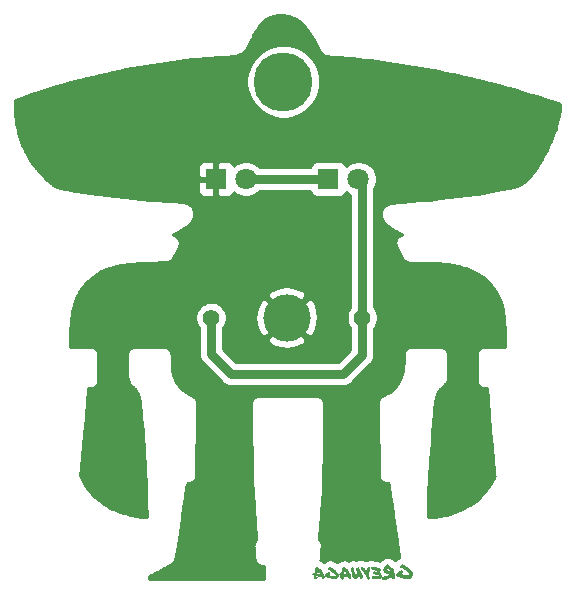
<source format=gbr>
G04 #@! TF.GenerationSoftware,KiCad,Pcbnew,5.1.4-e60b266~84~ubuntu18.04.1*
G04 #@! TF.CreationDate,2019-09-14T16:18:42-06:00*
G04 #@! TF.ProjectId,001,3030312e-6b69-4636-9164-5f7063625858,1*
G04 #@! TF.SameCoordinates,Original*
G04 #@! TF.FileFunction,Copper,L2,Bot*
G04 #@! TF.FilePolarity,Positive*
%FSLAX46Y46*%
G04 Gerber Fmt 4.6, Leading zero omitted, Abs format (unit mm)*
G04 Created by KiCad (PCBNEW 5.1.4-e60b266~84~ubuntu18.04.1) date 2019-09-14 16:18:42*
%MOMM*%
%LPD*%
G04 APERTURE LIST*
%ADD10C,0.152400*%
%ADD11R,1.800000X1.800000*%
%ADD12C,1.800000*%
%ADD13C,5.000000*%
%ADD14C,4.000000*%
%ADD15C,1.400000*%
%ADD16C,0.685800*%
%ADD17C,0.762000*%
%ADD18C,0.254000*%
G04 APERTURE END LIST*
D10*
G36*
X148139399Y-123636371D02*
G01*
X148134199Y-123601921D01*
X148132499Y-123562301D01*
X148011920Y-123352149D01*
X147848278Y-123179894D01*
X147824168Y-123155774D01*
X147805218Y-123129934D01*
X147782828Y-123109264D01*
X147751818Y-123095484D01*
X147648466Y-123004184D01*
X147522720Y-122924944D01*
X147391806Y-122847434D01*
X147271228Y-122761304D01*
X147241948Y-122769904D01*
X147217828Y-122768204D01*
X147178208Y-122814714D01*
X147126528Y-122840554D01*
X147076578Y-122871564D01*
X147040408Y-122919794D01*
X147052468Y-122928394D01*
X147047268Y-122947344D01*
X147043868Y-122966294D01*
X147059368Y-122974894D01*
X147047308Y-122986954D01*
X147035248Y-122999014D01*
X147040448Y-123016234D01*
X147040448Y-123035184D01*
X147133468Y-123088584D01*
X147240266Y-123140264D01*
X147353954Y-123200554D01*
X147467642Y-123272904D01*
X147583053Y-123364204D01*
X147693296Y-123471003D01*
X147793206Y-123586414D01*
X147872446Y-123701825D01*
X147863846Y-123717325D01*
X147853516Y-123732825D01*
X147731215Y-123732825D01*
X147617527Y-123739725D01*
X147608927Y-123725945D01*
X147598587Y-123713885D01*
X147379823Y-123675985D01*
X147173117Y-123620865D01*
X147228237Y-123601915D01*
X147228237Y-123584685D01*
X147209287Y-123567465D01*
X147255797Y-123526125D01*
X147276467Y-123458945D01*
X147264407Y-123434834D01*
X147276467Y-123412444D01*
X147286807Y-123412444D01*
X147290207Y-123419344D01*
X147293607Y-123426244D01*
X147302207Y-123426244D01*
X147293607Y-123395234D01*
X147283267Y-123365954D01*
X147140296Y-123271214D01*
X147085176Y-123307384D01*
X147016276Y-123345284D01*
X146942206Y-123384904D01*
X146871586Y-123422804D01*
X146818186Y-123457255D01*
X146775126Y-123498595D01*
X146733786Y-123539935D01*
X146683836Y-123574384D01*
X146680436Y-123619175D01*
X146677036Y-123660515D01*
X146756276Y-123760425D01*
X146861351Y-123829325D01*
X146983652Y-123879275D01*
X147118011Y-123917175D01*
X147257537Y-123955075D01*
X147393618Y-123999865D01*
X147443568Y-124001565D01*
X147483188Y-124006765D01*
X147521088Y-124013665D01*
X147562428Y-124018865D01*
X147574488Y-124022265D01*
X147581388Y-124030865D01*
X147643398Y-124036065D01*
X147689908Y-124036065D01*
X147739858Y-124042965D01*
X147788088Y-124048165D01*
X148030967Y-123937922D01*
X148127427Y-123653701D01*
X148130827Y-123643371D01*
X148139427Y-123636471D01*
X148139399Y-123636371D01*
X148139399Y-123636371D01*
G37*
G36*
X146604264Y-123904743D02*
G01*
X146180693Y-123295105D01*
X146209973Y-123374345D01*
X146058389Y-123334725D01*
X145908527Y-123272715D01*
X145953317Y-123171085D01*
X146029107Y-123117685D01*
X146029113Y-123117685D01*
X146079063Y-123177975D01*
X146134183Y-123233095D01*
X146180693Y-123295105D01*
X146604264Y-123904743D01*
X146619764Y-123892683D01*
X146635264Y-123863403D01*
X146616314Y-123863403D01*
X146623214Y-123794503D01*
X146607714Y-123732493D01*
X146593934Y-123673923D01*
X146599134Y-123613633D01*
X146587074Y-123610233D01*
X146580174Y-123586113D01*
X146578474Y-123555103D01*
X146580174Y-123527543D01*
X146545724Y-123417299D01*
X146521604Y-123305334D01*
X146499214Y-123196813D01*
X146464764Y-123096903D01*
X146414814Y-123103803D01*
X146378644Y-123126193D01*
X146283904Y-123026283D01*
X146201224Y-122912595D01*
X146104764Y-122812685D01*
X145972127Y-122761005D01*
X145879107Y-122824735D01*
X145794697Y-122907415D01*
X145768857Y-122926365D01*
X145741297Y-122943595D01*
X145741297Y-122969435D01*
X145701677Y-123022835D01*
X145672397Y-123086565D01*
X145646557Y-123153745D01*
X145618997Y-123217475D01*
X145622397Y-123236425D01*
X145618997Y-123251925D01*
X145613797Y-123269145D01*
X145612097Y-123291535D01*
X145672387Y-123439674D01*
X145799856Y-123530975D01*
X145958330Y-123591265D01*
X146111637Y-123644665D01*
X146104737Y-123651565D01*
X146099537Y-123661895D01*
X146020297Y-123711845D01*
X145966897Y-123744575D01*
X145911777Y-123765245D01*
X145827367Y-123785915D01*
X145744687Y-123806585D01*
X145689567Y-123818645D01*
X145637887Y-123825545D01*
X145563817Y-123834145D01*
X145532807Y-123878935D01*
X145515577Y-123930615D01*
X145513877Y-123980565D01*
X145527657Y-124016735D01*
X145519057Y-124023635D01*
X145501837Y-124023635D01*
X145522507Y-124044305D01*
X145539737Y-124068425D01*
X145560407Y-124090815D01*
X145587967Y-124102875D01*
X145746442Y-124104575D01*
X145992766Y-124025335D01*
X146113344Y-123975385D01*
X146194304Y-123932325D01*
X146258034Y-123885815D01*
X146325214Y-123825525D01*
X146332114Y-123832425D01*
X146337314Y-123839325D01*
X146364874Y-123951289D01*
X146416554Y-124039140D01*
X146454454Y-124044340D01*
X146476844Y-124063290D01*
X146502684Y-124061590D01*
X146518184Y-124052990D01*
X146533684Y-124042650D01*
X146561244Y-124039250D01*
X146571584Y-124009970D01*
X146599144Y-123996190D01*
X146595744Y-123970350D01*
X146600944Y-123949679D01*
X146607844Y-123929010D01*
X146604444Y-123904890D01*
X146604264Y-123904743D01*
X146604264Y-123904743D01*
G37*
G36*
X144550986Y-123083087D02*
G01*
X144550986Y-123102037D01*
X144552686Y-123112367D01*
X144552686Y-123124427D01*
X144549286Y-123141657D01*
X144633696Y-123222617D01*
X144735326Y-123253627D01*
X144849014Y-123272577D01*
X144962702Y-123317367D01*
X145004042Y-123317367D01*
X145055722Y-123322567D01*
X145081562Y-123338067D01*
X145112572Y-123346667D01*
X145107372Y-123379398D01*
X145102172Y-123405237D01*
X144969535Y-123403537D01*
X144824841Y-123394937D01*
X144826541Y-123406997D01*
X144828241Y-123415597D01*
X144804121Y-123437987D01*
X144780001Y-123462108D01*
X144755881Y-123482778D01*
X144724871Y-123487978D01*
X144716271Y-123518988D01*
X144719671Y-123551718D01*
X144774791Y-123591338D01*
X144833361Y-123625788D01*
X144897091Y-123651628D01*
X144971161Y-123658528D01*
X144984941Y-123658528D01*
X144995281Y-123653328D01*
X145034901Y-123658528D01*
X145072801Y-123663728D01*
X145119311Y-123656828D01*
X145165821Y-123649928D01*
X145215771Y-123727438D01*
X145255391Y-123815288D01*
X145158931Y-123822188D01*
X145084861Y-123816988D01*
X145014241Y-123808388D01*
X144922941Y-123804988D01*
X144841981Y-123780868D01*
X144754131Y-123760198D01*
X144730011Y-123779148D01*
X144711061Y-123803268D01*
X144690391Y-123822218D01*
X144664551Y-123829118D01*
X144655951Y-123846348D01*
X144650751Y-123863568D01*
X144645551Y-123879068D01*
X144630051Y-123882468D01*
X144690341Y-123970318D01*
X144766131Y-124015108D01*
X144862591Y-124039218D01*
X144978002Y-124059888D01*
X145003842Y-124058188D01*
X145027962Y-124054788D01*
X145122702Y-124070288D01*
X145234668Y-124075488D01*
X145343188Y-124059988D01*
X145427588Y-124015198D01*
X145446538Y-123987638D01*
X145468928Y-123961798D01*
X145475828Y-123911848D01*
X145486158Y-123855008D01*
X145494758Y-123794718D01*
X145491358Y-123741318D01*
X145470688Y-123694808D01*
X145458628Y-123650018D01*
X145448288Y-123641418D01*
X145434508Y-123634518D01*
X145412118Y-123575948D01*
X145387998Y-123522548D01*
X145362158Y-123470868D01*
X145336318Y-123410577D01*
X145372488Y-123362347D01*
X145387988Y-123308947D01*
X145396588Y-123253827D01*
X145408648Y-123195257D01*
X145367308Y-123153917D01*
X145312188Y-123126357D01*
X145248448Y-123109127D01*
X145176098Y-123093627D01*
X145053797Y-123059177D01*
X144946999Y-123040227D01*
X144836756Y-123024727D01*
X144707565Y-123004057D01*
X144678285Y-123019557D01*
X144662785Y-123010957D01*
X144654185Y-123000627D01*
X144611125Y-123050577D01*
X144550835Y-123083307D01*
X144550986Y-123083087D01*
X144550986Y-123083087D01*
G37*
G36*
X144041112Y-123601575D02*
G01*
X144061782Y-123627415D01*
X144079012Y-123656695D01*
X144097962Y-123692865D01*
X144123802Y-123723875D01*
X144141032Y-123765215D01*
X144168592Y-123797945D01*
X144249552Y-123947807D01*
X144259892Y-123978817D01*
X144275392Y-124006377D01*
X144282292Y-124018437D01*
X144287492Y-124027037D01*
X144290892Y-124044267D01*
X144309842Y-124068387D01*
X144328792Y-124087337D01*
X144340852Y-124101117D01*
X144366692Y-124111447D01*
X144519998Y-123977089D01*
X144518298Y-123959859D01*
X144513098Y-123942639D01*
X144506198Y-123921969D01*
X144490698Y-123873739D01*
X144461418Y-123830679D01*
X144445918Y-123792779D01*
X144404578Y-123711819D01*
X144366678Y-123646359D01*
X144344288Y-123608459D01*
X144385628Y-123558509D01*
X144425248Y-123475829D01*
X144449368Y-123405208D01*
X144454568Y-123367308D01*
X144461468Y-123334578D01*
X144470068Y-123296678D01*
X144473468Y-123257058D01*
X144483798Y-123232938D01*
X144480398Y-123215708D01*
X144478698Y-123184698D01*
X144487298Y-123143358D01*
X144495898Y-123105458D01*
X144497598Y-123064118D01*
X144487258Y-123026218D01*
X144454528Y-122993488D01*
X144425248Y-122991788D01*
X144395968Y-123009018D01*
X144366688Y-123024518D01*
X144330518Y-123041748D01*
X144294348Y-123064138D01*
X144282288Y-123088258D01*
X144259898Y-123107208D01*
X144259898Y-123126158D01*
X144258198Y-123145108D01*
X144251298Y-123172668D01*
X144244398Y-123193339D01*
X144239198Y-123239848D01*
X144228868Y-123279468D01*
X144218538Y-123319088D01*
X144216838Y-123363878D01*
X144199608Y-123351818D01*
X144192708Y-123346618D01*
X144185808Y-123341418D01*
X144084178Y-123203614D01*
X144087578Y-123186384D01*
X144051408Y-123151934D01*
X144025568Y-123126094D01*
X144003178Y-123100254D01*
X143984228Y-123086474D01*
X143827476Y-122979676D01*
X143803356Y-122976276D01*
X143796456Y-122998666D01*
X143768896Y-123033116D01*
X143722386Y-123062396D01*
X143706886Y-123072736D01*
X143698286Y-123098576D01*
X143699986Y-123114076D01*
X143693086Y-123131306D01*
X143727536Y-123191596D01*
X143765436Y-123226046D01*
X143794716Y-123251886D01*
X143813666Y-123279446D01*
X143825726Y-123293226D01*
X143872236Y-123348346D01*
X143877436Y-123369016D01*
X143898106Y-123369016D01*
X143906706Y-123375916D01*
X143923936Y-123405196D01*
X143941156Y-123427586D01*
X143949756Y-123436187D01*
X143954956Y-123449967D01*
X143960156Y-123463747D01*
X143987716Y-123498197D01*
X143999776Y-123522317D01*
X144013556Y-123549877D01*
X144032506Y-123575717D01*
X144041112Y-123601575D01*
X144041112Y-123601575D01*
G37*
G36*
X143532960Y-123739379D02*
G01*
X143555350Y-123758329D01*
X143569130Y-123787609D01*
X143581190Y-123816889D01*
X143598420Y-123828949D01*
X143608750Y-123853069D01*
X143622530Y-123875459D01*
X143632860Y-123899579D01*
X143629460Y-123928859D01*
X143646680Y-123958139D01*
X143655280Y-123994309D01*
X143669060Y-124023589D01*
X143706960Y-124033929D01*
X143708660Y-124042529D01*
X143703460Y-124054589D01*
X143732740Y-124056289D01*
X143755130Y-124064889D01*
X143810250Y-124028719D01*
X143848150Y-123971879D01*
X143877430Y-123906419D01*
X143901550Y-123849579D01*
X143899850Y-123813409D01*
X143911910Y-123782399D01*
X143890570Y-123737239D01*
X143868740Y-123691319D01*
X143846430Y-123644649D01*
X143823630Y-123597229D01*
X143800350Y-123549049D01*
X143776580Y-123500119D01*
X143752330Y-123450429D01*
X143727590Y-123399988D01*
X143702770Y-123349248D01*
X143678280Y-123298678D01*
X143654110Y-123248268D01*
X143630260Y-123198018D01*
X143606740Y-123147928D01*
X143583540Y-123097998D01*
X143560660Y-123048228D01*
X143538110Y-122998628D01*
X143460600Y-123034798D01*
X143389980Y-123079588D01*
X143334860Y-123139878D01*
X143305580Y-123213948D01*
X143314180Y-123222548D01*
X143321080Y-123224248D01*
X143314180Y-123236308D01*
X143314180Y-123243208D01*
X143314180Y-123253548D01*
X143308980Y-123269048D01*
X143319310Y-123270748D01*
X143329650Y-123270748D01*
X143326250Y-123301758D01*
X143333150Y-123324148D01*
X143341750Y-123344818D01*
X143340050Y-123372378D01*
X143348650Y-123375778D01*
X143352050Y-123380979D01*
X143357250Y-123386178D01*
X143364150Y-123386178D01*
X143360750Y-123461969D01*
X143364150Y-123539479D01*
X143362450Y-123620439D01*
X143350390Y-123706569D01*
X143252210Y-123613549D01*
X143191920Y-123486080D01*
X143155750Y-123334495D01*
X143129910Y-123169130D01*
X143105790Y-123131230D01*
X143090290Y-123084720D01*
X143076510Y-123034770D01*
X143059280Y-122988260D01*
X143016220Y-123005490D01*
X142981770Y-123033050D01*
X142949040Y-123060610D01*
X142905980Y-123076110D01*
X142868080Y-123132950D01*
X142845690Y-123191520D01*
X142859470Y-123222530D01*
X142868070Y-123256980D01*
X142881850Y-123289710D01*
X142905970Y-123313830D01*
X142919750Y-123396510D01*
X142935250Y-123468861D01*
X142947310Y-123544651D01*
X142950710Y-123629051D01*
X142979990Y-123713451D01*
X143004110Y-123794411D01*
X143047170Y-123847811D01*
X143079900Y-123909821D01*
X143088500Y-123913221D01*
X143100560Y-123908021D01*
X143100560Y-123918361D01*
X143105760Y-123925261D01*
X143109160Y-123932161D01*
X143105760Y-123945941D01*
X143148820Y-123975221D01*
X143190160Y-124009671D01*
X143241840Y-124030341D01*
X143319350Y-124018281D01*
X143445096Y-123899425D01*
X143532946Y-123739228D01*
X143532960Y-123739379D01*
X143532960Y-123739379D01*
G37*
G36*
X141979222Y-123908189D02*
G01*
X142477038Y-123610188D01*
X142384018Y-123603288D01*
X142289278Y-123587788D01*
X142315118Y-123480990D01*
X142344398Y-123369023D01*
X142354728Y-123386253D01*
X142421908Y-123467214D01*
X142475308Y-123551624D01*
X142495978Y-123582634D01*
X142514928Y-123613644D01*
X142495978Y-123611944D01*
X142477028Y-123610244D01*
X142477038Y-123610188D01*
X141979222Y-123908189D01*
X142010232Y-123968479D01*
X142056742Y-124021879D01*
X142115312Y-124059779D01*
X142184212Y-124077009D01*
X142215222Y-124064949D01*
X142230722Y-124054619D01*
X142241062Y-124049419D01*
X142247962Y-124044219D01*
X142268632Y-124035619D01*
X142261732Y-124013229D01*
X142263432Y-123992559D01*
X142284102Y-123970169D01*
X142294442Y-123959829D01*
X142303042Y-123949498D01*
X142332322Y-123916769D01*
X142285812Y-123904709D01*
X142228962Y-123873699D01*
X142216902Y-123809959D01*
X142275472Y-123808259D01*
X142321982Y-123820319D01*
X142385712Y-123835819D01*
X142454612Y-123841019D01*
X142480452Y-123841019D01*
X142506292Y-123837619D01*
X142523512Y-123834219D01*
X142530412Y-123813549D01*
X142537312Y-123806649D01*
X142556262Y-123784259D01*
X142559662Y-123746359D01*
X142569992Y-123715349D01*
X142585492Y-123758409D01*
X142592392Y-123775639D01*
X142609622Y-123779039D01*
X142614822Y-123787639D01*
X142616522Y-123796239D01*
X142625122Y-123825519D01*
X142632022Y-123832419D01*
X142638922Y-123837619D01*
X142647522Y-123868629D01*
X142657862Y-123897909D01*
X142673362Y-123942699D01*
X142676762Y-123984039D01*
X142683662Y-124002989D01*
X142702612Y-124020219D01*
X142723282Y-124030549D01*
X142733622Y-124037449D01*
X142742222Y-124040849D01*
X142747422Y-124059799D01*
X142768092Y-124063199D01*
X142795652Y-124068399D01*
X142812882Y-124070099D01*
X142830112Y-124068399D01*
X142859392Y-124044279D01*
X142883512Y-124025329D01*
X142900732Y-123994319D01*
X142904132Y-123975369D01*
X142907532Y-123958139D01*
X142912732Y-123947809D01*
X142935122Y-123927139D01*
X142916172Y-123911639D01*
X142914472Y-123882359D01*
X142842122Y-123713550D01*
X142761162Y-123548185D01*
X142735322Y-123493065D01*
X142707762Y-123437944D01*
X142709462Y-123425884D01*
X142706062Y-123410384D01*
X142675052Y-123358704D01*
X142650932Y-123310474D01*
X142623372Y-123253634D01*
X142585472Y-123196794D01*
X142557912Y-123184735D01*
X142545852Y-123181334D01*
X142530352Y-123177934D01*
X142504512Y-123181334D01*
X142420112Y-123119324D01*
X142346042Y-123021134D01*
X142328812Y-122997024D01*
X142306422Y-123010804D01*
X142282302Y-123021134D01*
X142249572Y-123029734D01*
X142191002Y-123045234D01*
X142146212Y-123071074D01*
X142134152Y-123112414D01*
X142128952Y-123139974D01*
X142120352Y-123198544D01*
X142113452Y-123264004D01*
X142099672Y-123322574D01*
X142087612Y-123379414D01*
X142070392Y-123460375D01*
X142048002Y-123532725D01*
X142030772Y-123534425D01*
X142013552Y-123529225D01*
X141991162Y-123525825D01*
X141972212Y-123524125D01*
X141965312Y-123541355D01*
X141948082Y-123558585D01*
X141915352Y-123568925D01*
X141896402Y-123584425D01*
X141882622Y-123594765D01*
X141856782Y-123605095D01*
X141870562Y-123630935D01*
X141920512Y-123691225D01*
X141991132Y-123737735D01*
X141989432Y-123758405D01*
X141984232Y-123777355D01*
X141975632Y-123837645D01*
X141975632Y-123901375D01*
X141979222Y-123908189D01*
X141979222Y-123908189D01*
G37*
G36*
X140642524Y-123742824D02*
G01*
X140751045Y-123858235D01*
X140899184Y-123925415D01*
X141069716Y-123971925D01*
X141240249Y-124025325D01*
X141283309Y-124027025D01*
X141317759Y-124032225D01*
X141348769Y-124037425D01*
X141383219Y-124040825D01*
X141391819Y-124044225D01*
X141397019Y-124051125D01*
X141450419Y-124056325D01*
X141488319Y-124056325D01*
X141531379Y-124061525D01*
X141569279Y-124066725D01*
X141772540Y-123975425D01*
X141853500Y-123737713D01*
X141856900Y-123727383D01*
X141863800Y-123722183D01*
X141860400Y-123692903D01*
X141858700Y-123661893D01*
X141757070Y-123486193D01*
X141620989Y-123341498D01*
X141600319Y-123320828D01*
X141584819Y-123300158D01*
X141565869Y-123282928D01*
X141540029Y-123270868D01*
X141453899Y-123195078D01*
X141348824Y-123129618D01*
X141240304Y-123065888D01*
X141140394Y-122993538D01*
X141112834Y-122998738D01*
X141093884Y-122998738D01*
X141061154Y-123034908D01*
X141018094Y-123057298D01*
X140976754Y-123083138D01*
X140947474Y-123124478D01*
X140957814Y-123133078D01*
X140952614Y-123148578D01*
X140950914Y-123164078D01*
X140962974Y-123170978D01*
X140952644Y-123181318D01*
X140942304Y-123189918D01*
X140947504Y-123203698D01*
X140947504Y-123220928D01*
X141025024Y-123263988D01*
X141112874Y-123308778D01*
X141207614Y-123358728D01*
X141302354Y-123419018D01*
X141397094Y-123496539D01*
X141490114Y-123584389D01*
X141574524Y-123680849D01*
X141641704Y-123777309D01*
X141634804Y-123791089D01*
X141626204Y-123803149D01*
X141524574Y-123803149D01*
X141428114Y-123808349D01*
X141421214Y-123798009D01*
X141412614Y-123787669D01*
X141230024Y-123756659D01*
X141057769Y-123710149D01*
X141083609Y-123701549D01*
X141104279Y-123692949D01*
X141104279Y-123679169D01*
X141087049Y-123665389D01*
X141126669Y-123630939D01*
X141143899Y-123575819D01*
X141133569Y-123555149D01*
X141143899Y-123536199D01*
X141152499Y-123536199D01*
X141155899Y-123541399D01*
X141157599Y-123548299D01*
X141166199Y-123546599D01*
X141159299Y-123520759D01*
X141148959Y-123496649D01*
X141030104Y-123417408D01*
X140983594Y-123448419D01*
X140926754Y-123481149D01*
X140864744Y-123513879D01*
X140804454Y-123544889D01*
X140761394Y-123572449D01*
X140725224Y-123608619D01*
X140690774Y-123643069D01*
X140647714Y-123672349D01*
X140646014Y-123708519D01*
X140642614Y-123742969D01*
X140642524Y-123742824D01*
X140642524Y-123742824D01*
G37*
G36*
X139714223Y-123896496D02*
G01*
X140208439Y-123591681D01*
X140115419Y-123584781D01*
X140020679Y-123569280D01*
X140046519Y-123462483D01*
X140075799Y-123350516D01*
X140086139Y-123367746D01*
X140153319Y-123448707D01*
X140206719Y-123533117D01*
X140227389Y-123564127D01*
X140246339Y-123595137D01*
X140227389Y-123593437D01*
X140208439Y-123591737D01*
X140208439Y-123591681D01*
X139714223Y-123896496D01*
X139745233Y-123956786D01*
X139791743Y-124010186D01*
X139850313Y-124048086D01*
X139919213Y-124065316D01*
X139950223Y-124053256D01*
X139965723Y-124042926D01*
X139976063Y-124037726D01*
X139982963Y-124032526D01*
X140003633Y-124023926D01*
X139996733Y-124001536D01*
X139998433Y-123980866D01*
X140019103Y-123958476D01*
X140029443Y-123948135D01*
X140038043Y-123937806D01*
X140067323Y-123905076D01*
X140020813Y-123893016D01*
X139963963Y-123862006D01*
X139951903Y-123798266D01*
X140010473Y-123796566D01*
X140056983Y-123808626D01*
X140120713Y-123824126D01*
X140189613Y-123829326D01*
X140215453Y-123829326D01*
X140241293Y-123825926D01*
X140258513Y-123822526D01*
X140265413Y-123801856D01*
X140272313Y-123794956D01*
X140291263Y-123772566D01*
X140294663Y-123734666D01*
X140304993Y-123703655D01*
X140320493Y-123746716D01*
X140327393Y-123763946D01*
X140344623Y-123767346D01*
X140349823Y-123775946D01*
X140351523Y-123784546D01*
X140360123Y-123813826D01*
X140367023Y-123820726D01*
X140373923Y-123825926D01*
X140382523Y-123856936D01*
X140392863Y-123886216D01*
X140408363Y-123931006D01*
X140411763Y-123972346D01*
X140418663Y-123991296D01*
X140437613Y-124008526D01*
X140458283Y-124018856D01*
X140468623Y-124025756D01*
X140477223Y-124029156D01*
X140482423Y-124048106D01*
X140503093Y-124051506D01*
X140530653Y-124056706D01*
X140547883Y-124058406D01*
X140565113Y-124056706D01*
X140594393Y-124032586D01*
X140618513Y-124013636D01*
X140635733Y-123982626D01*
X140639133Y-123963675D01*
X140642533Y-123946446D01*
X140647733Y-123936116D01*
X140670123Y-123915446D01*
X140651173Y-123899946D01*
X140649473Y-123870666D01*
X140577123Y-123701857D01*
X140496163Y-123536492D01*
X140470323Y-123481372D01*
X140442763Y-123426251D01*
X140444463Y-123414191D01*
X140441063Y-123398691D01*
X140410053Y-123347011D01*
X140385933Y-123298781D01*
X140358373Y-123241941D01*
X140320473Y-123185102D01*
X140292913Y-123173041D01*
X140280853Y-123169641D01*
X140265353Y-123166241D01*
X140239513Y-123169641D01*
X140155113Y-123107631D01*
X140081043Y-123009441D01*
X140063813Y-122985331D01*
X140041423Y-122999111D01*
X140017303Y-123009441D01*
X139984573Y-123018041D01*
X139926003Y-123033541D01*
X139881213Y-123059381D01*
X139869153Y-123100721D01*
X139863953Y-123128281D01*
X139855353Y-123186851D01*
X139848453Y-123252311D01*
X139834673Y-123310881D01*
X139822613Y-123367721D01*
X139805383Y-123448682D01*
X139782993Y-123521032D01*
X139765763Y-123522732D01*
X139748543Y-123517532D01*
X139726153Y-123514132D01*
X139707203Y-123512432D01*
X139700303Y-123529662D01*
X139683073Y-123546892D01*
X139650343Y-123557232D01*
X139631393Y-123572732D01*
X139617613Y-123583072D01*
X139591773Y-123593402D01*
X139605553Y-123619242D01*
X139655503Y-123679532D01*
X139726123Y-123726042D01*
X139724423Y-123746712D01*
X139719223Y-123765662D01*
X139710623Y-123825952D01*
X139710623Y-123889682D01*
X139714223Y-123896496D01*
X139714223Y-123896496D01*
G37*
D11*
X131445000Y-90170000D03*
D12*
X133985000Y-90170000D03*
X143510000Y-90170000D03*
D11*
X140970000Y-90170000D03*
D13*
X137160000Y-81915000D03*
D14*
X137438600Y-101904800D03*
D15*
X131038600Y-101904800D03*
X143838600Y-101904800D03*
D16*
X131064000Y-100177600D03*
D17*
X133985000Y-90170000D02*
X140970000Y-90170000D01*
X143838600Y-90498600D02*
X143510000Y-90170000D01*
X143838600Y-101904800D02*
X143838600Y-90498600D01*
X143838600Y-105081400D02*
X143838600Y-101904800D01*
X142240000Y-106680000D02*
X143838600Y-105081400D01*
X132715000Y-106680000D02*
X142240000Y-106680000D01*
X131038600Y-101904800D02*
X131038600Y-105003600D01*
X131038600Y-105003600D02*
X132715000Y-106680000D01*
D18*
G36*
X137016720Y-76302568D02*
G01*
X137121616Y-76309145D01*
X137225162Y-76319822D01*
X137327416Y-76334560D01*
X137428454Y-76353335D01*
X137528378Y-76376142D01*
X137627268Y-76402984D01*
X137725197Y-76433880D01*
X137822234Y-76468855D01*
X137918426Y-76507941D01*
X138013852Y-76551197D01*
X138108582Y-76598688D01*
X138202567Y-76650435D01*
X138295899Y-76706539D01*
X138388539Y-76767034D01*
X138480512Y-76832000D01*
X138571780Y-76901484D01*
X138662331Y-76975550D01*
X138752136Y-77054255D01*
X138841129Y-77137628D01*
X138929285Y-77225730D01*
X139016514Y-77318561D01*
X139102819Y-77416221D01*
X139188084Y-77518659D01*
X139272266Y-77625929D01*
X139355299Y-77738045D01*
X139437099Y-77854988D01*
X139517620Y-77976796D01*
X139596781Y-78103442D01*
X139674504Y-78234916D01*
X139750772Y-78371266D01*
X139827212Y-78515714D01*
X139955070Y-78764089D01*
X139955074Y-78764094D01*
X140038477Y-78926113D01*
X140038478Y-78926115D01*
X140182474Y-79205840D01*
X140271330Y-79378449D01*
X140288479Y-79418405D01*
X140321203Y-79466054D01*
X140352573Y-79514612D01*
X140359353Y-79521605D01*
X140364867Y-79529634D01*
X140406268Y-79569995D01*
X140446498Y-79611489D01*
X140454508Y-79617022D01*
X140461485Y-79623824D01*
X140509963Y-79655330D01*
X140557518Y-79688181D01*
X140566459Y-79692048D01*
X140574624Y-79697354D01*
X140628303Y-79718792D01*
X140681366Y-79741739D01*
X140690888Y-79743787D01*
X140699933Y-79747399D01*
X140756769Y-79757954D01*
X140813282Y-79770107D01*
X140856757Y-79770780D01*
X141282990Y-79807287D01*
X141282992Y-79807287D01*
X141632538Y-79837226D01*
X141632543Y-79837227D01*
X141657910Y-79839399D01*
X141699576Y-79842968D01*
X141699584Y-79842968D01*
X141907882Y-79860805D01*
X141907889Y-79860805D01*
X142116177Y-79878641D01*
X142116182Y-79878641D01*
X142324468Y-79896477D01*
X142324475Y-79896477D01*
X142497733Y-79911313D01*
X142989663Y-79955703D01*
X143486810Y-80004987D01*
X143990022Y-80059196D01*
X144499079Y-80118252D01*
X145013371Y-80182053D01*
X145532292Y-80250492D01*
X146055432Y-80323481D01*
X146582419Y-80400936D01*
X147112612Y-80482736D01*
X147645410Y-80568767D01*
X148180446Y-80658945D01*
X148717246Y-80753178D01*
X149255345Y-80851369D01*
X149794154Y-80953402D01*
X150333118Y-81059161D01*
X150871939Y-81168583D01*
X151410004Y-81281544D01*
X151946859Y-81397951D01*
X152481951Y-81517686D01*
X153014797Y-81640650D01*
X153544864Y-81766729D01*
X154071910Y-81895881D01*
X154595196Y-82027946D01*
X155114169Y-82162798D01*
X155628554Y-82300393D01*
X156137666Y-82440573D01*
X156641256Y-82583302D01*
X157138460Y-82728369D01*
X157629003Y-82875726D01*
X158112505Y-83025305D01*
X158588201Y-83176911D01*
X159057290Y-83330990D01*
X159280820Y-83405540D01*
X159601679Y-83512552D01*
X159601689Y-83512554D01*
X160115733Y-83683993D01*
X160115736Y-83683994D01*
X160611950Y-83849487D01*
X160607696Y-83917030D01*
X160599353Y-84031546D01*
X160589071Y-84141245D01*
X160560043Y-84377516D01*
X160521737Y-84618275D01*
X160473981Y-84865903D01*
X160417120Y-85119289D01*
X160351486Y-85377426D01*
X160277470Y-85639224D01*
X160195472Y-85903744D01*
X160105888Y-86170052D01*
X160009166Y-86437123D01*
X159905742Y-86704027D01*
X159796050Y-86969874D01*
X159680547Y-87233735D01*
X159559668Y-87494761D01*
X159433942Y-87751925D01*
X159303790Y-88004440D01*
X159169734Y-88251345D01*
X159032289Y-88491719D01*
X158891979Y-88724659D01*
X158749307Y-88949314D01*
X158604889Y-89164692D01*
X158459342Y-89369847D01*
X158313270Y-89563905D01*
X158167426Y-89745851D01*
X158022561Y-89914768D01*
X157879583Y-90069656D01*
X157736612Y-90212447D01*
X157670716Y-90273982D01*
X157603228Y-90334009D01*
X157537162Y-90389798D01*
X157472639Y-90441301D01*
X157409868Y-90488453D01*
X157349118Y-90531146D01*
X157290589Y-90569384D01*
X157234625Y-90603095D01*
X157181489Y-90632311D01*
X157135122Y-90655290D01*
X157064161Y-90685486D01*
X156965932Y-90721201D01*
X156839098Y-90761870D01*
X156687055Y-90805803D01*
X156512198Y-90852053D01*
X156316195Y-90900067D01*
X156100636Y-90949425D01*
X155866600Y-90999867D01*
X155615414Y-91051116D01*
X155349197Y-91102756D01*
X154767543Y-91208081D01*
X154133563Y-91313764D01*
X153452355Y-91419030D01*
X152730721Y-91522829D01*
X151975338Y-91624145D01*
X151192582Y-91722017D01*
X150389070Y-91815464D01*
X149571276Y-91903520D01*
X148745859Y-91985203D01*
X147918770Y-92059626D01*
X147094087Y-92126020D01*
X146793362Y-92149785D01*
X146787456Y-92149773D01*
X146759816Y-92152436D01*
X146732160Y-92154622D01*
X146726352Y-92155661D01*
X146525964Y-92174971D01*
X146516102Y-92175234D01*
X146492507Y-92178195D01*
X146468815Y-92180478D01*
X146459127Y-92182384D01*
X146404902Y-92189189D01*
X146393728Y-92189852D01*
X146371537Y-92193376D01*
X146349246Y-92196173D01*
X146338331Y-92198648D01*
X146292586Y-92205912D01*
X146275994Y-92207711D01*
X146259393Y-92211183D01*
X146242628Y-92213845D01*
X146226468Y-92218069D01*
X146181133Y-92227550D01*
X146156621Y-92232027D01*
X146148201Y-92234438D01*
X146139645Y-92236227D01*
X146127059Y-92240180D01*
X146125671Y-92240307D01*
X146063820Y-92258595D01*
X146034326Y-92267039D01*
X146031564Y-92268133D01*
X146028698Y-92268980D01*
X146000159Y-92280567D01*
X145996534Y-92282002D01*
X145978696Y-92286430D01*
X145943281Y-92303087D01*
X145940304Y-92304266D01*
X145939041Y-92305082D01*
X145934381Y-92307274D01*
X145920338Y-92312975D01*
X145903955Y-92321584D01*
X145887189Y-92329470D01*
X145874162Y-92337240D01*
X145830822Y-92360015D01*
X145828417Y-92361960D01*
X145817690Y-92367077D01*
X145765190Y-92406281D01*
X145712334Y-92445307D01*
X145692728Y-92466846D01*
X145664200Y-92489859D01*
X145629171Y-92531816D01*
X145592597Y-92572436D01*
X145572019Y-92607024D01*
X145548798Y-92636372D01*
X145522159Y-92688424D01*
X145494167Y-92739749D01*
X145487231Y-92761938D01*
X145480208Y-92774985D01*
X145468205Y-92814135D01*
X145465590Y-92820782D01*
X145458345Y-92846297D01*
X145450567Y-92871666D01*
X145449152Y-92878669D01*
X145448488Y-92881007D01*
X145446844Y-92885127D01*
X145445949Y-92889949D01*
X145437967Y-92918060D01*
X145435846Y-92944408D01*
X145435536Y-92946080D01*
X145429943Y-92973768D01*
X145429392Y-92979194D01*
X145428398Y-92984554D01*
X145425993Y-93012690D01*
X145419734Y-93074374D01*
X145420141Y-93078636D01*
X145420082Y-93081862D01*
X145419168Y-93092553D01*
X145419464Y-93115471D01*
X145418957Y-93143018D01*
X145418390Y-93156672D01*
X145417132Y-93166285D01*
X145418226Y-93182776D01*
X145418193Y-93184592D01*
X145419098Y-93195911D01*
X145421377Y-93230248D01*
X145423097Y-93260599D01*
X145423608Y-93263876D01*
X145423828Y-93267185D01*
X145424949Y-93273938D01*
X145425122Y-93288929D01*
X145434328Y-93332570D01*
X145438688Y-93360512D01*
X145441676Y-93368670D01*
X145442914Y-93373272D01*
X145445994Y-93387875D01*
X145451654Y-93405786D01*
X145459644Y-93435508D01*
X145461208Y-93444905D01*
X145464542Y-93453729D01*
X145465297Y-93456537D01*
X145466598Y-93459169D01*
X145478365Y-93490313D01*
X145482811Y-93504381D01*
X145490258Y-93521787D01*
X145496951Y-93539501D01*
X145503495Y-93552727D01*
X145522587Y-93597353D01*
X145531327Y-93610111D01*
X145542065Y-93630684D01*
X145553723Y-93654246D01*
X145557656Y-93660553D01*
X145561091Y-93667133D01*
X145575463Y-93689105D01*
X145607235Y-93740050D01*
X145612347Y-93745494D01*
X145615613Y-93750487D01*
X145633168Y-93777555D01*
X145634002Y-93778600D01*
X145634728Y-93779710D01*
X145654830Y-93804700D01*
X145695461Y-93855614D01*
X145711117Y-93876174D01*
X145716428Y-93881886D01*
X145721293Y-93887983D01*
X145739316Y-93906506D01*
X145780476Y-93950779D01*
X145794261Y-93966742D01*
X145803372Y-93975407D01*
X145811927Y-93984609D01*
X145827723Y-93998566D01*
X145870304Y-94039062D01*
X145882440Y-94051741D01*
X145894658Y-94062224D01*
X145906333Y-94073327D01*
X145920183Y-94084123D01*
X145964832Y-94122431D01*
X145975560Y-94132708D01*
X145990350Y-94144324D01*
X146004623Y-94156570D01*
X146016790Y-94165091D01*
X146064086Y-94202237D01*
X146073714Y-94210791D01*
X146090512Y-94222992D01*
X146106862Y-94235834D01*
X146117734Y-94242766D01*
X146168026Y-94279296D01*
X146176738Y-94286536D01*
X146195240Y-94299064D01*
X146213310Y-94312189D01*
X146223079Y-94317913D01*
X146276517Y-94354095D01*
X146284489Y-94360332D01*
X146304361Y-94372949D01*
X146323851Y-94386145D01*
X146332748Y-94390971D01*
X146389348Y-94426906D01*
X146396712Y-94432356D01*
X146417734Y-94444928D01*
X146438420Y-94458061D01*
X146446601Y-94462191D01*
X146506304Y-94497895D01*
X146513230Y-94502761D01*
X146535157Y-94515150D01*
X146556787Y-94528085D01*
X146564448Y-94531699D01*
X146627155Y-94567129D01*
X146633769Y-94571550D01*
X146656468Y-94583690D01*
X146678829Y-94596324D01*
X146686090Y-94599533D01*
X146751569Y-94634553D01*
X146757889Y-94638581D01*
X146781196Y-94650398D01*
X146804285Y-94662747D01*
X146811221Y-94665622D01*
X146879158Y-94700068D01*
X146885326Y-94703819D01*
X146909151Y-94715275D01*
X146932735Y-94727233D01*
X146939465Y-94729852D01*
X147009634Y-94763592D01*
X147015719Y-94767124D01*
X147039932Y-94778161D01*
X147063931Y-94789701D01*
X147070545Y-94792116D01*
X147142593Y-94824958D01*
X147148655Y-94828314D01*
X147173204Y-94838911D01*
X147197522Y-94849996D01*
X147204074Y-94852237D01*
X147215094Y-94856993D01*
X147205051Y-94860622D01*
X147196836Y-94862926D01*
X147173418Y-94872052D01*
X147149789Y-94880590D01*
X147142090Y-94884261D01*
X147090488Y-94904370D01*
X147039180Y-94922130D01*
X146998640Y-94945859D01*
X146956747Y-94967128D01*
X146940533Y-94979872D01*
X146922729Y-94990293D01*
X146887588Y-95021485D01*
X146882976Y-95025110D01*
X146879597Y-95027452D01*
X146878337Y-95028755D01*
X146850660Y-95050509D01*
X146837242Y-95066173D01*
X146821815Y-95079866D01*
X146795892Y-95114070D01*
X146785831Y-95124482D01*
X146781411Y-95131347D01*
X146762877Y-95152984D01*
X146752770Y-95170969D01*
X146740314Y-95187405D01*
X146724907Y-95219124D01*
X146712795Y-95237939D01*
X146707287Y-95251908D01*
X146696774Y-95270616D01*
X146681662Y-95316894D01*
X146663298Y-95363467D01*
X146659364Y-95385181D01*
X146654889Y-95398884D01*
X146652855Y-95415855D01*
X146645515Y-95443918D01*
X146643946Y-95470272D01*
X146639241Y-95496238D01*
X146639738Y-95525307D01*
X146638833Y-95532859D01*
X146639616Y-95542994D01*
X146637495Y-95578611D01*
X146641542Y-95607991D01*
X146641617Y-95631169D01*
X146649263Y-95668965D01*
X146649810Y-95673692D01*
X146651954Y-95683583D01*
X146655907Y-95712283D01*
X146661004Y-95727010D01*
X146661667Y-95730285D01*
X146662530Y-95733097D01*
X146662797Y-95735547D01*
X146664147Y-95739835D01*
X146671231Y-95772520D01*
X146682807Y-95799168D01*
X146691470Y-95827397D01*
X146692415Y-95829657D01*
X146693154Y-95832006D01*
X146705441Y-95860819D01*
X146730471Y-95920697D01*
X146731848Y-95922743D01*
X146748187Y-95961060D01*
X146754278Y-95977444D01*
X146761374Y-95991983D01*
X146767721Y-96006866D01*
X146776121Y-96022197D01*
X146837921Y-96148813D01*
X146841839Y-96158447D01*
X146852672Y-96179033D01*
X146862875Y-96199938D01*
X146868330Y-96208791D01*
X146946094Y-96356573D01*
X146947845Y-96360722D01*
X146961774Y-96386370D01*
X146975338Y-96412148D01*
X146977810Y-96415901D01*
X147047290Y-96543841D01*
X147047293Y-96543846D01*
X147082505Y-96608683D01*
X147082508Y-96608691D01*
X147149834Y-96732662D01*
X147149835Y-96732664D01*
X147231780Y-96883558D01*
X147261868Y-96940208D01*
X147285256Y-96968859D01*
X147306017Y-96999489D01*
X147327829Y-97021013D01*
X147347194Y-97044737D01*
X147375721Y-97068275D01*
X147402060Y-97094267D01*
X147427646Y-97111119D01*
X147451272Y-97130613D01*
X147483847Y-97148135D01*
X147514747Y-97168487D01*
X147543132Y-97180024D01*
X147570105Y-97194533D01*
X147605476Y-97205365D01*
X147639749Y-97219295D01*
X147669833Y-97225072D01*
X147699124Y-97234042D01*
X147735926Y-97237765D01*
X147772259Y-97244742D01*
X147836545Y-97244316D01*
X148180478Y-97245223D01*
X148180484Y-97245222D01*
X148493930Y-97246049D01*
X148493936Y-97246048D01*
X148740089Y-97246698D01*
X148740093Y-97246698D01*
X149084453Y-97247604D01*
X149366807Y-97250615D01*
X149640009Y-97257914D01*
X149906387Y-97269562D01*
X150166213Y-97285550D01*
X150419364Y-97305851D01*
X150665846Y-97330447D01*
X150905788Y-97359321D01*
X151139159Y-97392437D01*
X151365971Y-97429758D01*
X151586299Y-97471267D01*
X151800125Y-97516915D01*
X152007520Y-97566674D01*
X152208539Y-97620494D01*
X152403244Y-97678353D01*
X152591670Y-97740188D01*
X152773922Y-97805977D01*
X152950082Y-97875680D01*
X153120236Y-97949258D01*
X153284458Y-98026676D01*
X153442919Y-98107937D01*
X153595682Y-98192998D01*
X153742912Y-98281878D01*
X153884740Y-98374584D01*
X154021324Y-98471151D01*
X154152779Y-98571597D01*
X154279297Y-98676009D01*
X154400986Y-98784432D01*
X154517974Y-98896935D01*
X154630440Y-99013663D01*
X154738477Y-99134696D01*
X154842179Y-99260134D01*
X154942020Y-99390592D01*
X155067024Y-99566497D01*
X155181031Y-99740568D01*
X155230288Y-99821353D01*
X155278396Y-99904535D01*
X155323710Y-99987505D01*
X155366426Y-100070664D01*
X155406771Y-100154510D01*
X155444868Y-100239368D01*
X155480870Y-100325669D01*
X155514970Y-100413998D01*
X155547260Y-100504723D01*
X155577849Y-100598315D01*
X155606827Y-100695214D01*
X155634270Y-100795851D01*
X155660234Y-100900661D01*
X155684731Y-101009874D01*
X155707818Y-101124010D01*
X155729005Y-101240490D01*
X155768896Y-101499297D01*
X155803090Y-101779190D01*
X155832355Y-102085564D01*
X155857040Y-102420520D01*
X155877559Y-102785989D01*
X155894441Y-103185527D01*
X155910297Y-103620230D01*
X155910297Y-103620231D01*
X155928108Y-104108518D01*
X155937072Y-104354421D01*
X154257461Y-104354421D01*
X154223814Y-104351107D01*
X154190167Y-104354421D01*
X154089531Y-104364333D01*
X153960408Y-104403502D01*
X153841407Y-104467109D01*
X153737103Y-104552710D01*
X153651502Y-104657014D01*
X153587895Y-104776015D01*
X153548726Y-104905138D01*
X153535500Y-105039421D01*
X153538814Y-105073068D01*
X153538814Y-107155159D01*
X153535500Y-107188806D01*
X153548726Y-107323089D01*
X153587895Y-107452212D01*
X153651502Y-107571213D01*
X153737103Y-107675517D01*
X153841407Y-107761118D01*
X153960408Y-107824725D01*
X154089531Y-107863894D01*
X154190167Y-107873806D01*
X154223814Y-107877120D01*
X154257461Y-107873806D01*
X154399828Y-107873806D01*
X154399976Y-107876145D01*
X154399889Y-107879679D01*
X154402099Y-107909676D01*
X154404004Y-107939768D01*
X154404573Y-107943265D01*
X154468221Y-108807211D01*
X154468184Y-108809143D01*
X154470693Y-108840775D01*
X154473023Y-108872397D01*
X154473353Y-108874299D01*
X154565763Y-110039163D01*
X154565745Y-110040274D01*
X154568417Y-110072622D01*
X154570996Y-110105133D01*
X154571193Y-110106232D01*
X154679399Y-111416272D01*
X154679387Y-111417223D01*
X154682177Y-111449901D01*
X154684861Y-111482395D01*
X154685031Y-111483325D01*
X154795949Y-112782430D01*
X154795938Y-112783582D01*
X154798814Y-112815985D01*
X154801576Y-112848333D01*
X154801786Y-112849464D01*
X154902273Y-113981585D01*
X154902266Y-113983684D01*
X154905252Y-114015140D01*
X154908038Y-114046530D01*
X154908427Y-114048587D01*
X154985308Y-114858543D01*
X154985345Y-114862780D01*
X154988483Y-114891993D01*
X154991265Y-114921305D01*
X154992079Y-114925473D01*
X155014958Y-115138483D01*
X155015447Y-115150003D01*
X155018547Y-115171901D01*
X155020911Y-115193911D01*
X155023262Y-115205209D01*
X155034064Y-115281512D01*
X155034555Y-115289099D01*
X155035172Y-115292858D01*
X155035025Y-115293537D01*
X155027253Y-115321711D01*
X155015120Y-115358886D01*
X155000360Y-115398691D01*
X154951848Y-115511929D01*
X154889680Y-115637805D01*
X154812841Y-115777417D01*
X154722995Y-115926860D01*
X154621746Y-116082947D01*
X154510696Y-116242820D01*
X154391402Y-116403892D01*
X154265475Y-116563647D01*
X154134515Y-116719702D01*
X154000260Y-116869635D01*
X153864488Y-117011114D01*
X153727485Y-117143411D01*
X153631416Y-117229726D01*
X153529280Y-117316162D01*
X153422584Y-117401376D01*
X153311494Y-117485236D01*
X153196301Y-117567532D01*
X153077099Y-117648190D01*
X152954164Y-117727047D01*
X152827754Y-117803940D01*
X152698031Y-117878775D01*
X152565240Y-117951435D01*
X152429630Y-118021769D01*
X152291400Y-118089694D01*
X152150787Y-118155103D01*
X152007949Y-118217911D01*
X151863228Y-118277983D01*
X151716801Y-118335242D01*
X151568939Y-118389575D01*
X151419760Y-118440932D01*
X151269664Y-118489172D01*
X151118689Y-118534282D01*
X150967238Y-118576125D01*
X150815423Y-118614654D01*
X150663587Y-118649775D01*
X150511847Y-118681449D01*
X150360539Y-118709585D01*
X150209924Y-118734114D01*
X150060145Y-118755001D01*
X149911511Y-118772176D01*
X149764195Y-118785605D01*
X149618607Y-118795228D01*
X149474809Y-118801008D01*
X149415841Y-118801818D01*
X149415841Y-117569797D01*
X149418110Y-117167256D01*
X149424708Y-116749866D01*
X149435126Y-116328630D01*
X149448913Y-115916255D01*
X149465562Y-115525913D01*
X149484530Y-115170860D01*
X149505148Y-114865356D01*
X149527343Y-114615041D01*
X149578874Y-114065921D01*
X149579552Y-114062213D01*
X149582010Y-114032505D01*
X149584808Y-114002693D01*
X149584791Y-113998907D01*
X149643591Y-113288327D01*
X149644007Y-113285955D01*
X149646367Y-113254776D01*
X149648942Y-113223659D01*
X149648904Y-113221255D01*
X149709412Y-112421894D01*
X149709797Y-112419608D01*
X149711952Y-112388338D01*
X149714316Y-112357104D01*
X149714264Y-112354788D01*
X149768518Y-111567447D01*
X149768640Y-111566712D01*
X149770842Y-111533711D01*
X149773093Y-111501050D01*
X149773071Y-111500312D01*
X149805575Y-111013269D01*
X149838874Y-110549710D01*
X149871600Y-110137635D01*
X149904399Y-109774295D01*
X149937901Y-109456549D01*
X149972569Y-109181866D01*
X150008722Y-108947515D01*
X150047195Y-108746672D01*
X150065686Y-108665243D01*
X150085216Y-108588622D01*
X150104890Y-108519956D01*
X150124631Y-108458648D01*
X150144353Y-108404141D01*
X150164072Y-108355566D01*
X150183810Y-108312117D01*
X150203738Y-108272815D01*
X150224183Y-108236529D01*
X150245537Y-108202252D01*
X150268402Y-108168866D01*
X150293409Y-108135403D01*
X150321208Y-108101060D01*
X150349450Y-108068559D01*
X150432689Y-107980909D01*
X150565692Y-107847592D01*
X150565694Y-107847589D01*
X150633348Y-107779776D01*
X150633351Y-107779773D01*
X150796065Y-107616674D01*
X150796068Y-107616670D01*
X150863439Y-107549140D01*
X150889257Y-107527951D01*
X150910963Y-107501502D01*
X150911251Y-107501214D01*
X150932141Y-107475698D01*
X150974859Y-107423647D01*
X150975055Y-107423281D01*
X150975310Y-107422969D01*
X151006682Y-107364110D01*
X151038466Y-107304646D01*
X151038585Y-107304253D01*
X151038777Y-107303893D01*
X151058075Y-107240002D01*
X151077635Y-107175523D01*
X151077675Y-107175114D01*
X151077793Y-107174724D01*
X151084250Y-107108360D01*
X151087547Y-107074887D01*
X151087547Y-107074468D01*
X151090859Y-107040426D01*
X151087547Y-107007200D01*
X151087547Y-105073015D01*
X151090861Y-105039368D01*
X151077635Y-104905085D01*
X151038466Y-104775962D01*
X150974859Y-104656961D01*
X150889258Y-104552657D01*
X150784954Y-104467056D01*
X150665953Y-104403449D01*
X150536830Y-104364280D01*
X150436194Y-104354368D01*
X150402547Y-104351054D01*
X150368900Y-104354368D01*
X148047980Y-104354368D01*
X148014333Y-104351054D01*
X147980686Y-104354368D01*
X147880050Y-104364280D01*
X147750927Y-104403449D01*
X147631926Y-104467056D01*
X147527622Y-104552657D01*
X147442021Y-104656961D01*
X147378414Y-104775962D01*
X147339245Y-104905085D01*
X147326019Y-105039368D01*
X147329333Y-105073015D01*
X147329333Y-105729236D01*
X147327649Y-105845149D01*
X147322904Y-105954865D01*
X147315068Y-106062864D01*
X147304144Y-106169445D01*
X147290229Y-106274496D01*
X147273379Y-106377886D01*
X147253663Y-106479510D01*
X147231131Y-106579327D01*
X147205860Y-106677239D01*
X147177905Y-106773183D01*
X147147346Y-106867019D01*
X147114227Y-106958754D01*
X147078619Y-107048305D01*
X147040621Y-107135539D01*
X147000259Y-107220452D01*
X146957623Y-107302963D01*
X146912755Y-107383060D01*
X146865787Y-107460568D01*
X146816750Y-107535497D01*
X146765669Y-107607851D01*
X146712679Y-107677499D01*
X146657816Y-107744422D01*
X146601112Y-107808624D01*
X146542678Y-107870003D01*
X146482549Y-107928547D01*
X146420726Y-107984272D01*
X146357296Y-108037113D01*
X146292256Y-108087078D01*
X146225636Y-108134147D01*
X146157480Y-108178279D01*
X146087782Y-108219467D01*
X146010202Y-108261089D01*
X145929774Y-108302122D01*
X145753124Y-108392244D01*
X145753120Y-108392246D01*
X145696367Y-108421200D01*
X145696362Y-108421202D01*
X145600690Y-108470011D01*
X145590966Y-108473072D01*
X145540712Y-108500610D01*
X145519712Y-108511324D01*
X145511165Y-108516802D01*
X145472634Y-108537916D01*
X145454500Y-108553117D01*
X145434573Y-108565888D01*
X145402902Y-108596370D01*
X145369227Y-108624599D01*
X145354409Y-108643043D01*
X145337354Y-108659458D01*
X145312238Y-108695534D01*
X145284718Y-108729789D01*
X145273781Y-108750774D01*
X145260258Y-108770198D01*
X145242666Y-108810474D01*
X145222354Y-108849446D01*
X145215720Y-108872164D01*
X145206248Y-108893850D01*
X145196852Y-108936780D01*
X145184532Y-108978970D01*
X145182458Y-109002544D01*
X145177398Y-109025662D01*
X145176558Y-109069599D01*
X145175669Y-109079704D01*
X145175914Y-109103265D01*
X145174819Y-109160570D01*
X145176616Y-109170603D01*
X145184033Y-109882440D01*
X145191669Y-110615386D01*
X145200081Y-111422726D01*
X145207771Y-112160891D01*
X145215669Y-112918910D01*
X145223829Y-113702124D01*
X145232209Y-114506376D01*
X145239984Y-115252691D01*
X145239996Y-115316532D01*
X145247283Y-115353134D01*
X145251330Y-115390250D01*
X145260428Y-115419155D01*
X145266344Y-115448868D01*
X145280634Y-115483349D01*
X145291842Y-115518958D01*
X145306403Y-115545529D01*
X145318003Y-115573521D01*
X145338747Y-115604554D01*
X145356686Y-115637290D01*
X145376153Y-115660513D01*
X145392989Y-115685699D01*
X145419388Y-115712089D01*
X145443369Y-115740696D01*
X145466988Y-115759671D01*
X145488418Y-115781094D01*
X145519456Y-115801824D01*
X145548559Y-115825206D01*
X145575436Y-115839214D01*
X145600625Y-115856038D01*
X145635104Y-115870312D01*
X145668216Y-115887570D01*
X145697308Y-115896065D01*
X145725296Y-115907652D01*
X145761903Y-115914927D01*
X145797740Y-115925391D01*
X145861438Y-115930995D01*
X145983000Y-115942946D01*
X145983002Y-115942946D01*
X146056200Y-115950142D01*
X146087651Y-116167762D01*
X146087651Y-116167768D01*
X146200689Y-116949909D01*
X146200689Y-116949914D01*
X146313728Y-117732058D01*
X146313728Y-117732062D01*
X146426813Y-118514527D01*
X146426828Y-118514860D01*
X146431702Y-118548360D01*
X146436392Y-118580810D01*
X146436469Y-118581123D01*
X146607552Y-119756968D01*
X146607586Y-119757672D01*
X146612342Y-119789891D01*
X146617138Y-119822853D01*
X146617310Y-119823547D01*
X146765285Y-120826021D01*
X146765340Y-120827085D01*
X146770207Y-120859365D01*
X146774957Y-120891544D01*
X146775214Y-120892574D01*
X146883340Y-121609699D01*
X146883533Y-121612880D01*
X146888359Y-121642992D01*
X146892898Y-121673094D01*
X146893678Y-121676178D01*
X146947576Y-122012454D01*
X146950301Y-122034190D01*
X146952894Y-122045633D01*
X146954753Y-122057229D01*
X146960327Y-122078430D01*
X146968530Y-122114625D01*
X146974561Y-122143006D01*
X146975963Y-122147418D01*
X146976985Y-122151930D01*
X146980740Y-122163221D01*
X146986022Y-122179650D01*
X146977204Y-122183570D01*
X146935746Y-122199297D01*
X146920692Y-122208694D01*
X146904479Y-122215902D01*
X146868236Y-122241439D01*
X146830617Y-122264922D01*
X146817674Y-122277065D01*
X146803171Y-122287284D01*
X146787762Y-122303448D01*
X146741652Y-122332074D01*
X146700775Y-122363364D01*
X146658877Y-122393284D01*
X146651632Y-122400981D01*
X146643242Y-122407403D01*
X146620771Y-122432921D01*
X146561595Y-122371629D01*
X146555164Y-122366154D01*
X146549744Y-122359675D01*
X146508039Y-122326038D01*
X146467227Y-122291296D01*
X146459851Y-122287173D01*
X146453279Y-122281872D01*
X146405845Y-122256982D01*
X146359052Y-122230823D01*
X146351016Y-122228211D01*
X146343540Y-122224288D01*
X146335301Y-122221011D01*
X146202664Y-122169331D01*
X146148789Y-122154200D01*
X146095293Y-122138065D01*
X146089229Y-122137472D01*
X146083350Y-122135821D01*
X146027560Y-122131442D01*
X145971951Y-122126005D01*
X145965884Y-122126602D01*
X145959799Y-122126124D01*
X145904229Y-122132664D01*
X145848615Y-122138133D01*
X145842779Y-122139897D01*
X145836718Y-122140610D01*
X145783514Y-122157807D01*
X145729984Y-122173985D01*
X145724596Y-122176852D01*
X145718795Y-122178727D01*
X145669941Y-122205932D01*
X145620577Y-122232198D01*
X145613227Y-122237158D01*
X145520208Y-122300887D01*
X145481229Y-122333612D01*
X145441144Y-122364938D01*
X145434767Y-122371097D01*
X145388902Y-122416022D01*
X145350432Y-122446954D01*
X145316150Y-122473366D01*
X145225965Y-122447963D01*
X145199371Y-122443211D01*
X145173456Y-122435553D01*
X145164737Y-122433943D01*
X145057939Y-122414993D01*
X145050956Y-122414448D01*
X145044180Y-122412708D01*
X145035409Y-122411412D01*
X144931131Y-122396751D01*
X144807886Y-122377032D01*
X144793551Y-122376158D01*
X144779499Y-122373144D01*
X144743878Y-122372582D01*
X144737765Y-122371152D01*
X144725870Y-122370744D01*
X144714183Y-122368468D01*
X144664029Y-122368624D01*
X144613908Y-122366906D01*
X144602157Y-122368817D01*
X144590253Y-122368854D01*
X144579687Y-122370980D01*
X144539929Y-122366942D01*
X144500181Y-122360131D01*
X144491334Y-122359556D01*
X144462054Y-122357856D01*
X144403412Y-122360187D01*
X144344837Y-122361900D01*
X144341574Y-122362646D01*
X144338222Y-122362779D01*
X144281162Y-122376454D01*
X144224022Y-122389514D01*
X144220962Y-122390881D01*
X144217704Y-122391662D01*
X144164384Y-122416161D01*
X144138257Y-122427835D01*
X144115914Y-122417119D01*
X144076277Y-122395447D01*
X144060147Y-122390371D01*
X144044905Y-122383061D01*
X144001158Y-122371809D01*
X143958061Y-122358248D01*
X143941255Y-122356402D01*
X143924881Y-122352191D01*
X143916110Y-122350892D01*
X143891991Y-122347492D01*
X143882568Y-122347093D01*
X143873345Y-122345145D01*
X143820750Y-122344477D01*
X143768171Y-122342251D01*
X143758851Y-122343690D01*
X143749425Y-122343570D01*
X143697706Y-122353130D01*
X143645692Y-122361160D01*
X143636826Y-122364383D01*
X143627558Y-122366096D01*
X143616559Y-122370467D01*
X143580675Y-122368093D01*
X143519844Y-122363891D01*
X143518919Y-122364009D01*
X143517986Y-122363947D01*
X143457418Y-122371831D01*
X143396904Y-122379527D01*
X143396018Y-122379822D01*
X143395092Y-122379943D01*
X143337355Y-122399392D01*
X143314656Y-122406964D01*
X143262264Y-122389747D01*
X143209375Y-122371254D01*
X143203421Y-122370410D01*
X143197711Y-122368533D01*
X143142126Y-122361716D01*
X143086673Y-122353851D01*
X143080671Y-122354179D01*
X143074702Y-122353447D01*
X143018817Y-122357559D01*
X142962927Y-122360613D01*
X142957107Y-122362099D01*
X142951106Y-122362541D01*
X142897101Y-122377426D01*
X142842852Y-122391281D01*
X142837425Y-122393873D01*
X142831630Y-122395470D01*
X142823376Y-122398706D01*
X142780316Y-122415936D01*
X142756421Y-122428326D01*
X142731301Y-122437999D01*
X142701543Y-122456782D01*
X142678585Y-122468686D01*
X142665770Y-122458800D01*
X142631730Y-122441867D01*
X142599078Y-122422410D01*
X142576384Y-122414334D01*
X142554811Y-122403602D01*
X142518130Y-122393602D01*
X142482321Y-122380859D01*
X142458489Y-122377344D01*
X142435243Y-122371007D01*
X142397329Y-122368323D01*
X142359717Y-122362776D01*
X142335649Y-122363958D01*
X142311622Y-122362257D01*
X142273908Y-122366989D01*
X142235936Y-122368853D01*
X142212559Y-122374686D01*
X142188656Y-122377685D01*
X142152580Y-122389652D01*
X142115692Y-122398856D01*
X142093892Y-122409119D01*
X142071029Y-122416703D01*
X142059714Y-122423118D01*
X142028548Y-122431366D01*
X142012107Y-122437488D01*
X141994973Y-122441249D01*
X141954153Y-122459067D01*
X141912407Y-122474611D01*
X141897468Y-122483810D01*
X141881392Y-122490827D01*
X141873682Y-122495204D01*
X141828892Y-122521044D01*
X141786764Y-122551184D01*
X141743701Y-122579943D01*
X141736442Y-122587186D01*
X141728100Y-122593154D01*
X141713518Y-122608672D01*
X141684591Y-122590651D01*
X141681110Y-122588929D01*
X141678001Y-122586601D01*
X141670387Y-122582058D01*
X141588102Y-122533735D01*
X141512832Y-122479228D01*
X141508048Y-122476431D01*
X141503843Y-122472838D01*
X141454656Y-122445218D01*
X141405843Y-122416682D01*
X141400605Y-122414867D01*
X141395784Y-122412160D01*
X141342153Y-122394615D01*
X141288742Y-122376109D01*
X141283256Y-122375347D01*
X141277996Y-122373626D01*
X141221938Y-122366827D01*
X141165991Y-122359054D01*
X141160464Y-122359372D01*
X141154967Y-122358705D01*
X141098645Y-122362925D01*
X141072359Y-122364436D01*
X141068862Y-122364232D01*
X141063831Y-122364926D01*
X141042265Y-122366166D01*
X141036904Y-122367551D01*
X141031384Y-122367965D01*
X141022660Y-122369548D01*
X141009714Y-122371991D01*
X140970545Y-122375831D01*
X140958522Y-122379461D01*
X140946096Y-122381176D01*
X140899316Y-122397336D01*
X140851904Y-122411651D01*
X140840822Y-122417544D01*
X140828958Y-122421642D01*
X140786190Y-122446592D01*
X140742480Y-122469833D01*
X140732755Y-122477764D01*
X140721912Y-122484090D01*
X140685024Y-122516678D01*
X140681521Y-122518834D01*
X140640181Y-122544674D01*
X140593334Y-122580761D01*
X140567693Y-122600147D01*
X140565737Y-122599291D01*
X140555433Y-122587500D01*
X140532655Y-122557064D01*
X140514749Y-122540947D01*
X140498895Y-122522806D01*
X140468795Y-122499585D01*
X140440542Y-122474155D01*
X140419847Y-122461824D01*
X140400771Y-122447107D01*
X140366731Y-122430174D01*
X140334079Y-122410717D01*
X140311385Y-122402641D01*
X140294287Y-122394135D01*
X140301979Y-122368779D01*
X140305465Y-122333386D01*
X140305798Y-122331666D01*
X140308769Y-122299841D01*
X140315205Y-122234496D01*
X140315033Y-122232745D01*
X140335553Y-122012928D01*
X140335553Y-122012926D01*
X140359053Y-121761192D01*
X140359053Y-121761189D01*
X140382553Y-121509455D01*
X140382553Y-121509452D01*
X140406053Y-121257718D01*
X140409196Y-121224068D01*
X140405710Y-121190416D01*
X140405537Y-121156596D01*
X140398775Y-121123482D01*
X140395291Y-121089854D01*
X140385308Y-121057535D01*
X140378540Y-121024391D01*
X140365443Y-120993223D01*
X140355469Y-120960931D01*
X140339376Y-120931185D01*
X140326269Y-120899993D01*
X140307345Y-120871982D01*
X140291261Y-120842253D01*
X140269666Y-120816209D01*
X140250733Y-120788185D01*
X140226711Y-120764406D01*
X140205133Y-120738383D01*
X140178881Y-120717060D01*
X140177523Y-120715715D01*
X140206922Y-120340498D01*
X140251118Y-119816233D01*
X140251172Y-119815940D01*
X140253964Y-119782472D01*
X140256746Y-119749476D01*
X140256742Y-119749176D01*
X140289100Y-119361300D01*
X140289731Y-119357637D01*
X140291900Y-119327734D01*
X140294386Y-119297937D01*
X140294331Y-119294230D01*
X140316574Y-118987606D01*
X140317252Y-118983348D01*
X140319006Y-118954072D01*
X140321130Y-118924794D01*
X140321019Y-118920481D01*
X140335873Y-118672562D01*
X140352737Y-118394735D01*
X140380453Y-118018870D01*
X140400912Y-117745863D01*
X140401354Y-117743212D01*
X140403425Y-117712330D01*
X140405740Y-117681441D01*
X140405677Y-117678752D01*
X140425508Y-117383060D01*
X140425981Y-117380059D01*
X140427754Y-117349570D01*
X140429807Y-117318963D01*
X140429712Y-117315914D01*
X140473097Y-116569963D01*
X140473521Y-116567120D01*
X140475052Y-116536359D01*
X140476838Y-116505650D01*
X140476723Y-116502782D01*
X140494374Y-116148123D01*
X140494693Y-116145878D01*
X140496047Y-116114497D01*
X140497606Y-116083175D01*
X140497496Y-116080914D01*
X140512218Y-115739762D01*
X140512602Y-115736888D01*
X140513668Y-115706152D01*
X140514994Y-115675430D01*
X140514834Y-115672535D01*
X140525685Y-115359774D01*
X140526181Y-115355686D01*
X140526852Y-115326124D01*
X140527875Y-115296631D01*
X140527614Y-115292530D01*
X140533649Y-115026620D01*
X140533980Y-115023680D01*
X140534411Y-114993025D01*
X140535108Y-114962310D01*
X140534884Y-114959353D01*
X140555176Y-113516008D01*
X140555176Y-113516002D01*
X140575416Y-112075615D01*
X140595666Y-110635233D01*
X140615038Y-109257309D01*
X140618825Y-109218858D01*
X140612680Y-109156465D01*
X140607419Y-109094079D01*
X140606076Y-109089416D01*
X140605599Y-109084575D01*
X140587389Y-109024545D01*
X140570069Y-108964418D01*
X140567842Y-108960107D01*
X140566430Y-108955452D01*
X140536870Y-108900148D01*
X140508142Y-108844535D01*
X140505115Y-108840739D01*
X140502823Y-108836451D01*
X140463030Y-108787963D01*
X140424015Y-108739038D01*
X140420309Y-108735908D01*
X140417222Y-108732147D01*
X140368735Y-108692355D01*
X140320925Y-108651979D01*
X140316677Y-108649631D01*
X140312918Y-108646546D01*
X140257620Y-108616989D01*
X140202830Y-108586705D01*
X140198204Y-108585230D01*
X140193917Y-108582939D01*
X140133919Y-108564739D01*
X140074270Y-108545725D01*
X140069447Y-108545181D01*
X140064794Y-108543770D01*
X140002381Y-108537623D01*
X139940186Y-108530613D01*
X139901701Y-108533858D01*
X135111031Y-108533858D01*
X135072536Y-108530613D01*
X135010335Y-108537625D01*
X134947943Y-108543770D01*
X134943284Y-108545183D01*
X134938452Y-108545728D01*
X134878811Y-108564741D01*
X134818820Y-108582939D01*
X134814525Y-108585235D01*
X134809894Y-108586711D01*
X134755117Y-108616989D01*
X134699819Y-108646546D01*
X134696055Y-108649635D01*
X134691800Y-108651987D01*
X134643967Y-108692383D01*
X134595515Y-108732147D01*
X134592427Y-108735910D01*
X134588711Y-108739048D01*
X134549676Y-108788002D01*
X134509914Y-108836451D01*
X134507619Y-108840744D01*
X134504587Y-108844547D01*
X134475856Y-108900170D01*
X134446307Y-108955452D01*
X134444893Y-108960112D01*
X134442662Y-108964432D01*
X134425336Y-109024583D01*
X134407138Y-109084575D01*
X134406661Y-109089421D01*
X134405315Y-109094093D01*
X134400058Y-109156459D01*
X134393912Y-109218858D01*
X134397700Y-109257322D01*
X134417418Y-110657734D01*
X134436999Y-112048366D01*
X134456680Y-113446224D01*
X134475453Y-114779545D01*
X134475273Y-114781874D01*
X134475928Y-114813237D01*
X134476368Y-114844503D01*
X134476629Y-114846817D01*
X134481364Y-115073631D01*
X134481084Y-115077958D01*
X134482066Y-115107227D01*
X134482678Y-115136563D01*
X134483194Y-115140877D01*
X134490810Y-115367973D01*
X134490608Y-115371725D01*
X134491936Y-115401574D01*
X134492939Y-115431468D01*
X134493433Y-115435197D01*
X134503422Y-115659630D01*
X134503279Y-115662856D01*
X134504916Y-115693192D01*
X134506270Y-115723621D01*
X134506730Y-115726826D01*
X134518731Y-115949268D01*
X134518606Y-115953033D01*
X134520544Y-115982869D01*
X134522154Y-116012705D01*
X134522724Y-116016427D01*
X134555036Y-116513801D01*
X134554959Y-116517039D01*
X134557218Y-116547389D01*
X134559189Y-116577723D01*
X134559714Y-116580915D01*
X134595552Y-117062324D01*
X134595531Y-117063314D01*
X134598067Y-117096117D01*
X134600475Y-117128457D01*
X134600643Y-117129419D01*
X134638824Y-117623190D01*
X134675480Y-118124921D01*
X134704258Y-118599482D01*
X134714318Y-118821403D01*
X134720581Y-119022605D01*
X134720226Y-119037365D01*
X134721627Y-119056225D01*
X134722215Y-119075111D01*
X134724117Y-119089741D01*
X134760354Y-119577498D01*
X134760316Y-119579616D01*
X134762843Y-119611000D01*
X134765182Y-119642487D01*
X134765546Y-119644580D01*
X134814406Y-120251456D01*
X134850295Y-120714915D01*
X134827772Y-120732760D01*
X134805777Y-120758639D01*
X134781366Y-120782245D01*
X134762197Y-120809917D01*
X134740389Y-120835576D01*
X134723866Y-120865250D01*
X134704529Y-120893163D01*
X134691124Y-120924049D01*
X134674744Y-120953465D01*
X134664329Y-120985785D01*
X134650807Y-121016941D01*
X134643685Y-121049852D01*
X134633359Y-121081895D01*
X134629449Y-121115631D01*
X134622266Y-121148821D01*
X134621701Y-121182479D01*
X134617824Y-121215930D01*
X134620571Y-121249786D01*
X134620569Y-121249929D01*
X134623292Y-121283309D01*
X134628738Y-121350420D01*
X134628778Y-121350559D01*
X134646155Y-121563586D01*
X134666587Y-121814066D01*
X134686749Y-122061230D01*
X134700411Y-122228716D01*
X134699842Y-122234489D01*
X134705893Y-122295925D01*
X134708160Y-122323716D01*
X134709188Y-122329380D01*
X134713068Y-122368772D01*
X134721212Y-122395620D01*
X134726221Y-122423213D01*
X134740747Y-122460016D01*
X134752237Y-122497895D01*
X134765462Y-122522638D01*
X134775758Y-122548724D01*
X134797184Y-122581986D01*
X134815844Y-122616896D01*
X134833643Y-122638584D01*
X134848830Y-122662160D01*
X134876336Y-122690605D01*
X134901445Y-122721200D01*
X134923131Y-122738997D01*
X134942627Y-122759159D01*
X134975149Y-122781688D01*
X135005749Y-122806801D01*
X135030495Y-122820028D01*
X135053546Y-122835996D01*
X135089840Y-122851748D01*
X135124750Y-122870408D01*
X135151597Y-122878552D01*
X135177324Y-122889718D01*
X135215997Y-122898088D01*
X135253873Y-122909577D01*
X135281794Y-122912327D01*
X135309204Y-122918259D01*
X135348764Y-122918923D01*
X135354509Y-122919489D01*
X135382468Y-122919489D01*
X135444117Y-122920524D01*
X135449819Y-122919489D01*
X135507622Y-122919489D01*
X135507622Y-124057106D01*
X125772915Y-124057106D01*
X125774789Y-124010065D01*
X125772647Y-123996491D01*
X125772647Y-123785488D01*
X125946578Y-123700272D01*
X126173563Y-123589064D01*
X126193624Y-123579235D01*
X126233717Y-123559592D01*
X126233718Y-123559591D01*
X126446670Y-123455257D01*
X126448655Y-123454502D01*
X126477012Y-123440392D01*
X126505210Y-123426576D01*
X126507001Y-123425469D01*
X126672105Y-123343312D01*
X126676072Y-123341746D01*
X126702285Y-123328294D01*
X126728547Y-123315226D01*
X126732146Y-123312970D01*
X126887873Y-123233054D01*
X126892035Y-123231348D01*
X126917810Y-123217691D01*
X126943743Y-123204383D01*
X126947521Y-123201949D01*
X127087824Y-123127610D01*
X127092592Y-123125571D01*
X127117549Y-123111861D01*
X127142703Y-123098533D01*
X127147024Y-123095668D01*
X127268303Y-123029043D01*
X127274390Y-123026298D01*
X127297770Y-123012855D01*
X127321425Y-122999860D01*
X127326937Y-122996085D01*
X127426717Y-122938714D01*
X127435603Y-122934394D01*
X127455847Y-122921964D01*
X127476473Y-122910105D01*
X127484525Y-122904356D01*
X127564110Y-122855493D01*
X127580135Y-122846615D01*
X127592762Y-122837900D01*
X127605835Y-122829874D01*
X127620431Y-122818805D01*
X127682980Y-122775638D01*
X127708617Y-122758233D01*
X127710631Y-122756555D01*
X127712780Y-122755072D01*
X127721565Y-122747638D01*
X127736463Y-122738463D01*
X127772401Y-122705093D01*
X127784108Y-122695339D01*
X127787792Y-122691600D01*
X127789976Y-122689752D01*
X127791501Y-122687836D01*
X127797046Y-122682208D01*
X127810566Y-122669654D01*
X127820669Y-122658233D01*
X127830183Y-122648578D01*
X127850178Y-122629869D01*
X127854359Y-122624041D01*
X127855082Y-122623307D01*
X127857244Y-122620018D01*
X127888838Y-122575976D01*
X127927517Y-122522488D01*
X127928063Y-122521297D01*
X127928829Y-122520229D01*
X127956233Y-122459829D01*
X127969045Y-122431873D01*
X127969828Y-122430517D01*
X127970291Y-122429154D01*
X127983733Y-122399823D01*
X127991851Y-122365672D01*
X128002274Y-122335019D01*
X128002305Y-122334884D01*
X128002346Y-122334765D01*
X128010209Y-122301064D01*
X128020062Y-122258902D01*
X128023774Y-122246397D01*
X128027621Y-122226435D01*
X128032246Y-122206611D01*
X128033988Y-122193396D01*
X128066963Y-122022279D01*
X128068679Y-122016074D01*
X128073327Y-121989256D01*
X128078478Y-121962526D01*
X128079071Y-121956115D01*
X128126300Y-121683611D01*
X128127110Y-121680572D01*
X128132028Y-121650559D01*
X128137251Y-121620423D01*
X128137483Y-121617269D01*
X128197487Y-121251085D01*
X128198192Y-121248350D01*
X128202928Y-121217878D01*
X128207912Y-121187463D01*
X128208093Y-121184646D01*
X128367794Y-120157141D01*
X128368421Y-120154630D01*
X128372967Y-120123856D01*
X128377732Y-120093198D01*
X128377877Y-120090621D01*
X128561759Y-118845829D01*
X128562030Y-118844727D01*
X128566679Y-118812517D01*
X128571425Y-118780392D01*
X128571481Y-118779247D01*
X128692292Y-117942184D01*
X128692292Y-117942181D01*
X128812941Y-117106244D01*
X128812941Y-117106243D01*
X128933591Y-116270304D01*
X128933591Y-116270300D01*
X128978277Y-115960687D01*
X128991516Y-115958415D01*
X128991520Y-115958415D01*
X129081076Y-115943045D01*
X129081080Y-115943045D01*
X129176032Y-115926749D01*
X129215158Y-115923308D01*
X129274690Y-115905927D01*
X129334473Y-115889501D01*
X129339395Y-115887035D01*
X129344683Y-115885491D01*
X129399683Y-115856828D01*
X129455111Y-115829056D01*
X129459459Y-115825676D01*
X129464342Y-115823131D01*
X129512673Y-115784304D01*
X129561638Y-115746237D01*
X129565244Y-115742072D01*
X129569535Y-115738625D01*
X129609379Y-115691097D01*
X129649961Y-115644227D01*
X129652682Y-115639445D01*
X129656222Y-115635222D01*
X129686026Y-115580836D01*
X129716686Y-115526947D01*
X129718424Y-115521719D01*
X129721069Y-115516892D01*
X129739688Y-115457746D01*
X129759248Y-115398902D01*
X129759932Y-115393441D01*
X129761586Y-115388186D01*
X129768314Y-115326495D01*
X129776012Y-115265015D01*
X129773195Y-115225841D01*
X129781253Y-114455073D01*
X129781253Y-114455068D01*
X129789253Y-113689777D01*
X129789253Y-113689772D01*
X129797253Y-112924481D01*
X129797253Y-112924476D01*
X129805253Y-112159185D01*
X129805253Y-112159180D01*
X129813253Y-111393889D01*
X129813253Y-111393884D01*
X129821253Y-110628593D01*
X129821253Y-110628588D01*
X129829253Y-109863296D01*
X129829253Y-109863291D01*
X129836799Y-109141459D01*
X129839056Y-109083925D01*
X129832221Y-109040785D01*
X129828393Y-108997267D01*
X129821685Y-108974292D01*
X129817940Y-108950656D01*
X129802820Y-108909677D01*
X129790576Y-108867742D01*
X129779515Y-108846518D01*
X129771231Y-108824066D01*
X129748408Y-108786826D01*
X129728217Y-108748083D01*
X129713226Y-108729423D01*
X129700722Y-108709020D01*
X129671068Y-108676944D01*
X129643710Y-108642889D01*
X129625371Y-108627515D01*
X129609124Y-108609941D01*
X129573783Y-108584267D01*
X129540307Y-108556203D01*
X129489800Y-108528524D01*
X129336615Y-108438752D01*
X129336613Y-108438751D01*
X129262039Y-108395048D01*
X129262037Y-108395046D01*
X129207552Y-108363116D01*
X129203981Y-108361023D01*
X129203980Y-108361023D01*
X129071342Y-108283292D01*
X129071340Y-108283291D01*
X128972406Y-108225311D01*
X128887788Y-108173903D01*
X128810809Y-108123666D01*
X128736776Y-108071800D01*
X128665606Y-108018309D01*
X128597286Y-107963225D01*
X128531710Y-107906530D01*
X128468874Y-107848255D01*
X128408670Y-107788339D01*
X128350974Y-107726699D01*
X128295850Y-107663434D01*
X128243179Y-107598417D01*
X128192928Y-107531621D01*
X128145009Y-107462935D01*
X128099404Y-107392330D01*
X128056156Y-107319839D01*
X128015163Y-107245259D01*
X127976462Y-107168617D01*
X127940057Y-107089853D01*
X127905918Y-107008826D01*
X127874069Y-106925506D01*
X127844535Y-106839840D01*
X127817362Y-106751851D01*
X127792579Y-106661453D01*
X127770213Y-106568568D01*
X127750285Y-106473120D01*
X127732874Y-106375239D01*
X127718020Y-106274829D01*
X127705759Y-106171849D01*
X127696138Y-106066250D01*
X127689212Y-105958295D01*
X127685076Y-105847714D01*
X127683633Y-105730151D01*
X127683633Y-105073113D01*
X127686947Y-105039466D01*
X127673721Y-104905183D01*
X127634552Y-104776060D01*
X127570945Y-104657059D01*
X127485344Y-104552755D01*
X127381040Y-104467154D01*
X127262039Y-104403547D01*
X127132916Y-104364378D01*
X127032280Y-104354466D01*
X126998633Y-104351152D01*
X126964986Y-104354466D01*
X124643648Y-104354466D01*
X124610001Y-104351152D01*
X124576354Y-104354466D01*
X124475718Y-104364378D01*
X124346595Y-104403547D01*
X124227594Y-104467154D01*
X124123290Y-104552755D01*
X124037689Y-104657059D01*
X123974082Y-104776060D01*
X123934913Y-104905183D01*
X123921687Y-105039466D01*
X123925001Y-105073113D01*
X123925001Y-106029787D01*
X123924883Y-106031032D01*
X123925001Y-106063159D01*
X123925001Y-106095809D01*
X123925126Y-106097074D01*
X123926109Y-106364710D01*
X123925590Y-106371697D01*
X123926232Y-106398355D01*
X123926330Y-106424999D01*
X123927042Y-106431963D01*
X123931970Y-106636552D01*
X123931503Y-106648188D01*
X123932779Y-106670160D01*
X123933310Y-106692185D01*
X123934731Y-106703747D01*
X123938223Y-106763854D01*
X123938173Y-106776258D01*
X123940173Y-106797433D01*
X123941406Y-106818651D01*
X123943334Y-106830896D01*
X123948347Y-106883956D01*
X123949198Y-106901718D01*
X123951509Y-106917425D01*
X123953002Y-106933234D01*
X123956402Y-106950690D01*
X123964184Y-107003594D01*
X123966956Y-107027153D01*
X123969077Y-107036852D01*
X123970522Y-107046676D01*
X123976257Y-107069690D01*
X123988389Y-107125170D01*
X123994528Y-107154670D01*
X123995561Y-107157971D01*
X123996301Y-107161354D01*
X124003922Y-107184867D01*
X124004121Y-107186617D01*
X124024037Y-107248942D01*
X124033481Y-107279111D01*
X124034278Y-107280987D01*
X124034902Y-107282941D01*
X124046590Y-107310019D01*
X124047669Y-107314732D01*
X124065360Y-107354190D01*
X124073003Y-107372191D01*
X124074155Y-107373883D01*
X124084740Y-107398406D01*
X124087072Y-107402619D01*
X124089039Y-107407005D01*
X124101935Y-107429547D01*
X124103095Y-107432894D01*
X124116587Y-107455926D01*
X124133722Y-107486874D01*
X124136844Y-107490566D01*
X124150386Y-107514236D01*
X124152428Y-107517110D01*
X124154208Y-107520148D01*
X124171928Y-107544549D01*
X124208963Y-107596665D01*
X124211349Y-107598918D01*
X124224610Y-107617386D01*
X124225821Y-107618765D01*
X124226900Y-107620250D01*
X124247956Y-107643956D01*
X124279309Y-107679640D01*
X124294690Y-107698165D01*
X124301512Y-107704909D01*
X124307837Y-107712108D01*
X124325410Y-107728535D01*
X124354418Y-107757214D01*
X124368667Y-107772396D01*
X124378322Y-107780846D01*
X124387446Y-107789866D01*
X124403619Y-107802985D01*
X124496590Y-107884351D01*
X124543590Y-107927890D01*
X124587677Y-107975380D01*
X124639339Y-108038068D01*
X124692824Y-108110123D01*
X124743822Y-108186136D01*
X124788604Y-108260478D01*
X124823712Y-108326688D01*
X124846261Y-108377044D01*
X124856718Y-108407061D01*
X124874657Y-108471382D01*
X124896949Y-108566497D01*
X124921515Y-108687350D01*
X124947378Y-108830818D01*
X124973724Y-108992973D01*
X125028679Y-109379661D01*
X125083860Y-109831045D01*
X125138776Y-110342354D01*
X125192749Y-110906675D01*
X125245244Y-111518089D01*
X125295729Y-112170382D01*
X125343694Y-112857396D01*
X125388672Y-113573549D01*
X125430185Y-114313005D01*
X125467754Y-115069756D01*
X125500907Y-115838032D01*
X125529178Y-116612180D01*
X125552138Y-117387529D01*
X125565024Y-117882657D01*
X125565024Y-117882660D01*
X125578814Y-118412540D01*
X125578814Y-118412543D01*
X125588924Y-118800995D01*
X125523127Y-118799634D01*
X125350073Y-118789609D01*
X125167163Y-118772900D01*
X124976176Y-118749662D01*
X124778898Y-118720106D01*
X124576964Y-118684499D01*
X124371929Y-118643115D01*
X124165361Y-118596284D01*
X123958806Y-118544352D01*
X123753717Y-118487667D01*
X123551566Y-118426602D01*
X123353974Y-118361608D01*
X123162327Y-118293088D01*
X122978256Y-118221577D01*
X122803336Y-118147629D01*
X122637650Y-118071193D01*
X122557151Y-118030993D01*
X122473444Y-117986485D01*
X122388037Y-117938403D01*
X122304084Y-117888556D01*
X122123270Y-117773422D01*
X121942945Y-117648482D01*
X121761730Y-117513017D01*
X121581415Y-117368435D01*
X121403709Y-117216172D01*
X121230258Y-117057690D01*
X121062697Y-116894514D01*
X120902564Y-116728148D01*
X120751440Y-116560227D01*
X120610885Y-116392471D01*
X120480103Y-116223703D01*
X120422875Y-116144939D01*
X120367215Y-116064654D01*
X120315298Y-115985894D01*
X120267340Y-115909024D01*
X120223496Y-115834371D01*
X120181300Y-115757525D01*
X120099907Y-115603797D01*
X120010522Y-115434972D01*
X120010520Y-115434970D01*
X119963897Y-115346911D01*
X120033443Y-114575458D01*
X120033443Y-114575457D01*
X120118215Y-113635103D01*
X120118215Y-113635102D01*
X120202987Y-112694746D01*
X120202987Y-112694745D01*
X120281765Y-111820881D01*
X120281862Y-111820366D01*
X120284765Y-111787605D01*
X120287759Y-111754389D01*
X120287755Y-111753858D01*
X120414075Y-110328114D01*
X120414285Y-110326981D01*
X120417056Y-110294469D01*
X120419913Y-110262223D01*
X120419902Y-110261080D01*
X120523475Y-109045863D01*
X120523783Y-109044154D01*
X120526337Y-109012291D01*
X120529043Y-108980538D01*
X120529020Y-108978807D01*
X120598679Y-108109659D01*
X120599182Y-108106717D01*
X120601366Y-108076129D01*
X120603816Y-108045558D01*
X120603762Y-108042573D01*
X120615809Y-107873830D01*
X120755209Y-107873830D01*
X120788856Y-107877144D01*
X120822503Y-107873830D01*
X120923139Y-107863918D01*
X121052262Y-107824749D01*
X121171263Y-107761142D01*
X121275567Y-107675541D01*
X121361168Y-107571237D01*
X121424775Y-107452236D01*
X121463944Y-107323113D01*
X121472814Y-107233056D01*
X121473856Y-107222477D01*
X121473856Y-107222476D01*
X121477170Y-107188830D01*
X121473856Y-107155183D01*
X121473856Y-105073083D01*
X121477170Y-105039436D01*
X121463944Y-104905153D01*
X121424775Y-104776030D01*
X121361168Y-104657029D01*
X121275567Y-104552725D01*
X121171263Y-104467124D01*
X121052262Y-104403517D01*
X120923139Y-104364348D01*
X120822503Y-104354436D01*
X120788856Y-104351122D01*
X120755209Y-104354436D01*
X119086995Y-104354436D01*
X119087251Y-104223499D01*
X119087251Y-104223498D01*
X119087694Y-103997743D01*
X119089527Y-103734284D01*
X119093900Y-103481057D01*
X119100808Y-103236130D01*
X119110380Y-102999523D01*
X119122615Y-102770988D01*
X119137540Y-102550368D01*
X119155180Y-102337440D01*
X119175549Y-102132086D01*
X119198664Y-101934163D01*
X119220488Y-101773314D01*
X129703600Y-101773314D01*
X129703600Y-102036286D01*
X129754904Y-102294205D01*
X129855539Y-102537159D01*
X130001638Y-102755813D01*
X130022600Y-102776775D01*
X130022601Y-104953689D01*
X130017685Y-105003600D01*
X130037302Y-105202770D01*
X130093063Y-105386586D01*
X130095399Y-105394287D01*
X130189741Y-105570790D01*
X130316705Y-105725496D01*
X130355468Y-105757308D01*
X131961292Y-107363133D01*
X131993104Y-107401896D01*
X132147810Y-107528860D01*
X132324313Y-107623202D01*
X132515829Y-107681298D01*
X132651321Y-107694643D01*
X132715000Y-107700915D01*
X132764902Y-107696000D01*
X142190098Y-107696000D01*
X142240000Y-107700915D01*
X142289902Y-107696000D01*
X142439171Y-107681298D01*
X142630687Y-107623202D01*
X142807190Y-107528860D01*
X142961896Y-107401896D01*
X142993712Y-107363128D01*
X144521733Y-105835108D01*
X144560496Y-105803296D01*
X144687460Y-105648590D01*
X144781802Y-105472087D01*
X144839898Y-105280571D01*
X144854600Y-105131302D01*
X144854600Y-105131301D01*
X144859515Y-105081400D01*
X144854600Y-105031498D01*
X144854600Y-102776775D01*
X144875562Y-102755813D01*
X145021661Y-102537159D01*
X145122296Y-102294205D01*
X145173600Y-102036286D01*
X145173600Y-101773314D01*
X145122296Y-101515395D01*
X145021661Y-101272441D01*
X144875562Y-101053787D01*
X144854600Y-101032825D01*
X144854600Y-90920590D01*
X144870299Y-90897095D01*
X144986011Y-90617743D01*
X145045000Y-90321184D01*
X145045000Y-90018816D01*
X144986011Y-89722257D01*
X144870299Y-89442905D01*
X144702312Y-89191495D01*
X144488505Y-88977688D01*
X144237095Y-88809701D01*
X143957743Y-88693989D01*
X143661184Y-88635000D01*
X143358816Y-88635000D01*
X143062257Y-88693989D01*
X142782905Y-88809701D01*
X142531495Y-88977688D01*
X142465056Y-89044127D01*
X142459502Y-89025820D01*
X142400537Y-88915506D01*
X142321185Y-88818815D01*
X142224494Y-88739463D01*
X142114180Y-88680498D01*
X141994482Y-88644188D01*
X141870000Y-88631928D01*
X140070000Y-88631928D01*
X139945518Y-88644188D01*
X139825820Y-88680498D01*
X139715506Y-88739463D01*
X139618815Y-88818815D01*
X139539463Y-88915506D01*
X139480498Y-89025820D01*
X139444188Y-89145518D01*
X139443353Y-89154000D01*
X135139817Y-89154000D01*
X134963505Y-88977688D01*
X134712095Y-88809701D01*
X134432743Y-88693989D01*
X134136184Y-88635000D01*
X133833816Y-88635000D01*
X133537257Y-88693989D01*
X133257905Y-88809701D01*
X133006495Y-88977688D01*
X132940056Y-89044127D01*
X132934502Y-89025820D01*
X132875537Y-88915506D01*
X132796185Y-88818815D01*
X132699494Y-88739463D01*
X132589180Y-88680498D01*
X132469482Y-88644188D01*
X132345000Y-88631928D01*
X131730750Y-88635000D01*
X131572000Y-88793750D01*
X131572000Y-90043000D01*
X131592000Y-90043000D01*
X131592000Y-90297000D01*
X131572000Y-90297000D01*
X131572000Y-91546250D01*
X131730750Y-91705000D01*
X132345000Y-91708072D01*
X132469482Y-91695812D01*
X132589180Y-91659502D01*
X132699494Y-91600537D01*
X132796185Y-91521185D01*
X132875537Y-91424494D01*
X132934502Y-91314180D01*
X132940056Y-91295873D01*
X133006495Y-91362312D01*
X133257905Y-91530299D01*
X133537257Y-91646011D01*
X133833816Y-91705000D01*
X134136184Y-91705000D01*
X134432743Y-91646011D01*
X134712095Y-91530299D01*
X134963505Y-91362312D01*
X135139817Y-91186000D01*
X139443353Y-91186000D01*
X139444188Y-91194482D01*
X139480498Y-91314180D01*
X139539463Y-91424494D01*
X139618815Y-91521185D01*
X139715506Y-91600537D01*
X139825820Y-91659502D01*
X139945518Y-91695812D01*
X140070000Y-91708072D01*
X141870000Y-91708072D01*
X141994482Y-91695812D01*
X142114180Y-91659502D01*
X142224494Y-91600537D01*
X142321185Y-91521185D01*
X142400537Y-91424494D01*
X142459502Y-91314180D01*
X142465056Y-91295873D01*
X142531495Y-91362312D01*
X142782905Y-91530299D01*
X142822601Y-91546742D01*
X142822600Y-101032825D01*
X142801638Y-101053787D01*
X142655539Y-101272441D01*
X142554904Y-101515395D01*
X142503600Y-101773314D01*
X142503600Y-102036286D01*
X142554904Y-102294205D01*
X142655539Y-102537159D01*
X142801638Y-102755813D01*
X142822601Y-102776776D01*
X142822600Y-104660559D01*
X141819160Y-105664000D01*
X133135841Y-105664000D01*
X132054600Y-104582760D01*
X132054600Y-103752299D01*
X135770706Y-103752299D01*
X135986828Y-104119058D01*
X136446705Y-104359738D01*
X136944698Y-104506075D01*
X137461671Y-104552448D01*
X137977759Y-104497073D01*
X138473126Y-104342079D01*
X138890372Y-104119058D01*
X139106494Y-103752299D01*
X137438600Y-102084405D01*
X135770706Y-103752299D01*
X132054600Y-103752299D01*
X132054600Y-102776775D01*
X132075562Y-102755813D01*
X132221661Y-102537159D01*
X132322296Y-102294205D01*
X132373600Y-102036286D01*
X132373600Y-101927871D01*
X134790952Y-101927871D01*
X134846327Y-102443959D01*
X135001321Y-102939326D01*
X135224342Y-103356572D01*
X135591101Y-103572694D01*
X137258995Y-101904800D01*
X137618205Y-101904800D01*
X139286099Y-103572694D01*
X139652858Y-103356572D01*
X139893538Y-102896695D01*
X140039875Y-102398702D01*
X140086248Y-101881729D01*
X140030873Y-101365641D01*
X139875879Y-100870274D01*
X139652858Y-100453028D01*
X139286099Y-100236906D01*
X137618205Y-101904800D01*
X137258995Y-101904800D01*
X135591101Y-100236906D01*
X135224342Y-100453028D01*
X134983662Y-100912905D01*
X134837325Y-101410898D01*
X134790952Y-101927871D01*
X132373600Y-101927871D01*
X132373600Y-101773314D01*
X132322296Y-101515395D01*
X132221661Y-101272441D01*
X132075562Y-101053787D01*
X131889613Y-100867838D01*
X131670959Y-100721739D01*
X131428005Y-100621104D01*
X131170086Y-100569800D01*
X130907114Y-100569800D01*
X130649195Y-100621104D01*
X130406241Y-100721739D01*
X130187587Y-100867838D01*
X130001638Y-101053787D01*
X129855539Y-101272441D01*
X129754904Y-101515395D01*
X129703600Y-101773314D01*
X119220488Y-101773314D01*
X119224540Y-101743450D01*
X119253183Y-101559737D01*
X119284579Y-101382943D01*
X119318756Y-101212725D01*
X119355690Y-101048991D01*
X119395384Y-100891462D01*
X119437844Y-100739882D01*
X119483062Y-100594038D01*
X119531059Y-100453624D01*
X119581842Y-100318378D01*
X119635470Y-100187942D01*
X119691965Y-100062045D01*
X119694281Y-100057301D01*
X135770706Y-100057301D01*
X137438600Y-101725195D01*
X139106494Y-100057301D01*
X138890372Y-99690542D01*
X138430495Y-99449862D01*
X137932502Y-99303525D01*
X137415529Y-99257152D01*
X136899441Y-99312527D01*
X136404074Y-99467521D01*
X135986828Y-99690542D01*
X135770706Y-100057301D01*
X119694281Y-100057301D01*
X119751393Y-99940338D01*
X119813864Y-99822457D01*
X119879451Y-99708105D01*
X119948304Y-99596902D01*
X120020558Y-99488534D01*
X120096379Y-99382663D01*
X120175925Y-99279003D01*
X120259418Y-99177211D01*
X120346984Y-99077089D01*
X120438873Y-98978313D01*
X120535583Y-98880338D01*
X120638510Y-98781522D01*
X120742738Y-98686480D01*
X120847974Y-98595533D01*
X120954407Y-98508547D01*
X121062226Y-98425391D01*
X121171680Y-98345907D01*
X121283052Y-98269917D01*
X121396537Y-98197323D01*
X121512453Y-98127963D01*
X121631031Y-98061743D01*
X121752621Y-97998509D01*
X121877407Y-97938214D01*
X122005786Y-97880718D01*
X122137929Y-97826003D01*
X122274136Y-97773997D01*
X122414692Y-97724653D01*
X122559863Y-97677919D01*
X122709819Y-97633795D01*
X122864832Y-97592242D01*
X123025114Y-97553253D01*
X123190912Y-97516800D01*
X123362311Y-97482881D01*
X123539600Y-97451478D01*
X123722878Y-97422586D01*
X123912438Y-97396170D01*
X124108305Y-97372228D01*
X124310696Y-97350726D01*
X124519739Y-97331652D01*
X124735630Y-97314969D01*
X124958491Y-97300648D01*
X125188434Y-97288666D01*
X125427434Y-97278897D01*
X125843551Y-97264126D01*
X125843554Y-97264126D01*
X125857933Y-97263615D01*
X125910789Y-97261739D01*
X125910801Y-97261737D01*
X126295128Y-97248086D01*
X126295130Y-97248086D01*
X126762526Y-97231484D01*
X127226323Y-97215020D01*
X127288093Y-97213843D01*
X127326629Y-97205411D01*
X127365735Y-97200153D01*
X127392390Y-97191023D01*
X127419907Y-97185002D01*
X127456058Y-97169214D01*
X127493387Y-97156428D01*
X127517746Y-97142275D01*
X127543563Y-97131000D01*
X127575946Y-97108458D01*
X127610056Y-97088639D01*
X127631184Y-97070007D01*
X127654307Y-97053911D01*
X127681670Y-97025485D01*
X127711258Y-96999392D01*
X127728346Y-96976995D01*
X127747884Y-96956698D01*
X127769174Y-96923483D01*
X127793105Y-96892117D01*
X127820275Y-96836635D01*
X127888179Y-96703558D01*
X127888179Y-96703557D01*
X127914089Y-96652781D01*
X127936720Y-96608428D01*
X127943319Y-96595495D01*
X127943319Y-96595494D01*
X127974921Y-96533561D01*
X128038642Y-96408682D01*
X128126718Y-96236256D01*
X128203682Y-96085937D01*
X128261725Y-95972935D01*
X128286754Y-95924628D01*
X128313932Y-95876425D01*
X128328256Y-95832769D01*
X128345291Y-95790103D01*
X128349245Y-95768802D01*
X128355999Y-95748217D01*
X128358262Y-95729559D01*
X128358912Y-95727443D01*
X128360982Y-95707140D01*
X128361531Y-95702610D01*
X128369916Y-95657437D01*
X128369484Y-95623737D01*
X128372596Y-95593205D01*
X128368545Y-95550592D01*
X128368185Y-95522514D01*
X128364895Y-95507014D01*
X128362227Y-95471821D01*
X128360453Y-95465459D01*
X128359827Y-95458878D01*
X128342331Y-95400486D01*
X128342116Y-95399715D01*
X128340165Y-95390523D01*
X128338417Y-95386452D01*
X128325977Y-95341848D01*
X128322995Y-95335952D01*
X128321098Y-95329623D01*
X128292555Y-95275783D01*
X128283781Y-95258439D01*
X128274873Y-95238626D01*
X128271025Y-95233223D01*
X128265066Y-95221444D01*
X128240169Y-95189674D01*
X128230037Y-95174398D01*
X128222825Y-95165548D01*
X128196594Y-95128720D01*
X128180296Y-95113367D01*
X128166151Y-95096011D01*
X128131293Y-95067205D01*
X128122987Y-95059380D01*
X128105353Y-95045768D01*
X128103084Y-95043893D01*
X128091133Y-95031540D01*
X128072656Y-95018747D01*
X128062139Y-95010056D01*
X128052954Y-95005106D01*
X128050272Y-95003250D01*
X128037668Y-94993520D01*
X128022593Y-94984085D01*
X128007993Y-94973977D01*
X127994095Y-94966250D01*
X127951948Y-94939873D01*
X127935242Y-94933530D01*
X127932045Y-94931753D01*
X127911575Y-94919590D01*
X127902653Y-94915412D01*
X127894048Y-94910628D01*
X127872217Y-94901160D01*
X127822680Y-94877962D01*
X127809813Y-94871041D01*
X127792223Y-94863700D01*
X127784096Y-94859895D01*
X127854632Y-94827412D01*
X127863055Y-94824245D01*
X127885187Y-94813341D01*
X127907585Y-94803026D01*
X127915347Y-94798481D01*
X128027032Y-94743454D01*
X128035065Y-94740200D01*
X128057207Y-94728587D01*
X128079622Y-94717543D01*
X128086979Y-94712972D01*
X128199978Y-94653705D01*
X128207660Y-94650373D01*
X128229743Y-94638094D01*
X128252146Y-94626344D01*
X128259151Y-94621742D01*
X128373328Y-94558256D01*
X128380705Y-94554846D01*
X128402732Y-94541906D01*
X128425042Y-94529501D01*
X128431718Y-94524878D01*
X128547410Y-94456915D01*
X128554949Y-94453203D01*
X128576396Y-94439887D01*
X128598179Y-94427090D01*
X128604978Y-94422140D01*
X128747644Y-94333558D01*
X128758719Y-94327592D01*
X128776225Y-94315812D01*
X128794133Y-94304693D01*
X128804108Y-94297049D01*
X128919606Y-94219330D01*
X128931573Y-94212244D01*
X128947534Y-94200537D01*
X128963916Y-94189514D01*
X128974614Y-94180676D01*
X129004620Y-94158668D01*
X129014831Y-94152123D01*
X129031720Y-94138792D01*
X129049086Y-94126055D01*
X129058124Y-94117950D01*
X129082680Y-94098568D01*
X129094945Y-94089926D01*
X129109064Y-94077742D01*
X129123713Y-94066179D01*
X129134529Y-94055767D01*
X129158002Y-94035510D01*
X129172409Y-94024161D01*
X129183473Y-94013531D01*
X129195072Y-94003521D01*
X129207697Y-93990255D01*
X129231056Y-93967811D01*
X129247537Y-93953005D01*
X129255285Y-93944531D01*
X129263574Y-93936567D01*
X129277983Y-93919707D01*
X129301741Y-93893724D01*
X129319910Y-93874686D01*
X129324418Y-93868924D01*
X129329358Y-93863521D01*
X129345136Y-93842440D01*
X129369351Y-93811487D01*
X129388420Y-93787545D01*
X129390043Y-93785037D01*
X129391884Y-93782684D01*
X129399343Y-93770935D01*
X129431914Y-93720342D01*
X129449913Y-93692531D01*
X129450297Y-93691786D01*
X129450746Y-93691089D01*
X129456604Y-93679665D01*
X129458776Y-93676866D01*
X129483340Y-93627728D01*
X129496271Y-93602659D01*
X129496500Y-93601863D01*
X129501122Y-93592849D01*
X129502416Y-93589567D01*
X129503992Y-93586415D01*
X129508297Y-93575162D01*
X129510694Y-93571238D01*
X129524976Y-93532360D01*
X129538220Y-93498777D01*
X129538852Y-93495291D01*
X129542776Y-93485033D01*
X129543985Y-93480615D01*
X129545564Y-93476318D01*
X129547963Y-93467071D01*
X129549261Y-93464325D01*
X129557900Y-93429787D01*
X129569476Y-93387499D01*
X129569802Y-93382910D01*
X129572596Y-93372141D01*
X129573064Y-93369157D01*
X129573798Y-93366224D01*
X129574873Y-93358960D01*
X129575156Y-93358162D01*
X129579777Y-93326393D01*
X129588278Y-93272241D01*
X129588155Y-93269208D01*
X129589549Y-93259785D01*
X129589590Y-93258934D01*
X129589713Y-93258092D01*
X129591244Y-93225021D01*
X129592930Y-93190470D01*
X129594492Y-93169778D01*
X129594316Y-93162050D01*
X129594475Y-93158783D01*
X129594351Y-93157947D01*
X129594726Y-93149841D01*
X129593498Y-93126193D01*
X129592425Y-93079169D01*
X129592137Y-93049996D01*
X129591658Y-93045582D01*
X129591557Y-93041142D01*
X129588041Y-93012221D01*
X129588703Y-92995154D01*
X129580781Y-92945290D01*
X129578981Y-92928696D01*
X129575502Y-92912065D01*
X129572836Y-92895284D01*
X129568614Y-92879134D01*
X129562633Y-92850542D01*
X129561550Y-92841300D01*
X129559144Y-92833865D01*
X129558276Y-92829715D01*
X129556298Y-92825070D01*
X129546821Y-92795782D01*
X129543264Y-92782178D01*
X129536456Y-92763752D01*
X129532500Y-92751527D01*
X129529978Y-92741000D01*
X129520220Y-92719808D01*
X129508218Y-92687323D01*
X129497897Y-92670499D01*
X129494023Y-92661613D01*
X129490612Y-92655505D01*
X129488063Y-92649970D01*
X129484413Y-92640321D01*
X129462764Y-92605638D01*
X129444718Y-92573324D01*
X129437598Y-92564967D01*
X129436020Y-92562793D01*
X129431082Y-92554883D01*
X129426500Y-92546240D01*
X129403698Y-92518264D01*
X129382331Y-92488827D01*
X129375152Y-92482185D01*
X129375110Y-92482130D01*
X129368608Y-92475212D01*
X129365000Y-92470785D01*
X129359833Y-92463326D01*
X129333570Y-92437929D01*
X129305857Y-92408442D01*
X129298089Y-92402896D01*
X129297449Y-92402251D01*
X129292830Y-92398434D01*
X129288586Y-92393517D01*
X129258157Y-92369783D01*
X129219496Y-92337836D01*
X129213374Y-92334537D01*
X129213351Y-92334519D01*
X129211027Y-92333022D01*
X129208850Y-92331324D01*
X129182676Y-92314759D01*
X129128339Y-92279758D01*
X129123875Y-92277996D01*
X129099345Y-92265657D01*
X129079237Y-92255374D01*
X129055974Y-92242852D01*
X129049305Y-92240067D01*
X129042876Y-92236779D01*
X129038566Y-92235085D01*
X129036998Y-92234296D01*
X129035521Y-92233888D01*
X129018293Y-92227115D01*
X128994252Y-92217075D01*
X128965404Y-92204806D01*
X128963276Y-92204139D01*
X128961218Y-92203279D01*
X128931244Y-92194091D01*
X128858147Y-92171162D01*
X128830005Y-92161976D01*
X128826142Y-92161123D01*
X128822355Y-92159935D01*
X128793296Y-92153870D01*
X128711958Y-92135908D01*
X128692830Y-92130864D01*
X128679128Y-92128658D01*
X128665575Y-92125665D01*
X128645931Y-92123313D01*
X128559027Y-92109321D01*
X128546177Y-92106455D01*
X128525822Y-92103975D01*
X128505589Y-92100717D01*
X128492456Y-92099909D01*
X128392412Y-92087718D01*
X128383850Y-92086036D01*
X128359046Y-92083652D01*
X128334285Y-92080635D01*
X128325554Y-92080434D01*
X128204608Y-92068810D01*
X128197049Y-92067500D01*
X128171162Y-92065596D01*
X128145276Y-92063108D01*
X128137591Y-92063126D01*
X127760986Y-92035423D01*
X127756454Y-92034700D01*
X127727426Y-92032955D01*
X127698449Y-92030823D01*
X127693864Y-92030936D01*
X127160537Y-91998868D01*
X126515846Y-91957156D01*
X125834845Y-91904589D01*
X125123928Y-91842188D01*
X124393318Y-91771286D01*
X123653506Y-91693240D01*
X122914290Y-91609355D01*
X122185783Y-91520979D01*
X121478084Y-91429452D01*
X120801378Y-91336145D01*
X120165857Y-91242433D01*
X119581931Y-91149763D01*
X119120259Y-91070000D01*
X129906928Y-91070000D01*
X129919188Y-91194482D01*
X129955498Y-91314180D01*
X130014463Y-91424494D01*
X130093815Y-91521185D01*
X130190506Y-91600537D01*
X130300820Y-91659502D01*
X130420518Y-91695812D01*
X130545000Y-91708072D01*
X131159250Y-91705000D01*
X131318000Y-91546250D01*
X131318000Y-90297000D01*
X130068750Y-90297000D01*
X129910000Y-90455750D01*
X129906928Y-91070000D01*
X119120259Y-91070000D01*
X119058731Y-91059370D01*
X118826272Y-91016078D01*
X118612500Y-90973874D01*
X118420633Y-90933364D01*
X118252661Y-90894981D01*
X118111401Y-90859480D01*
X118000825Y-90828176D01*
X117927836Y-90804048D01*
X117892448Y-90789544D01*
X117858226Y-90772091D01*
X117806875Y-90742510D01*
X117746700Y-90704373D01*
X117679369Y-90658248D01*
X117606068Y-90604653D01*
X117527836Y-90544167D01*
X117445383Y-90477242D01*
X117361745Y-90406366D01*
X117179101Y-90242599D01*
X116991794Y-90063203D01*
X116800518Y-89869091D01*
X116608517Y-89663576D01*
X116418925Y-89449982D01*
X116267122Y-89270000D01*
X129906928Y-89270000D01*
X129910000Y-89884250D01*
X130068750Y-90043000D01*
X131318000Y-90043000D01*
X131318000Y-88793750D01*
X131159250Y-88635000D01*
X130545000Y-88631928D01*
X130420518Y-88644188D01*
X130300820Y-88680498D01*
X130190506Y-88739463D01*
X130093815Y-88818815D01*
X130014463Y-88915506D01*
X129955498Y-89025820D01*
X129919188Y-89145518D01*
X129906928Y-89270000D01*
X116267122Y-89270000D01*
X116234704Y-89231565D01*
X116058801Y-89011653D01*
X115894143Y-88793674D01*
X115741839Y-88578663D01*
X115674415Y-88478082D01*
X115610073Y-88378041D01*
X115550802Y-88281518D01*
X115497030Y-88189246D01*
X115449081Y-88101860D01*
X115406512Y-88018603D01*
X115283001Y-87759509D01*
X115167691Y-87501740D01*
X115061198Y-87246695D01*
X114963459Y-86994341D01*
X114874459Y-86744778D01*
X114794131Y-86497982D01*
X114722391Y-86253863D01*
X114659207Y-86012503D01*
X114604494Y-85773837D01*
X114558209Y-85537895D01*
X114520262Y-85304563D01*
X114490596Y-85073828D01*
X114469147Y-84845621D01*
X114455854Y-84619859D01*
X114450645Y-84396431D01*
X114453547Y-84169054D01*
X114463050Y-83864607D01*
X114463050Y-83864601D01*
X114471700Y-83587464D01*
X114471700Y-83587458D01*
X114474048Y-83512236D01*
X114595140Y-83463020D01*
X114713979Y-83414726D01*
X114713980Y-83414725D01*
X114768802Y-83392447D01*
X115167166Y-83234588D01*
X115579834Y-83078803D01*
X116008898Y-82924158D01*
X116453389Y-82770910D01*
X116912444Y-82619269D01*
X117385099Y-82469476D01*
X117870393Y-82321763D01*
X118367350Y-82176360D01*
X118875167Y-82033442D01*
X119393070Y-81893178D01*
X119919878Y-81755846D01*
X120454988Y-81621562D01*
X120518470Y-81606229D01*
X134025000Y-81606229D01*
X134025000Y-82223771D01*
X134145476Y-82829446D01*
X134381799Y-83399979D01*
X134724886Y-83913446D01*
X135161554Y-84350114D01*
X135675021Y-84693201D01*
X136245554Y-84929524D01*
X136851229Y-85050000D01*
X137468771Y-85050000D01*
X138074446Y-84929524D01*
X138644979Y-84693201D01*
X139158446Y-84350114D01*
X139595114Y-83913446D01*
X139938201Y-83399979D01*
X140174524Y-82829446D01*
X140295000Y-82223771D01*
X140295000Y-81606229D01*
X140174524Y-81000554D01*
X139938201Y-80430021D01*
X139595114Y-79916554D01*
X139158446Y-79479886D01*
X138644979Y-79136799D01*
X138074446Y-78900476D01*
X137468771Y-78780000D01*
X136851229Y-78780000D01*
X136245554Y-78900476D01*
X135675021Y-79136799D01*
X135161554Y-79479886D01*
X134724886Y-79916554D01*
X134381799Y-80430021D01*
X134145476Y-81000554D01*
X134025000Y-81606229D01*
X120518470Y-81606229D01*
X120997241Y-81490591D01*
X121546154Y-81363027D01*
X122100344Y-81239177D01*
X122659327Y-81119139D01*
X123221989Y-81003150D01*
X123787638Y-80891359D01*
X124355220Y-80783984D01*
X124923754Y-80681227D01*
X125492932Y-80583170D01*
X126061263Y-80490102D01*
X126628113Y-80402163D01*
X127192669Y-80319525D01*
X127753897Y-80242387D01*
X128310936Y-80170932D01*
X128862996Y-80105314D01*
X129409199Y-80045719D01*
X129948552Y-79992333D01*
X130480251Y-79945320D01*
X131003227Y-79904864D01*
X131518524Y-79871011D01*
X132138142Y-79834504D01*
X132140794Y-79834588D01*
X132171652Y-79832530D01*
X132202659Y-79830703D01*
X132205291Y-79830286D01*
X132408035Y-79816764D01*
X132413839Y-79816849D01*
X132441558Y-79814528D01*
X132469374Y-79812673D01*
X132475111Y-79811719D01*
X132648003Y-79797244D01*
X132658705Y-79797066D01*
X132681479Y-79794441D01*
X132704373Y-79792524D01*
X132714921Y-79790586D01*
X132860568Y-79773797D01*
X132872991Y-79773140D01*
X132893989Y-79769945D01*
X132915066Y-79767515D01*
X132927213Y-79764889D01*
X132967296Y-79758789D01*
X132978407Y-79757838D01*
X133000529Y-79753731D01*
X133022789Y-79750344D01*
X133033603Y-79747592D01*
X133068186Y-79741172D01*
X133081802Y-79739456D01*
X133101235Y-79735037D01*
X133120841Y-79731398D01*
X133134032Y-79727580D01*
X133167883Y-79719884D01*
X133184343Y-79716988D01*
X133200673Y-79712428D01*
X133217201Y-79708670D01*
X133233053Y-79703386D01*
X133267286Y-79693827D01*
X133286631Y-79689254D01*
X133299663Y-79684786D01*
X133312938Y-79681079D01*
X133331472Y-79673880D01*
X133366775Y-79661776D01*
X133388841Y-79654963D01*
X133398586Y-79650870D01*
X133408578Y-79647444D01*
X133429573Y-79637854D01*
X133466272Y-79622440D01*
X133490570Y-79612854D01*
X133497252Y-79609427D01*
X133504184Y-79606515D01*
X133527183Y-79594075D01*
X133564706Y-79574829D01*
X133590252Y-79562209D01*
X133594651Y-79559469D01*
X133599247Y-79557112D01*
X133623152Y-79541719D01*
X133660398Y-79518523D01*
X133685804Y-79503095D01*
X133688892Y-79500777D01*
X133692174Y-79498733D01*
X133715774Y-79480598D01*
X133750985Y-79454168D01*
X133774953Y-79436596D01*
X133777835Y-79434013D01*
X133780932Y-79431688D01*
X133802862Y-79411579D01*
X133834445Y-79383270D01*
X133855872Y-79364647D01*
X133859470Y-79360839D01*
X133863373Y-79357341D01*
X133882560Y-79336406D01*
X133909568Y-79307825D01*
X133927813Y-79289362D01*
X133932639Y-79283410D01*
X133937912Y-79277830D01*
X133953829Y-79257277D01*
X133975912Y-79230040D01*
X133990752Y-79212892D01*
X133997096Y-79203914D01*
X134004015Y-79195381D01*
X134016491Y-79176468D01*
X134034074Y-79151585D01*
X134045720Y-79136511D01*
X134053477Y-79124127D01*
X134061907Y-79112198D01*
X134071319Y-79095644D01*
X134088499Y-79068217D01*
X134100576Y-79050370D01*
X134106339Y-79039738D01*
X134112764Y-79029481D01*
X134122364Y-79010174D01*
X134170726Y-78920951D01*
X134179939Y-78905681D01*
X134186742Y-78891404D01*
X134194284Y-78877490D01*
X134201209Y-78861044D01*
X134247195Y-78764535D01*
X134251356Y-78757241D01*
X134261657Y-78734186D01*
X134272526Y-78711376D01*
X134275380Y-78703473D01*
X134412664Y-78396212D01*
X134480937Y-78248200D01*
X134548902Y-78108352D01*
X134617524Y-77974515D01*
X134686795Y-77846612D01*
X134756682Y-77724596D01*
X134827118Y-77608494D01*
X134898115Y-77498187D01*
X134969580Y-77393683D01*
X135041504Y-77294863D01*
X135113818Y-77201686D01*
X135186469Y-77114082D01*
X135259499Y-77031846D01*
X135332824Y-76954932D01*
X135406455Y-76883173D01*
X135480393Y-76816427D01*
X135554708Y-76754491D01*
X135629432Y-76697208D01*
X135704641Y-76644399D01*
X135780477Y-76595859D01*
X135857077Y-76551415D01*
X135934585Y-76510912D01*
X136013227Y-76474186D01*
X136093205Y-76441111D01*
X136174758Y-76411582D01*
X136258110Y-76385531D01*
X136343520Y-76362907D01*
X136431186Y-76343705D01*
X136521360Y-76327930D01*
X136614183Y-76315625D01*
X136709917Y-76306836D01*
X136808629Y-76301641D01*
X136909872Y-76300119D01*
X137016720Y-76302568D01*
X137016720Y-76302568D01*
G37*
X137016720Y-76302568D02*
X137121616Y-76309145D01*
X137225162Y-76319822D01*
X137327416Y-76334560D01*
X137428454Y-76353335D01*
X137528378Y-76376142D01*
X137627268Y-76402984D01*
X137725197Y-76433880D01*
X137822234Y-76468855D01*
X137918426Y-76507941D01*
X138013852Y-76551197D01*
X138108582Y-76598688D01*
X138202567Y-76650435D01*
X138295899Y-76706539D01*
X138388539Y-76767034D01*
X138480512Y-76832000D01*
X138571780Y-76901484D01*
X138662331Y-76975550D01*
X138752136Y-77054255D01*
X138841129Y-77137628D01*
X138929285Y-77225730D01*
X139016514Y-77318561D01*
X139102819Y-77416221D01*
X139188084Y-77518659D01*
X139272266Y-77625929D01*
X139355299Y-77738045D01*
X139437099Y-77854988D01*
X139517620Y-77976796D01*
X139596781Y-78103442D01*
X139674504Y-78234916D01*
X139750772Y-78371266D01*
X139827212Y-78515714D01*
X139955070Y-78764089D01*
X139955074Y-78764094D01*
X140038477Y-78926113D01*
X140038478Y-78926115D01*
X140182474Y-79205840D01*
X140271330Y-79378449D01*
X140288479Y-79418405D01*
X140321203Y-79466054D01*
X140352573Y-79514612D01*
X140359353Y-79521605D01*
X140364867Y-79529634D01*
X140406268Y-79569995D01*
X140446498Y-79611489D01*
X140454508Y-79617022D01*
X140461485Y-79623824D01*
X140509963Y-79655330D01*
X140557518Y-79688181D01*
X140566459Y-79692048D01*
X140574624Y-79697354D01*
X140628303Y-79718792D01*
X140681366Y-79741739D01*
X140690888Y-79743787D01*
X140699933Y-79747399D01*
X140756769Y-79757954D01*
X140813282Y-79770107D01*
X140856757Y-79770780D01*
X141282990Y-79807287D01*
X141282992Y-79807287D01*
X141632538Y-79837226D01*
X141632543Y-79837227D01*
X141657910Y-79839399D01*
X141699576Y-79842968D01*
X141699584Y-79842968D01*
X141907882Y-79860805D01*
X141907889Y-79860805D01*
X142116177Y-79878641D01*
X142116182Y-79878641D01*
X142324468Y-79896477D01*
X142324475Y-79896477D01*
X142497733Y-79911313D01*
X142989663Y-79955703D01*
X143486810Y-80004987D01*
X143990022Y-80059196D01*
X144499079Y-80118252D01*
X145013371Y-80182053D01*
X145532292Y-80250492D01*
X146055432Y-80323481D01*
X146582419Y-80400936D01*
X147112612Y-80482736D01*
X147645410Y-80568767D01*
X148180446Y-80658945D01*
X148717246Y-80753178D01*
X149255345Y-80851369D01*
X149794154Y-80953402D01*
X150333118Y-81059161D01*
X150871939Y-81168583D01*
X151410004Y-81281544D01*
X151946859Y-81397951D01*
X152481951Y-81517686D01*
X153014797Y-81640650D01*
X153544864Y-81766729D01*
X154071910Y-81895881D01*
X154595196Y-82027946D01*
X155114169Y-82162798D01*
X155628554Y-82300393D01*
X156137666Y-82440573D01*
X156641256Y-82583302D01*
X157138460Y-82728369D01*
X157629003Y-82875726D01*
X158112505Y-83025305D01*
X158588201Y-83176911D01*
X159057290Y-83330990D01*
X159280820Y-83405540D01*
X159601679Y-83512552D01*
X159601689Y-83512554D01*
X160115733Y-83683993D01*
X160115736Y-83683994D01*
X160611950Y-83849487D01*
X160607696Y-83917030D01*
X160599353Y-84031546D01*
X160589071Y-84141245D01*
X160560043Y-84377516D01*
X160521737Y-84618275D01*
X160473981Y-84865903D01*
X160417120Y-85119289D01*
X160351486Y-85377426D01*
X160277470Y-85639224D01*
X160195472Y-85903744D01*
X160105888Y-86170052D01*
X160009166Y-86437123D01*
X159905742Y-86704027D01*
X159796050Y-86969874D01*
X159680547Y-87233735D01*
X159559668Y-87494761D01*
X159433942Y-87751925D01*
X159303790Y-88004440D01*
X159169734Y-88251345D01*
X159032289Y-88491719D01*
X158891979Y-88724659D01*
X158749307Y-88949314D01*
X158604889Y-89164692D01*
X158459342Y-89369847D01*
X158313270Y-89563905D01*
X158167426Y-89745851D01*
X158022561Y-89914768D01*
X157879583Y-90069656D01*
X157736612Y-90212447D01*
X157670716Y-90273982D01*
X157603228Y-90334009D01*
X157537162Y-90389798D01*
X157472639Y-90441301D01*
X157409868Y-90488453D01*
X157349118Y-90531146D01*
X157290589Y-90569384D01*
X157234625Y-90603095D01*
X157181489Y-90632311D01*
X157135122Y-90655290D01*
X157064161Y-90685486D01*
X156965932Y-90721201D01*
X156839098Y-90761870D01*
X156687055Y-90805803D01*
X156512198Y-90852053D01*
X156316195Y-90900067D01*
X156100636Y-90949425D01*
X155866600Y-90999867D01*
X155615414Y-91051116D01*
X155349197Y-91102756D01*
X154767543Y-91208081D01*
X154133563Y-91313764D01*
X153452355Y-91419030D01*
X152730721Y-91522829D01*
X151975338Y-91624145D01*
X151192582Y-91722017D01*
X150389070Y-91815464D01*
X149571276Y-91903520D01*
X148745859Y-91985203D01*
X147918770Y-92059626D01*
X147094087Y-92126020D01*
X146793362Y-92149785D01*
X146787456Y-92149773D01*
X146759816Y-92152436D01*
X146732160Y-92154622D01*
X146726352Y-92155661D01*
X146525964Y-92174971D01*
X146516102Y-92175234D01*
X146492507Y-92178195D01*
X146468815Y-92180478D01*
X146459127Y-92182384D01*
X146404902Y-92189189D01*
X146393728Y-92189852D01*
X146371537Y-92193376D01*
X146349246Y-92196173D01*
X146338331Y-92198648D01*
X146292586Y-92205912D01*
X146275994Y-92207711D01*
X146259393Y-92211183D01*
X146242628Y-92213845D01*
X146226468Y-92218069D01*
X146181133Y-92227550D01*
X146156621Y-92232027D01*
X146148201Y-92234438D01*
X146139645Y-92236227D01*
X146127059Y-92240180D01*
X146125671Y-92240307D01*
X146063820Y-92258595D01*
X146034326Y-92267039D01*
X146031564Y-92268133D01*
X146028698Y-92268980D01*
X146000159Y-92280567D01*
X145996534Y-92282002D01*
X145978696Y-92286430D01*
X145943281Y-92303087D01*
X145940304Y-92304266D01*
X145939041Y-92305082D01*
X145934381Y-92307274D01*
X145920338Y-92312975D01*
X145903955Y-92321584D01*
X145887189Y-92329470D01*
X145874162Y-92337240D01*
X145830822Y-92360015D01*
X145828417Y-92361960D01*
X145817690Y-92367077D01*
X145765190Y-92406281D01*
X145712334Y-92445307D01*
X145692728Y-92466846D01*
X145664200Y-92489859D01*
X145629171Y-92531816D01*
X145592597Y-92572436D01*
X145572019Y-92607024D01*
X145548798Y-92636372D01*
X145522159Y-92688424D01*
X145494167Y-92739749D01*
X145487231Y-92761938D01*
X145480208Y-92774985D01*
X145468205Y-92814135D01*
X145465590Y-92820782D01*
X145458345Y-92846297D01*
X145450567Y-92871666D01*
X145449152Y-92878669D01*
X145448488Y-92881007D01*
X145446844Y-92885127D01*
X145445949Y-92889949D01*
X145437967Y-92918060D01*
X145435846Y-92944408D01*
X145435536Y-92946080D01*
X145429943Y-92973768D01*
X145429392Y-92979194D01*
X145428398Y-92984554D01*
X145425993Y-93012690D01*
X145419734Y-93074374D01*
X145420141Y-93078636D01*
X145420082Y-93081862D01*
X145419168Y-93092553D01*
X145419464Y-93115471D01*
X145418957Y-93143018D01*
X145418390Y-93156672D01*
X145417132Y-93166285D01*
X145418226Y-93182776D01*
X145418193Y-93184592D01*
X145419098Y-93195911D01*
X145421377Y-93230248D01*
X145423097Y-93260599D01*
X145423608Y-93263876D01*
X145423828Y-93267185D01*
X145424949Y-93273938D01*
X145425122Y-93288929D01*
X145434328Y-93332570D01*
X145438688Y-93360512D01*
X145441676Y-93368670D01*
X145442914Y-93373272D01*
X145445994Y-93387875D01*
X145451654Y-93405786D01*
X145459644Y-93435508D01*
X145461208Y-93444905D01*
X145464542Y-93453729D01*
X145465297Y-93456537D01*
X145466598Y-93459169D01*
X145478365Y-93490313D01*
X145482811Y-93504381D01*
X145490258Y-93521787D01*
X145496951Y-93539501D01*
X145503495Y-93552727D01*
X145522587Y-93597353D01*
X145531327Y-93610111D01*
X145542065Y-93630684D01*
X145553723Y-93654246D01*
X145557656Y-93660553D01*
X145561091Y-93667133D01*
X145575463Y-93689105D01*
X145607235Y-93740050D01*
X145612347Y-93745494D01*
X145615613Y-93750487D01*
X145633168Y-93777555D01*
X145634002Y-93778600D01*
X145634728Y-93779710D01*
X145654830Y-93804700D01*
X145695461Y-93855614D01*
X145711117Y-93876174D01*
X145716428Y-93881886D01*
X145721293Y-93887983D01*
X145739316Y-93906506D01*
X145780476Y-93950779D01*
X145794261Y-93966742D01*
X145803372Y-93975407D01*
X145811927Y-93984609D01*
X145827723Y-93998566D01*
X145870304Y-94039062D01*
X145882440Y-94051741D01*
X145894658Y-94062224D01*
X145906333Y-94073327D01*
X145920183Y-94084123D01*
X145964832Y-94122431D01*
X145975560Y-94132708D01*
X145990350Y-94144324D01*
X146004623Y-94156570D01*
X146016790Y-94165091D01*
X146064086Y-94202237D01*
X146073714Y-94210791D01*
X146090512Y-94222992D01*
X146106862Y-94235834D01*
X146117734Y-94242766D01*
X146168026Y-94279296D01*
X146176738Y-94286536D01*
X146195240Y-94299064D01*
X146213310Y-94312189D01*
X146223079Y-94317913D01*
X146276517Y-94354095D01*
X146284489Y-94360332D01*
X146304361Y-94372949D01*
X146323851Y-94386145D01*
X146332748Y-94390971D01*
X146389348Y-94426906D01*
X146396712Y-94432356D01*
X146417734Y-94444928D01*
X146438420Y-94458061D01*
X146446601Y-94462191D01*
X146506304Y-94497895D01*
X146513230Y-94502761D01*
X146535157Y-94515150D01*
X146556787Y-94528085D01*
X146564448Y-94531699D01*
X146627155Y-94567129D01*
X146633769Y-94571550D01*
X146656468Y-94583690D01*
X146678829Y-94596324D01*
X146686090Y-94599533D01*
X146751569Y-94634553D01*
X146757889Y-94638581D01*
X146781196Y-94650398D01*
X146804285Y-94662747D01*
X146811221Y-94665622D01*
X146879158Y-94700068D01*
X146885326Y-94703819D01*
X146909151Y-94715275D01*
X146932735Y-94727233D01*
X146939465Y-94729852D01*
X147009634Y-94763592D01*
X147015719Y-94767124D01*
X147039932Y-94778161D01*
X147063931Y-94789701D01*
X147070545Y-94792116D01*
X147142593Y-94824958D01*
X147148655Y-94828314D01*
X147173204Y-94838911D01*
X147197522Y-94849996D01*
X147204074Y-94852237D01*
X147215094Y-94856993D01*
X147205051Y-94860622D01*
X147196836Y-94862926D01*
X147173418Y-94872052D01*
X147149789Y-94880590D01*
X147142090Y-94884261D01*
X147090488Y-94904370D01*
X147039180Y-94922130D01*
X146998640Y-94945859D01*
X146956747Y-94967128D01*
X146940533Y-94979872D01*
X146922729Y-94990293D01*
X146887588Y-95021485D01*
X146882976Y-95025110D01*
X146879597Y-95027452D01*
X146878337Y-95028755D01*
X146850660Y-95050509D01*
X146837242Y-95066173D01*
X146821815Y-95079866D01*
X146795892Y-95114070D01*
X146785831Y-95124482D01*
X146781411Y-95131347D01*
X146762877Y-95152984D01*
X146752770Y-95170969D01*
X146740314Y-95187405D01*
X146724907Y-95219124D01*
X146712795Y-95237939D01*
X146707287Y-95251908D01*
X146696774Y-95270616D01*
X146681662Y-95316894D01*
X146663298Y-95363467D01*
X146659364Y-95385181D01*
X146654889Y-95398884D01*
X146652855Y-95415855D01*
X146645515Y-95443918D01*
X146643946Y-95470272D01*
X146639241Y-95496238D01*
X146639738Y-95525307D01*
X146638833Y-95532859D01*
X146639616Y-95542994D01*
X146637495Y-95578611D01*
X146641542Y-95607991D01*
X146641617Y-95631169D01*
X146649263Y-95668965D01*
X146649810Y-95673692D01*
X146651954Y-95683583D01*
X146655907Y-95712283D01*
X146661004Y-95727010D01*
X146661667Y-95730285D01*
X146662530Y-95733097D01*
X146662797Y-95735547D01*
X146664147Y-95739835D01*
X146671231Y-95772520D01*
X146682807Y-95799168D01*
X146691470Y-95827397D01*
X146692415Y-95829657D01*
X146693154Y-95832006D01*
X146705441Y-95860819D01*
X146730471Y-95920697D01*
X146731848Y-95922743D01*
X146748187Y-95961060D01*
X146754278Y-95977444D01*
X146761374Y-95991983D01*
X146767721Y-96006866D01*
X146776121Y-96022197D01*
X146837921Y-96148813D01*
X146841839Y-96158447D01*
X146852672Y-96179033D01*
X146862875Y-96199938D01*
X146868330Y-96208791D01*
X146946094Y-96356573D01*
X146947845Y-96360722D01*
X146961774Y-96386370D01*
X146975338Y-96412148D01*
X146977810Y-96415901D01*
X147047290Y-96543841D01*
X147047293Y-96543846D01*
X147082505Y-96608683D01*
X147082508Y-96608691D01*
X147149834Y-96732662D01*
X147149835Y-96732664D01*
X147231780Y-96883558D01*
X147261868Y-96940208D01*
X147285256Y-96968859D01*
X147306017Y-96999489D01*
X147327829Y-97021013D01*
X147347194Y-97044737D01*
X147375721Y-97068275D01*
X147402060Y-97094267D01*
X147427646Y-97111119D01*
X147451272Y-97130613D01*
X147483847Y-97148135D01*
X147514747Y-97168487D01*
X147543132Y-97180024D01*
X147570105Y-97194533D01*
X147605476Y-97205365D01*
X147639749Y-97219295D01*
X147669833Y-97225072D01*
X147699124Y-97234042D01*
X147735926Y-97237765D01*
X147772259Y-97244742D01*
X147836545Y-97244316D01*
X148180478Y-97245223D01*
X148180484Y-97245222D01*
X148493930Y-97246049D01*
X148493936Y-97246048D01*
X148740089Y-97246698D01*
X148740093Y-97246698D01*
X149084453Y-97247604D01*
X149366807Y-97250615D01*
X149640009Y-97257914D01*
X149906387Y-97269562D01*
X150166213Y-97285550D01*
X150419364Y-97305851D01*
X150665846Y-97330447D01*
X150905788Y-97359321D01*
X151139159Y-97392437D01*
X151365971Y-97429758D01*
X151586299Y-97471267D01*
X151800125Y-97516915D01*
X152007520Y-97566674D01*
X152208539Y-97620494D01*
X152403244Y-97678353D01*
X152591670Y-97740188D01*
X152773922Y-97805977D01*
X152950082Y-97875680D01*
X153120236Y-97949258D01*
X153284458Y-98026676D01*
X153442919Y-98107937D01*
X153595682Y-98192998D01*
X153742912Y-98281878D01*
X153884740Y-98374584D01*
X154021324Y-98471151D01*
X154152779Y-98571597D01*
X154279297Y-98676009D01*
X154400986Y-98784432D01*
X154517974Y-98896935D01*
X154630440Y-99013663D01*
X154738477Y-99134696D01*
X154842179Y-99260134D01*
X154942020Y-99390592D01*
X155067024Y-99566497D01*
X155181031Y-99740568D01*
X155230288Y-99821353D01*
X155278396Y-99904535D01*
X155323710Y-99987505D01*
X155366426Y-100070664D01*
X155406771Y-100154510D01*
X155444868Y-100239368D01*
X155480870Y-100325669D01*
X155514970Y-100413998D01*
X155547260Y-100504723D01*
X155577849Y-100598315D01*
X155606827Y-100695214D01*
X155634270Y-100795851D01*
X155660234Y-100900661D01*
X155684731Y-101009874D01*
X155707818Y-101124010D01*
X155729005Y-101240490D01*
X155768896Y-101499297D01*
X155803090Y-101779190D01*
X155832355Y-102085564D01*
X155857040Y-102420520D01*
X155877559Y-102785989D01*
X155894441Y-103185527D01*
X155910297Y-103620230D01*
X155910297Y-103620231D01*
X155928108Y-104108518D01*
X155937072Y-104354421D01*
X154257461Y-104354421D01*
X154223814Y-104351107D01*
X154190167Y-104354421D01*
X154089531Y-104364333D01*
X153960408Y-104403502D01*
X153841407Y-104467109D01*
X153737103Y-104552710D01*
X153651502Y-104657014D01*
X153587895Y-104776015D01*
X153548726Y-104905138D01*
X153535500Y-105039421D01*
X153538814Y-105073068D01*
X153538814Y-107155159D01*
X153535500Y-107188806D01*
X153548726Y-107323089D01*
X153587895Y-107452212D01*
X153651502Y-107571213D01*
X153737103Y-107675517D01*
X153841407Y-107761118D01*
X153960408Y-107824725D01*
X154089531Y-107863894D01*
X154190167Y-107873806D01*
X154223814Y-107877120D01*
X154257461Y-107873806D01*
X154399828Y-107873806D01*
X154399976Y-107876145D01*
X154399889Y-107879679D01*
X154402099Y-107909676D01*
X154404004Y-107939768D01*
X154404573Y-107943265D01*
X154468221Y-108807211D01*
X154468184Y-108809143D01*
X154470693Y-108840775D01*
X154473023Y-108872397D01*
X154473353Y-108874299D01*
X154565763Y-110039163D01*
X154565745Y-110040274D01*
X154568417Y-110072622D01*
X154570996Y-110105133D01*
X154571193Y-110106232D01*
X154679399Y-111416272D01*
X154679387Y-111417223D01*
X154682177Y-111449901D01*
X154684861Y-111482395D01*
X154685031Y-111483325D01*
X154795949Y-112782430D01*
X154795938Y-112783582D01*
X154798814Y-112815985D01*
X154801576Y-112848333D01*
X154801786Y-112849464D01*
X154902273Y-113981585D01*
X154902266Y-113983684D01*
X154905252Y-114015140D01*
X154908038Y-114046530D01*
X154908427Y-114048587D01*
X154985308Y-114858543D01*
X154985345Y-114862780D01*
X154988483Y-114891993D01*
X154991265Y-114921305D01*
X154992079Y-114925473D01*
X155014958Y-115138483D01*
X155015447Y-115150003D01*
X155018547Y-115171901D01*
X155020911Y-115193911D01*
X155023262Y-115205209D01*
X155034064Y-115281512D01*
X155034555Y-115289099D01*
X155035172Y-115292858D01*
X155035025Y-115293537D01*
X155027253Y-115321711D01*
X155015120Y-115358886D01*
X155000360Y-115398691D01*
X154951848Y-115511929D01*
X154889680Y-115637805D01*
X154812841Y-115777417D01*
X154722995Y-115926860D01*
X154621746Y-116082947D01*
X154510696Y-116242820D01*
X154391402Y-116403892D01*
X154265475Y-116563647D01*
X154134515Y-116719702D01*
X154000260Y-116869635D01*
X153864488Y-117011114D01*
X153727485Y-117143411D01*
X153631416Y-117229726D01*
X153529280Y-117316162D01*
X153422584Y-117401376D01*
X153311494Y-117485236D01*
X153196301Y-117567532D01*
X153077099Y-117648190D01*
X152954164Y-117727047D01*
X152827754Y-117803940D01*
X152698031Y-117878775D01*
X152565240Y-117951435D01*
X152429630Y-118021769D01*
X152291400Y-118089694D01*
X152150787Y-118155103D01*
X152007949Y-118217911D01*
X151863228Y-118277983D01*
X151716801Y-118335242D01*
X151568939Y-118389575D01*
X151419760Y-118440932D01*
X151269664Y-118489172D01*
X151118689Y-118534282D01*
X150967238Y-118576125D01*
X150815423Y-118614654D01*
X150663587Y-118649775D01*
X150511847Y-118681449D01*
X150360539Y-118709585D01*
X150209924Y-118734114D01*
X150060145Y-118755001D01*
X149911511Y-118772176D01*
X149764195Y-118785605D01*
X149618607Y-118795228D01*
X149474809Y-118801008D01*
X149415841Y-118801818D01*
X149415841Y-117569797D01*
X149418110Y-117167256D01*
X149424708Y-116749866D01*
X149435126Y-116328630D01*
X149448913Y-115916255D01*
X149465562Y-115525913D01*
X149484530Y-115170860D01*
X149505148Y-114865356D01*
X149527343Y-114615041D01*
X149578874Y-114065921D01*
X149579552Y-114062213D01*
X149582010Y-114032505D01*
X149584808Y-114002693D01*
X149584791Y-113998907D01*
X149643591Y-113288327D01*
X149644007Y-113285955D01*
X149646367Y-113254776D01*
X149648942Y-113223659D01*
X149648904Y-113221255D01*
X149709412Y-112421894D01*
X149709797Y-112419608D01*
X149711952Y-112388338D01*
X149714316Y-112357104D01*
X149714264Y-112354788D01*
X149768518Y-111567447D01*
X149768640Y-111566712D01*
X149770842Y-111533711D01*
X149773093Y-111501050D01*
X149773071Y-111500312D01*
X149805575Y-111013269D01*
X149838874Y-110549710D01*
X149871600Y-110137635D01*
X149904399Y-109774295D01*
X149937901Y-109456549D01*
X149972569Y-109181866D01*
X150008722Y-108947515D01*
X150047195Y-108746672D01*
X150065686Y-108665243D01*
X150085216Y-108588622D01*
X150104890Y-108519956D01*
X150124631Y-108458648D01*
X150144353Y-108404141D01*
X150164072Y-108355566D01*
X150183810Y-108312117D01*
X150203738Y-108272815D01*
X150224183Y-108236529D01*
X150245537Y-108202252D01*
X150268402Y-108168866D01*
X150293409Y-108135403D01*
X150321208Y-108101060D01*
X150349450Y-108068559D01*
X150432689Y-107980909D01*
X150565692Y-107847592D01*
X150565694Y-107847589D01*
X150633348Y-107779776D01*
X150633351Y-107779773D01*
X150796065Y-107616674D01*
X150796068Y-107616670D01*
X150863439Y-107549140D01*
X150889257Y-107527951D01*
X150910963Y-107501502D01*
X150911251Y-107501214D01*
X150932141Y-107475698D01*
X150974859Y-107423647D01*
X150975055Y-107423281D01*
X150975310Y-107422969D01*
X151006682Y-107364110D01*
X151038466Y-107304646D01*
X151038585Y-107304253D01*
X151038777Y-107303893D01*
X151058075Y-107240002D01*
X151077635Y-107175523D01*
X151077675Y-107175114D01*
X151077793Y-107174724D01*
X151084250Y-107108360D01*
X151087547Y-107074887D01*
X151087547Y-107074468D01*
X151090859Y-107040426D01*
X151087547Y-107007200D01*
X151087547Y-105073015D01*
X151090861Y-105039368D01*
X151077635Y-104905085D01*
X151038466Y-104775962D01*
X150974859Y-104656961D01*
X150889258Y-104552657D01*
X150784954Y-104467056D01*
X150665953Y-104403449D01*
X150536830Y-104364280D01*
X150436194Y-104354368D01*
X150402547Y-104351054D01*
X150368900Y-104354368D01*
X148047980Y-104354368D01*
X148014333Y-104351054D01*
X147980686Y-104354368D01*
X147880050Y-104364280D01*
X147750927Y-104403449D01*
X147631926Y-104467056D01*
X147527622Y-104552657D01*
X147442021Y-104656961D01*
X147378414Y-104775962D01*
X147339245Y-104905085D01*
X147326019Y-105039368D01*
X147329333Y-105073015D01*
X147329333Y-105729236D01*
X147327649Y-105845149D01*
X147322904Y-105954865D01*
X147315068Y-106062864D01*
X147304144Y-106169445D01*
X147290229Y-106274496D01*
X147273379Y-106377886D01*
X147253663Y-106479510D01*
X147231131Y-106579327D01*
X147205860Y-106677239D01*
X147177905Y-106773183D01*
X147147346Y-106867019D01*
X147114227Y-106958754D01*
X147078619Y-107048305D01*
X147040621Y-107135539D01*
X147000259Y-107220452D01*
X146957623Y-107302963D01*
X146912755Y-107383060D01*
X146865787Y-107460568D01*
X146816750Y-107535497D01*
X146765669Y-107607851D01*
X146712679Y-107677499D01*
X146657816Y-107744422D01*
X146601112Y-107808624D01*
X146542678Y-107870003D01*
X146482549Y-107928547D01*
X146420726Y-107984272D01*
X146357296Y-108037113D01*
X146292256Y-108087078D01*
X146225636Y-108134147D01*
X146157480Y-108178279D01*
X146087782Y-108219467D01*
X146010202Y-108261089D01*
X145929774Y-108302122D01*
X145753124Y-108392244D01*
X145753120Y-108392246D01*
X145696367Y-108421200D01*
X145696362Y-108421202D01*
X145600690Y-108470011D01*
X145590966Y-108473072D01*
X145540712Y-108500610D01*
X145519712Y-108511324D01*
X145511165Y-108516802D01*
X145472634Y-108537916D01*
X145454500Y-108553117D01*
X145434573Y-108565888D01*
X145402902Y-108596370D01*
X145369227Y-108624599D01*
X145354409Y-108643043D01*
X145337354Y-108659458D01*
X145312238Y-108695534D01*
X145284718Y-108729789D01*
X145273781Y-108750774D01*
X145260258Y-108770198D01*
X145242666Y-108810474D01*
X145222354Y-108849446D01*
X145215720Y-108872164D01*
X145206248Y-108893850D01*
X145196852Y-108936780D01*
X145184532Y-108978970D01*
X145182458Y-109002544D01*
X145177398Y-109025662D01*
X145176558Y-109069599D01*
X145175669Y-109079704D01*
X145175914Y-109103265D01*
X145174819Y-109160570D01*
X145176616Y-109170603D01*
X145184033Y-109882440D01*
X145191669Y-110615386D01*
X145200081Y-111422726D01*
X145207771Y-112160891D01*
X145215669Y-112918910D01*
X145223829Y-113702124D01*
X145232209Y-114506376D01*
X145239984Y-115252691D01*
X145239996Y-115316532D01*
X145247283Y-115353134D01*
X145251330Y-115390250D01*
X145260428Y-115419155D01*
X145266344Y-115448868D01*
X145280634Y-115483349D01*
X145291842Y-115518958D01*
X145306403Y-115545529D01*
X145318003Y-115573521D01*
X145338747Y-115604554D01*
X145356686Y-115637290D01*
X145376153Y-115660513D01*
X145392989Y-115685699D01*
X145419388Y-115712089D01*
X145443369Y-115740696D01*
X145466988Y-115759671D01*
X145488418Y-115781094D01*
X145519456Y-115801824D01*
X145548559Y-115825206D01*
X145575436Y-115839214D01*
X145600625Y-115856038D01*
X145635104Y-115870312D01*
X145668216Y-115887570D01*
X145697308Y-115896065D01*
X145725296Y-115907652D01*
X145761903Y-115914927D01*
X145797740Y-115925391D01*
X145861438Y-115930995D01*
X145983000Y-115942946D01*
X145983002Y-115942946D01*
X146056200Y-115950142D01*
X146087651Y-116167762D01*
X146087651Y-116167768D01*
X146200689Y-116949909D01*
X146200689Y-116949914D01*
X146313728Y-117732058D01*
X146313728Y-117732062D01*
X146426813Y-118514527D01*
X146426828Y-118514860D01*
X146431702Y-118548360D01*
X146436392Y-118580810D01*
X146436469Y-118581123D01*
X146607552Y-119756968D01*
X146607586Y-119757672D01*
X146612342Y-119789891D01*
X146617138Y-119822853D01*
X146617310Y-119823547D01*
X146765285Y-120826021D01*
X146765340Y-120827085D01*
X146770207Y-120859365D01*
X146774957Y-120891544D01*
X146775214Y-120892574D01*
X146883340Y-121609699D01*
X146883533Y-121612880D01*
X146888359Y-121642992D01*
X146892898Y-121673094D01*
X146893678Y-121676178D01*
X146947576Y-122012454D01*
X146950301Y-122034190D01*
X146952894Y-122045633D01*
X146954753Y-122057229D01*
X146960327Y-122078430D01*
X146968530Y-122114625D01*
X146974561Y-122143006D01*
X146975963Y-122147418D01*
X146976985Y-122151930D01*
X146980740Y-122163221D01*
X146986022Y-122179650D01*
X146977204Y-122183570D01*
X146935746Y-122199297D01*
X146920692Y-122208694D01*
X146904479Y-122215902D01*
X146868236Y-122241439D01*
X146830617Y-122264922D01*
X146817674Y-122277065D01*
X146803171Y-122287284D01*
X146787762Y-122303448D01*
X146741652Y-122332074D01*
X146700775Y-122363364D01*
X146658877Y-122393284D01*
X146651632Y-122400981D01*
X146643242Y-122407403D01*
X146620771Y-122432921D01*
X146561595Y-122371629D01*
X146555164Y-122366154D01*
X146549744Y-122359675D01*
X146508039Y-122326038D01*
X146467227Y-122291296D01*
X146459851Y-122287173D01*
X146453279Y-122281872D01*
X146405845Y-122256982D01*
X146359052Y-122230823D01*
X146351016Y-122228211D01*
X146343540Y-122224288D01*
X146335301Y-122221011D01*
X146202664Y-122169331D01*
X146148789Y-122154200D01*
X146095293Y-122138065D01*
X146089229Y-122137472D01*
X146083350Y-122135821D01*
X146027560Y-122131442D01*
X145971951Y-122126005D01*
X145965884Y-122126602D01*
X145959799Y-122126124D01*
X145904229Y-122132664D01*
X145848615Y-122138133D01*
X145842779Y-122139897D01*
X145836718Y-122140610D01*
X145783514Y-122157807D01*
X145729984Y-122173985D01*
X145724596Y-122176852D01*
X145718795Y-122178727D01*
X145669941Y-122205932D01*
X145620577Y-122232198D01*
X145613227Y-122237158D01*
X145520208Y-122300887D01*
X145481229Y-122333612D01*
X145441144Y-122364938D01*
X145434767Y-122371097D01*
X145388902Y-122416022D01*
X145350432Y-122446954D01*
X145316150Y-122473366D01*
X145225965Y-122447963D01*
X145199371Y-122443211D01*
X145173456Y-122435553D01*
X145164737Y-122433943D01*
X145057939Y-122414993D01*
X145050956Y-122414448D01*
X145044180Y-122412708D01*
X145035409Y-122411412D01*
X144931131Y-122396751D01*
X144807886Y-122377032D01*
X144793551Y-122376158D01*
X144779499Y-122373144D01*
X144743878Y-122372582D01*
X144737765Y-122371152D01*
X144725870Y-122370744D01*
X144714183Y-122368468D01*
X144664029Y-122368624D01*
X144613908Y-122366906D01*
X144602157Y-122368817D01*
X144590253Y-122368854D01*
X144579687Y-122370980D01*
X144539929Y-122366942D01*
X144500181Y-122360131D01*
X144491334Y-122359556D01*
X144462054Y-122357856D01*
X144403412Y-122360187D01*
X144344837Y-122361900D01*
X144341574Y-122362646D01*
X144338222Y-122362779D01*
X144281162Y-122376454D01*
X144224022Y-122389514D01*
X144220962Y-122390881D01*
X144217704Y-122391662D01*
X144164384Y-122416161D01*
X144138257Y-122427835D01*
X144115914Y-122417119D01*
X144076277Y-122395447D01*
X144060147Y-122390371D01*
X144044905Y-122383061D01*
X144001158Y-122371809D01*
X143958061Y-122358248D01*
X143941255Y-122356402D01*
X143924881Y-122352191D01*
X143916110Y-122350892D01*
X143891991Y-122347492D01*
X143882568Y-122347093D01*
X143873345Y-122345145D01*
X143820750Y-122344477D01*
X143768171Y-122342251D01*
X143758851Y-122343690D01*
X143749425Y-122343570D01*
X143697706Y-122353130D01*
X143645692Y-122361160D01*
X143636826Y-122364383D01*
X143627558Y-122366096D01*
X143616559Y-122370467D01*
X143580675Y-122368093D01*
X143519844Y-122363891D01*
X143518919Y-122364009D01*
X143517986Y-122363947D01*
X143457418Y-122371831D01*
X143396904Y-122379527D01*
X143396018Y-122379822D01*
X143395092Y-122379943D01*
X143337355Y-122399392D01*
X143314656Y-122406964D01*
X143262264Y-122389747D01*
X143209375Y-122371254D01*
X143203421Y-122370410D01*
X143197711Y-122368533D01*
X143142126Y-122361716D01*
X143086673Y-122353851D01*
X143080671Y-122354179D01*
X143074702Y-122353447D01*
X143018817Y-122357559D01*
X142962927Y-122360613D01*
X142957107Y-122362099D01*
X142951106Y-122362541D01*
X142897101Y-122377426D01*
X142842852Y-122391281D01*
X142837425Y-122393873D01*
X142831630Y-122395470D01*
X142823376Y-122398706D01*
X142780316Y-122415936D01*
X142756421Y-122428326D01*
X142731301Y-122437999D01*
X142701543Y-122456782D01*
X142678585Y-122468686D01*
X142665770Y-122458800D01*
X142631730Y-122441867D01*
X142599078Y-122422410D01*
X142576384Y-122414334D01*
X142554811Y-122403602D01*
X142518130Y-122393602D01*
X142482321Y-122380859D01*
X142458489Y-122377344D01*
X142435243Y-122371007D01*
X142397329Y-122368323D01*
X142359717Y-122362776D01*
X142335649Y-122363958D01*
X142311622Y-122362257D01*
X142273908Y-122366989D01*
X142235936Y-122368853D01*
X142212559Y-122374686D01*
X142188656Y-122377685D01*
X142152580Y-122389652D01*
X142115692Y-122398856D01*
X142093892Y-122409119D01*
X142071029Y-122416703D01*
X142059714Y-122423118D01*
X142028548Y-122431366D01*
X142012107Y-122437488D01*
X141994973Y-122441249D01*
X141954153Y-122459067D01*
X141912407Y-122474611D01*
X141897468Y-122483810D01*
X141881392Y-122490827D01*
X141873682Y-122495204D01*
X141828892Y-122521044D01*
X141786764Y-122551184D01*
X141743701Y-122579943D01*
X141736442Y-122587186D01*
X141728100Y-122593154D01*
X141713518Y-122608672D01*
X141684591Y-122590651D01*
X141681110Y-122588929D01*
X141678001Y-122586601D01*
X141670387Y-122582058D01*
X141588102Y-122533735D01*
X141512832Y-122479228D01*
X141508048Y-122476431D01*
X141503843Y-122472838D01*
X141454656Y-122445218D01*
X141405843Y-122416682D01*
X141400605Y-122414867D01*
X141395784Y-122412160D01*
X141342153Y-122394615D01*
X141288742Y-122376109D01*
X141283256Y-122375347D01*
X141277996Y-122373626D01*
X141221938Y-122366827D01*
X141165991Y-122359054D01*
X141160464Y-122359372D01*
X141154967Y-122358705D01*
X141098645Y-122362925D01*
X141072359Y-122364436D01*
X141068862Y-122364232D01*
X141063831Y-122364926D01*
X141042265Y-122366166D01*
X141036904Y-122367551D01*
X141031384Y-122367965D01*
X141022660Y-122369548D01*
X141009714Y-122371991D01*
X140970545Y-122375831D01*
X140958522Y-122379461D01*
X140946096Y-122381176D01*
X140899316Y-122397336D01*
X140851904Y-122411651D01*
X140840822Y-122417544D01*
X140828958Y-122421642D01*
X140786190Y-122446592D01*
X140742480Y-122469833D01*
X140732755Y-122477764D01*
X140721912Y-122484090D01*
X140685024Y-122516678D01*
X140681521Y-122518834D01*
X140640181Y-122544674D01*
X140593334Y-122580761D01*
X140567693Y-122600147D01*
X140565737Y-122599291D01*
X140555433Y-122587500D01*
X140532655Y-122557064D01*
X140514749Y-122540947D01*
X140498895Y-122522806D01*
X140468795Y-122499585D01*
X140440542Y-122474155D01*
X140419847Y-122461824D01*
X140400771Y-122447107D01*
X140366731Y-122430174D01*
X140334079Y-122410717D01*
X140311385Y-122402641D01*
X140294287Y-122394135D01*
X140301979Y-122368779D01*
X140305465Y-122333386D01*
X140305798Y-122331666D01*
X140308769Y-122299841D01*
X140315205Y-122234496D01*
X140315033Y-122232745D01*
X140335553Y-122012928D01*
X140335553Y-122012926D01*
X140359053Y-121761192D01*
X140359053Y-121761189D01*
X140382553Y-121509455D01*
X140382553Y-121509452D01*
X140406053Y-121257718D01*
X140409196Y-121224068D01*
X140405710Y-121190416D01*
X140405537Y-121156596D01*
X140398775Y-121123482D01*
X140395291Y-121089854D01*
X140385308Y-121057535D01*
X140378540Y-121024391D01*
X140365443Y-120993223D01*
X140355469Y-120960931D01*
X140339376Y-120931185D01*
X140326269Y-120899993D01*
X140307345Y-120871982D01*
X140291261Y-120842253D01*
X140269666Y-120816209D01*
X140250733Y-120788185D01*
X140226711Y-120764406D01*
X140205133Y-120738383D01*
X140178881Y-120717060D01*
X140177523Y-120715715D01*
X140206922Y-120340498D01*
X140251118Y-119816233D01*
X140251172Y-119815940D01*
X140253964Y-119782472D01*
X140256746Y-119749476D01*
X140256742Y-119749176D01*
X140289100Y-119361300D01*
X140289731Y-119357637D01*
X140291900Y-119327734D01*
X140294386Y-119297937D01*
X140294331Y-119294230D01*
X140316574Y-118987606D01*
X140317252Y-118983348D01*
X140319006Y-118954072D01*
X140321130Y-118924794D01*
X140321019Y-118920481D01*
X140335873Y-118672562D01*
X140352737Y-118394735D01*
X140380453Y-118018870D01*
X140400912Y-117745863D01*
X140401354Y-117743212D01*
X140403425Y-117712330D01*
X140405740Y-117681441D01*
X140405677Y-117678752D01*
X140425508Y-117383060D01*
X140425981Y-117380059D01*
X140427754Y-117349570D01*
X140429807Y-117318963D01*
X140429712Y-117315914D01*
X140473097Y-116569963D01*
X140473521Y-116567120D01*
X140475052Y-116536359D01*
X140476838Y-116505650D01*
X140476723Y-116502782D01*
X140494374Y-116148123D01*
X140494693Y-116145878D01*
X140496047Y-116114497D01*
X140497606Y-116083175D01*
X140497496Y-116080914D01*
X140512218Y-115739762D01*
X140512602Y-115736888D01*
X140513668Y-115706152D01*
X140514994Y-115675430D01*
X140514834Y-115672535D01*
X140525685Y-115359774D01*
X140526181Y-115355686D01*
X140526852Y-115326124D01*
X140527875Y-115296631D01*
X140527614Y-115292530D01*
X140533649Y-115026620D01*
X140533980Y-115023680D01*
X140534411Y-114993025D01*
X140535108Y-114962310D01*
X140534884Y-114959353D01*
X140555176Y-113516008D01*
X140555176Y-113516002D01*
X140575416Y-112075615D01*
X140595666Y-110635233D01*
X140615038Y-109257309D01*
X140618825Y-109218858D01*
X140612680Y-109156465D01*
X140607419Y-109094079D01*
X140606076Y-109089416D01*
X140605599Y-109084575D01*
X140587389Y-109024545D01*
X140570069Y-108964418D01*
X140567842Y-108960107D01*
X140566430Y-108955452D01*
X140536870Y-108900148D01*
X140508142Y-108844535D01*
X140505115Y-108840739D01*
X140502823Y-108836451D01*
X140463030Y-108787963D01*
X140424015Y-108739038D01*
X140420309Y-108735908D01*
X140417222Y-108732147D01*
X140368735Y-108692355D01*
X140320925Y-108651979D01*
X140316677Y-108649631D01*
X140312918Y-108646546D01*
X140257620Y-108616989D01*
X140202830Y-108586705D01*
X140198204Y-108585230D01*
X140193917Y-108582939D01*
X140133919Y-108564739D01*
X140074270Y-108545725D01*
X140069447Y-108545181D01*
X140064794Y-108543770D01*
X140002381Y-108537623D01*
X139940186Y-108530613D01*
X139901701Y-108533858D01*
X135111031Y-108533858D01*
X135072536Y-108530613D01*
X135010335Y-108537625D01*
X134947943Y-108543770D01*
X134943284Y-108545183D01*
X134938452Y-108545728D01*
X134878811Y-108564741D01*
X134818820Y-108582939D01*
X134814525Y-108585235D01*
X134809894Y-108586711D01*
X134755117Y-108616989D01*
X134699819Y-108646546D01*
X134696055Y-108649635D01*
X134691800Y-108651987D01*
X134643967Y-108692383D01*
X134595515Y-108732147D01*
X134592427Y-108735910D01*
X134588711Y-108739048D01*
X134549676Y-108788002D01*
X134509914Y-108836451D01*
X134507619Y-108840744D01*
X134504587Y-108844547D01*
X134475856Y-108900170D01*
X134446307Y-108955452D01*
X134444893Y-108960112D01*
X134442662Y-108964432D01*
X134425336Y-109024583D01*
X134407138Y-109084575D01*
X134406661Y-109089421D01*
X134405315Y-109094093D01*
X134400058Y-109156459D01*
X134393912Y-109218858D01*
X134397700Y-109257322D01*
X134417418Y-110657734D01*
X134436999Y-112048366D01*
X134456680Y-113446224D01*
X134475453Y-114779545D01*
X134475273Y-114781874D01*
X134475928Y-114813237D01*
X134476368Y-114844503D01*
X134476629Y-114846817D01*
X134481364Y-115073631D01*
X134481084Y-115077958D01*
X134482066Y-115107227D01*
X134482678Y-115136563D01*
X134483194Y-115140877D01*
X134490810Y-115367973D01*
X134490608Y-115371725D01*
X134491936Y-115401574D01*
X134492939Y-115431468D01*
X134493433Y-115435197D01*
X134503422Y-115659630D01*
X134503279Y-115662856D01*
X134504916Y-115693192D01*
X134506270Y-115723621D01*
X134506730Y-115726826D01*
X134518731Y-115949268D01*
X134518606Y-115953033D01*
X134520544Y-115982869D01*
X134522154Y-116012705D01*
X134522724Y-116016427D01*
X134555036Y-116513801D01*
X134554959Y-116517039D01*
X134557218Y-116547389D01*
X134559189Y-116577723D01*
X134559714Y-116580915D01*
X134595552Y-117062324D01*
X134595531Y-117063314D01*
X134598067Y-117096117D01*
X134600475Y-117128457D01*
X134600643Y-117129419D01*
X134638824Y-117623190D01*
X134675480Y-118124921D01*
X134704258Y-118599482D01*
X134714318Y-118821403D01*
X134720581Y-119022605D01*
X134720226Y-119037365D01*
X134721627Y-119056225D01*
X134722215Y-119075111D01*
X134724117Y-119089741D01*
X134760354Y-119577498D01*
X134760316Y-119579616D01*
X134762843Y-119611000D01*
X134765182Y-119642487D01*
X134765546Y-119644580D01*
X134814406Y-120251456D01*
X134850295Y-120714915D01*
X134827772Y-120732760D01*
X134805777Y-120758639D01*
X134781366Y-120782245D01*
X134762197Y-120809917D01*
X134740389Y-120835576D01*
X134723866Y-120865250D01*
X134704529Y-120893163D01*
X134691124Y-120924049D01*
X134674744Y-120953465D01*
X134664329Y-120985785D01*
X134650807Y-121016941D01*
X134643685Y-121049852D01*
X134633359Y-121081895D01*
X134629449Y-121115631D01*
X134622266Y-121148821D01*
X134621701Y-121182479D01*
X134617824Y-121215930D01*
X134620571Y-121249786D01*
X134620569Y-121249929D01*
X134623292Y-121283309D01*
X134628738Y-121350420D01*
X134628778Y-121350559D01*
X134646155Y-121563586D01*
X134666587Y-121814066D01*
X134686749Y-122061230D01*
X134700411Y-122228716D01*
X134699842Y-122234489D01*
X134705893Y-122295925D01*
X134708160Y-122323716D01*
X134709188Y-122329380D01*
X134713068Y-122368772D01*
X134721212Y-122395620D01*
X134726221Y-122423213D01*
X134740747Y-122460016D01*
X134752237Y-122497895D01*
X134765462Y-122522638D01*
X134775758Y-122548724D01*
X134797184Y-122581986D01*
X134815844Y-122616896D01*
X134833643Y-122638584D01*
X134848830Y-122662160D01*
X134876336Y-122690605D01*
X134901445Y-122721200D01*
X134923131Y-122738997D01*
X134942627Y-122759159D01*
X134975149Y-122781688D01*
X135005749Y-122806801D01*
X135030495Y-122820028D01*
X135053546Y-122835996D01*
X135089840Y-122851748D01*
X135124750Y-122870408D01*
X135151597Y-122878552D01*
X135177324Y-122889718D01*
X135215997Y-122898088D01*
X135253873Y-122909577D01*
X135281794Y-122912327D01*
X135309204Y-122918259D01*
X135348764Y-122918923D01*
X135354509Y-122919489D01*
X135382468Y-122919489D01*
X135444117Y-122920524D01*
X135449819Y-122919489D01*
X135507622Y-122919489D01*
X135507622Y-124057106D01*
X125772915Y-124057106D01*
X125774789Y-124010065D01*
X125772647Y-123996491D01*
X125772647Y-123785488D01*
X125946578Y-123700272D01*
X126173563Y-123589064D01*
X126193624Y-123579235D01*
X126233717Y-123559592D01*
X126233718Y-123559591D01*
X126446670Y-123455257D01*
X126448655Y-123454502D01*
X126477012Y-123440392D01*
X126505210Y-123426576D01*
X126507001Y-123425469D01*
X126672105Y-123343312D01*
X126676072Y-123341746D01*
X126702285Y-123328294D01*
X126728547Y-123315226D01*
X126732146Y-123312970D01*
X126887873Y-123233054D01*
X126892035Y-123231348D01*
X126917810Y-123217691D01*
X126943743Y-123204383D01*
X126947521Y-123201949D01*
X127087824Y-123127610D01*
X127092592Y-123125571D01*
X127117549Y-123111861D01*
X127142703Y-123098533D01*
X127147024Y-123095668D01*
X127268303Y-123029043D01*
X127274390Y-123026298D01*
X127297770Y-123012855D01*
X127321425Y-122999860D01*
X127326937Y-122996085D01*
X127426717Y-122938714D01*
X127435603Y-122934394D01*
X127455847Y-122921964D01*
X127476473Y-122910105D01*
X127484525Y-122904356D01*
X127564110Y-122855493D01*
X127580135Y-122846615D01*
X127592762Y-122837900D01*
X127605835Y-122829874D01*
X127620431Y-122818805D01*
X127682980Y-122775638D01*
X127708617Y-122758233D01*
X127710631Y-122756555D01*
X127712780Y-122755072D01*
X127721565Y-122747638D01*
X127736463Y-122738463D01*
X127772401Y-122705093D01*
X127784108Y-122695339D01*
X127787792Y-122691600D01*
X127789976Y-122689752D01*
X127791501Y-122687836D01*
X127797046Y-122682208D01*
X127810566Y-122669654D01*
X127820669Y-122658233D01*
X127830183Y-122648578D01*
X127850178Y-122629869D01*
X127854359Y-122624041D01*
X127855082Y-122623307D01*
X127857244Y-122620018D01*
X127888838Y-122575976D01*
X127927517Y-122522488D01*
X127928063Y-122521297D01*
X127928829Y-122520229D01*
X127956233Y-122459829D01*
X127969045Y-122431873D01*
X127969828Y-122430517D01*
X127970291Y-122429154D01*
X127983733Y-122399823D01*
X127991851Y-122365672D01*
X128002274Y-122335019D01*
X128002305Y-122334884D01*
X128002346Y-122334765D01*
X128010209Y-122301064D01*
X128020062Y-122258902D01*
X128023774Y-122246397D01*
X128027621Y-122226435D01*
X128032246Y-122206611D01*
X128033988Y-122193396D01*
X128066963Y-122022279D01*
X128068679Y-122016074D01*
X128073327Y-121989256D01*
X128078478Y-121962526D01*
X128079071Y-121956115D01*
X128126300Y-121683611D01*
X128127110Y-121680572D01*
X128132028Y-121650559D01*
X128137251Y-121620423D01*
X128137483Y-121617269D01*
X128197487Y-121251085D01*
X128198192Y-121248350D01*
X128202928Y-121217878D01*
X128207912Y-121187463D01*
X128208093Y-121184646D01*
X128367794Y-120157141D01*
X128368421Y-120154630D01*
X128372967Y-120123856D01*
X128377732Y-120093198D01*
X128377877Y-120090621D01*
X128561759Y-118845829D01*
X128562030Y-118844727D01*
X128566679Y-118812517D01*
X128571425Y-118780392D01*
X128571481Y-118779247D01*
X128692292Y-117942184D01*
X128692292Y-117942181D01*
X128812941Y-117106244D01*
X128812941Y-117106243D01*
X128933591Y-116270304D01*
X128933591Y-116270300D01*
X128978277Y-115960687D01*
X128991516Y-115958415D01*
X128991520Y-115958415D01*
X129081076Y-115943045D01*
X129081080Y-115943045D01*
X129176032Y-115926749D01*
X129215158Y-115923308D01*
X129274690Y-115905927D01*
X129334473Y-115889501D01*
X129339395Y-115887035D01*
X129344683Y-115885491D01*
X129399683Y-115856828D01*
X129455111Y-115829056D01*
X129459459Y-115825676D01*
X129464342Y-115823131D01*
X129512673Y-115784304D01*
X129561638Y-115746237D01*
X129565244Y-115742072D01*
X129569535Y-115738625D01*
X129609379Y-115691097D01*
X129649961Y-115644227D01*
X129652682Y-115639445D01*
X129656222Y-115635222D01*
X129686026Y-115580836D01*
X129716686Y-115526947D01*
X129718424Y-115521719D01*
X129721069Y-115516892D01*
X129739688Y-115457746D01*
X129759248Y-115398902D01*
X129759932Y-115393441D01*
X129761586Y-115388186D01*
X129768314Y-115326495D01*
X129776012Y-115265015D01*
X129773195Y-115225841D01*
X129781253Y-114455073D01*
X129781253Y-114455068D01*
X129789253Y-113689777D01*
X129789253Y-113689772D01*
X129797253Y-112924481D01*
X129797253Y-112924476D01*
X129805253Y-112159185D01*
X129805253Y-112159180D01*
X129813253Y-111393889D01*
X129813253Y-111393884D01*
X129821253Y-110628593D01*
X129821253Y-110628588D01*
X129829253Y-109863296D01*
X129829253Y-109863291D01*
X129836799Y-109141459D01*
X129839056Y-109083925D01*
X129832221Y-109040785D01*
X129828393Y-108997267D01*
X129821685Y-108974292D01*
X129817940Y-108950656D01*
X129802820Y-108909677D01*
X129790576Y-108867742D01*
X129779515Y-108846518D01*
X129771231Y-108824066D01*
X129748408Y-108786826D01*
X129728217Y-108748083D01*
X129713226Y-108729423D01*
X129700722Y-108709020D01*
X129671068Y-108676944D01*
X129643710Y-108642889D01*
X129625371Y-108627515D01*
X129609124Y-108609941D01*
X129573783Y-108584267D01*
X129540307Y-108556203D01*
X129489800Y-108528524D01*
X129336615Y-108438752D01*
X129336613Y-108438751D01*
X129262039Y-108395048D01*
X129262037Y-108395046D01*
X129207552Y-108363116D01*
X129203981Y-108361023D01*
X129203980Y-108361023D01*
X129071342Y-108283292D01*
X129071340Y-108283291D01*
X128972406Y-108225311D01*
X128887788Y-108173903D01*
X128810809Y-108123666D01*
X128736776Y-108071800D01*
X128665606Y-108018309D01*
X128597286Y-107963225D01*
X128531710Y-107906530D01*
X128468874Y-107848255D01*
X128408670Y-107788339D01*
X128350974Y-107726699D01*
X128295850Y-107663434D01*
X128243179Y-107598417D01*
X128192928Y-107531621D01*
X128145009Y-107462935D01*
X128099404Y-107392330D01*
X128056156Y-107319839D01*
X128015163Y-107245259D01*
X127976462Y-107168617D01*
X127940057Y-107089853D01*
X127905918Y-107008826D01*
X127874069Y-106925506D01*
X127844535Y-106839840D01*
X127817362Y-106751851D01*
X127792579Y-106661453D01*
X127770213Y-106568568D01*
X127750285Y-106473120D01*
X127732874Y-106375239D01*
X127718020Y-106274829D01*
X127705759Y-106171849D01*
X127696138Y-106066250D01*
X127689212Y-105958295D01*
X127685076Y-105847714D01*
X127683633Y-105730151D01*
X127683633Y-105073113D01*
X127686947Y-105039466D01*
X127673721Y-104905183D01*
X127634552Y-104776060D01*
X127570945Y-104657059D01*
X127485344Y-104552755D01*
X127381040Y-104467154D01*
X127262039Y-104403547D01*
X127132916Y-104364378D01*
X127032280Y-104354466D01*
X126998633Y-104351152D01*
X126964986Y-104354466D01*
X124643648Y-104354466D01*
X124610001Y-104351152D01*
X124576354Y-104354466D01*
X124475718Y-104364378D01*
X124346595Y-104403547D01*
X124227594Y-104467154D01*
X124123290Y-104552755D01*
X124037689Y-104657059D01*
X123974082Y-104776060D01*
X123934913Y-104905183D01*
X123921687Y-105039466D01*
X123925001Y-105073113D01*
X123925001Y-106029787D01*
X123924883Y-106031032D01*
X123925001Y-106063159D01*
X123925001Y-106095809D01*
X123925126Y-106097074D01*
X123926109Y-106364710D01*
X123925590Y-106371697D01*
X123926232Y-106398355D01*
X123926330Y-106424999D01*
X123927042Y-106431963D01*
X123931970Y-106636552D01*
X123931503Y-106648188D01*
X123932779Y-106670160D01*
X123933310Y-106692185D01*
X123934731Y-106703747D01*
X123938223Y-106763854D01*
X123938173Y-106776258D01*
X123940173Y-106797433D01*
X123941406Y-106818651D01*
X123943334Y-106830896D01*
X123948347Y-106883956D01*
X123949198Y-106901718D01*
X123951509Y-106917425D01*
X123953002Y-106933234D01*
X123956402Y-106950690D01*
X123964184Y-107003594D01*
X123966956Y-107027153D01*
X123969077Y-107036852D01*
X123970522Y-107046676D01*
X123976257Y-107069690D01*
X123988389Y-107125170D01*
X123994528Y-107154670D01*
X123995561Y-107157971D01*
X123996301Y-107161354D01*
X124003922Y-107184867D01*
X124004121Y-107186617D01*
X124024037Y-107248942D01*
X124033481Y-107279111D01*
X124034278Y-107280987D01*
X124034902Y-107282941D01*
X124046590Y-107310019D01*
X124047669Y-107314732D01*
X124065360Y-107354190D01*
X124073003Y-107372191D01*
X124074155Y-107373883D01*
X124084740Y-107398406D01*
X124087072Y-107402619D01*
X124089039Y-107407005D01*
X124101935Y-107429547D01*
X124103095Y-107432894D01*
X124116587Y-107455926D01*
X124133722Y-107486874D01*
X124136844Y-107490566D01*
X124150386Y-107514236D01*
X124152428Y-107517110D01*
X124154208Y-107520148D01*
X124171928Y-107544549D01*
X124208963Y-107596665D01*
X124211349Y-107598918D01*
X124224610Y-107617386D01*
X124225821Y-107618765D01*
X124226900Y-107620250D01*
X124247956Y-107643956D01*
X124279309Y-107679640D01*
X124294690Y-107698165D01*
X124301512Y-107704909D01*
X124307837Y-107712108D01*
X124325410Y-107728535D01*
X124354418Y-107757214D01*
X124368667Y-107772396D01*
X124378322Y-107780846D01*
X124387446Y-107789866D01*
X124403619Y-107802985D01*
X124496590Y-107884351D01*
X124543590Y-107927890D01*
X124587677Y-107975380D01*
X124639339Y-108038068D01*
X124692824Y-108110123D01*
X124743822Y-108186136D01*
X124788604Y-108260478D01*
X124823712Y-108326688D01*
X124846261Y-108377044D01*
X124856718Y-108407061D01*
X124874657Y-108471382D01*
X124896949Y-108566497D01*
X124921515Y-108687350D01*
X124947378Y-108830818D01*
X124973724Y-108992973D01*
X125028679Y-109379661D01*
X125083860Y-109831045D01*
X125138776Y-110342354D01*
X125192749Y-110906675D01*
X125245244Y-111518089D01*
X125295729Y-112170382D01*
X125343694Y-112857396D01*
X125388672Y-113573549D01*
X125430185Y-114313005D01*
X125467754Y-115069756D01*
X125500907Y-115838032D01*
X125529178Y-116612180D01*
X125552138Y-117387529D01*
X125565024Y-117882657D01*
X125565024Y-117882660D01*
X125578814Y-118412540D01*
X125578814Y-118412543D01*
X125588924Y-118800995D01*
X125523127Y-118799634D01*
X125350073Y-118789609D01*
X125167163Y-118772900D01*
X124976176Y-118749662D01*
X124778898Y-118720106D01*
X124576964Y-118684499D01*
X124371929Y-118643115D01*
X124165361Y-118596284D01*
X123958806Y-118544352D01*
X123753717Y-118487667D01*
X123551566Y-118426602D01*
X123353974Y-118361608D01*
X123162327Y-118293088D01*
X122978256Y-118221577D01*
X122803336Y-118147629D01*
X122637650Y-118071193D01*
X122557151Y-118030993D01*
X122473444Y-117986485D01*
X122388037Y-117938403D01*
X122304084Y-117888556D01*
X122123270Y-117773422D01*
X121942945Y-117648482D01*
X121761730Y-117513017D01*
X121581415Y-117368435D01*
X121403709Y-117216172D01*
X121230258Y-117057690D01*
X121062697Y-116894514D01*
X120902564Y-116728148D01*
X120751440Y-116560227D01*
X120610885Y-116392471D01*
X120480103Y-116223703D01*
X120422875Y-116144939D01*
X120367215Y-116064654D01*
X120315298Y-115985894D01*
X120267340Y-115909024D01*
X120223496Y-115834371D01*
X120181300Y-115757525D01*
X120099907Y-115603797D01*
X120010522Y-115434972D01*
X120010520Y-115434970D01*
X119963897Y-115346911D01*
X120033443Y-114575458D01*
X120033443Y-114575457D01*
X120118215Y-113635103D01*
X120118215Y-113635102D01*
X120202987Y-112694746D01*
X120202987Y-112694745D01*
X120281765Y-111820881D01*
X120281862Y-111820366D01*
X120284765Y-111787605D01*
X120287759Y-111754389D01*
X120287755Y-111753858D01*
X120414075Y-110328114D01*
X120414285Y-110326981D01*
X120417056Y-110294469D01*
X120419913Y-110262223D01*
X120419902Y-110261080D01*
X120523475Y-109045863D01*
X120523783Y-109044154D01*
X120526337Y-109012291D01*
X120529043Y-108980538D01*
X120529020Y-108978807D01*
X120598679Y-108109659D01*
X120599182Y-108106717D01*
X120601366Y-108076129D01*
X120603816Y-108045558D01*
X120603762Y-108042573D01*
X120615809Y-107873830D01*
X120755209Y-107873830D01*
X120788856Y-107877144D01*
X120822503Y-107873830D01*
X120923139Y-107863918D01*
X121052262Y-107824749D01*
X121171263Y-107761142D01*
X121275567Y-107675541D01*
X121361168Y-107571237D01*
X121424775Y-107452236D01*
X121463944Y-107323113D01*
X121472814Y-107233056D01*
X121473856Y-107222477D01*
X121473856Y-107222476D01*
X121477170Y-107188830D01*
X121473856Y-107155183D01*
X121473856Y-105073083D01*
X121477170Y-105039436D01*
X121463944Y-104905153D01*
X121424775Y-104776030D01*
X121361168Y-104657029D01*
X121275567Y-104552725D01*
X121171263Y-104467124D01*
X121052262Y-104403517D01*
X120923139Y-104364348D01*
X120822503Y-104354436D01*
X120788856Y-104351122D01*
X120755209Y-104354436D01*
X119086995Y-104354436D01*
X119087251Y-104223499D01*
X119087251Y-104223498D01*
X119087694Y-103997743D01*
X119089527Y-103734284D01*
X119093900Y-103481057D01*
X119100808Y-103236130D01*
X119110380Y-102999523D01*
X119122615Y-102770988D01*
X119137540Y-102550368D01*
X119155180Y-102337440D01*
X119175549Y-102132086D01*
X119198664Y-101934163D01*
X119220488Y-101773314D01*
X129703600Y-101773314D01*
X129703600Y-102036286D01*
X129754904Y-102294205D01*
X129855539Y-102537159D01*
X130001638Y-102755813D01*
X130022600Y-102776775D01*
X130022601Y-104953689D01*
X130017685Y-105003600D01*
X130037302Y-105202770D01*
X130093063Y-105386586D01*
X130095399Y-105394287D01*
X130189741Y-105570790D01*
X130316705Y-105725496D01*
X130355468Y-105757308D01*
X131961292Y-107363133D01*
X131993104Y-107401896D01*
X132147810Y-107528860D01*
X132324313Y-107623202D01*
X132515829Y-107681298D01*
X132651321Y-107694643D01*
X132715000Y-107700915D01*
X132764902Y-107696000D01*
X142190098Y-107696000D01*
X142240000Y-107700915D01*
X142289902Y-107696000D01*
X142439171Y-107681298D01*
X142630687Y-107623202D01*
X142807190Y-107528860D01*
X142961896Y-107401896D01*
X142993712Y-107363128D01*
X144521733Y-105835108D01*
X144560496Y-105803296D01*
X144687460Y-105648590D01*
X144781802Y-105472087D01*
X144839898Y-105280571D01*
X144854600Y-105131302D01*
X144854600Y-105131301D01*
X144859515Y-105081400D01*
X144854600Y-105031498D01*
X144854600Y-102776775D01*
X144875562Y-102755813D01*
X145021661Y-102537159D01*
X145122296Y-102294205D01*
X145173600Y-102036286D01*
X145173600Y-101773314D01*
X145122296Y-101515395D01*
X145021661Y-101272441D01*
X144875562Y-101053787D01*
X144854600Y-101032825D01*
X144854600Y-90920590D01*
X144870299Y-90897095D01*
X144986011Y-90617743D01*
X145045000Y-90321184D01*
X145045000Y-90018816D01*
X144986011Y-89722257D01*
X144870299Y-89442905D01*
X144702312Y-89191495D01*
X144488505Y-88977688D01*
X144237095Y-88809701D01*
X143957743Y-88693989D01*
X143661184Y-88635000D01*
X143358816Y-88635000D01*
X143062257Y-88693989D01*
X142782905Y-88809701D01*
X142531495Y-88977688D01*
X142465056Y-89044127D01*
X142459502Y-89025820D01*
X142400537Y-88915506D01*
X142321185Y-88818815D01*
X142224494Y-88739463D01*
X142114180Y-88680498D01*
X141994482Y-88644188D01*
X141870000Y-88631928D01*
X140070000Y-88631928D01*
X139945518Y-88644188D01*
X139825820Y-88680498D01*
X139715506Y-88739463D01*
X139618815Y-88818815D01*
X139539463Y-88915506D01*
X139480498Y-89025820D01*
X139444188Y-89145518D01*
X139443353Y-89154000D01*
X135139817Y-89154000D01*
X134963505Y-88977688D01*
X134712095Y-88809701D01*
X134432743Y-88693989D01*
X134136184Y-88635000D01*
X133833816Y-88635000D01*
X133537257Y-88693989D01*
X133257905Y-88809701D01*
X133006495Y-88977688D01*
X132940056Y-89044127D01*
X132934502Y-89025820D01*
X132875537Y-88915506D01*
X132796185Y-88818815D01*
X132699494Y-88739463D01*
X132589180Y-88680498D01*
X132469482Y-88644188D01*
X132345000Y-88631928D01*
X131730750Y-88635000D01*
X131572000Y-88793750D01*
X131572000Y-90043000D01*
X131592000Y-90043000D01*
X131592000Y-90297000D01*
X131572000Y-90297000D01*
X131572000Y-91546250D01*
X131730750Y-91705000D01*
X132345000Y-91708072D01*
X132469482Y-91695812D01*
X132589180Y-91659502D01*
X132699494Y-91600537D01*
X132796185Y-91521185D01*
X132875537Y-91424494D01*
X132934502Y-91314180D01*
X132940056Y-91295873D01*
X133006495Y-91362312D01*
X133257905Y-91530299D01*
X133537257Y-91646011D01*
X133833816Y-91705000D01*
X134136184Y-91705000D01*
X134432743Y-91646011D01*
X134712095Y-91530299D01*
X134963505Y-91362312D01*
X135139817Y-91186000D01*
X139443353Y-91186000D01*
X139444188Y-91194482D01*
X139480498Y-91314180D01*
X139539463Y-91424494D01*
X139618815Y-91521185D01*
X139715506Y-91600537D01*
X139825820Y-91659502D01*
X139945518Y-91695812D01*
X140070000Y-91708072D01*
X141870000Y-91708072D01*
X141994482Y-91695812D01*
X142114180Y-91659502D01*
X142224494Y-91600537D01*
X142321185Y-91521185D01*
X142400537Y-91424494D01*
X142459502Y-91314180D01*
X142465056Y-91295873D01*
X142531495Y-91362312D01*
X142782905Y-91530299D01*
X142822601Y-91546742D01*
X142822600Y-101032825D01*
X142801638Y-101053787D01*
X142655539Y-101272441D01*
X142554904Y-101515395D01*
X142503600Y-101773314D01*
X142503600Y-102036286D01*
X142554904Y-102294205D01*
X142655539Y-102537159D01*
X142801638Y-102755813D01*
X142822601Y-102776776D01*
X142822600Y-104660559D01*
X141819160Y-105664000D01*
X133135841Y-105664000D01*
X132054600Y-104582760D01*
X132054600Y-103752299D01*
X135770706Y-103752299D01*
X135986828Y-104119058D01*
X136446705Y-104359738D01*
X136944698Y-104506075D01*
X137461671Y-104552448D01*
X137977759Y-104497073D01*
X138473126Y-104342079D01*
X138890372Y-104119058D01*
X139106494Y-103752299D01*
X137438600Y-102084405D01*
X135770706Y-103752299D01*
X132054600Y-103752299D01*
X132054600Y-102776775D01*
X132075562Y-102755813D01*
X132221661Y-102537159D01*
X132322296Y-102294205D01*
X132373600Y-102036286D01*
X132373600Y-101927871D01*
X134790952Y-101927871D01*
X134846327Y-102443959D01*
X135001321Y-102939326D01*
X135224342Y-103356572D01*
X135591101Y-103572694D01*
X137258995Y-101904800D01*
X137618205Y-101904800D01*
X139286099Y-103572694D01*
X139652858Y-103356572D01*
X139893538Y-102896695D01*
X140039875Y-102398702D01*
X140086248Y-101881729D01*
X140030873Y-101365641D01*
X139875879Y-100870274D01*
X139652858Y-100453028D01*
X139286099Y-100236906D01*
X137618205Y-101904800D01*
X137258995Y-101904800D01*
X135591101Y-100236906D01*
X135224342Y-100453028D01*
X134983662Y-100912905D01*
X134837325Y-101410898D01*
X134790952Y-101927871D01*
X132373600Y-101927871D01*
X132373600Y-101773314D01*
X132322296Y-101515395D01*
X132221661Y-101272441D01*
X132075562Y-101053787D01*
X131889613Y-100867838D01*
X131670959Y-100721739D01*
X131428005Y-100621104D01*
X131170086Y-100569800D01*
X130907114Y-100569800D01*
X130649195Y-100621104D01*
X130406241Y-100721739D01*
X130187587Y-100867838D01*
X130001638Y-101053787D01*
X129855539Y-101272441D01*
X129754904Y-101515395D01*
X129703600Y-101773314D01*
X119220488Y-101773314D01*
X119224540Y-101743450D01*
X119253183Y-101559737D01*
X119284579Y-101382943D01*
X119318756Y-101212725D01*
X119355690Y-101048991D01*
X119395384Y-100891462D01*
X119437844Y-100739882D01*
X119483062Y-100594038D01*
X119531059Y-100453624D01*
X119581842Y-100318378D01*
X119635470Y-100187942D01*
X119691965Y-100062045D01*
X119694281Y-100057301D01*
X135770706Y-100057301D01*
X137438600Y-101725195D01*
X139106494Y-100057301D01*
X138890372Y-99690542D01*
X138430495Y-99449862D01*
X137932502Y-99303525D01*
X137415529Y-99257152D01*
X136899441Y-99312527D01*
X136404074Y-99467521D01*
X135986828Y-99690542D01*
X135770706Y-100057301D01*
X119694281Y-100057301D01*
X119751393Y-99940338D01*
X119813864Y-99822457D01*
X119879451Y-99708105D01*
X119948304Y-99596902D01*
X120020558Y-99488534D01*
X120096379Y-99382663D01*
X120175925Y-99279003D01*
X120259418Y-99177211D01*
X120346984Y-99077089D01*
X120438873Y-98978313D01*
X120535583Y-98880338D01*
X120638510Y-98781522D01*
X120742738Y-98686480D01*
X120847974Y-98595533D01*
X120954407Y-98508547D01*
X121062226Y-98425391D01*
X121171680Y-98345907D01*
X121283052Y-98269917D01*
X121396537Y-98197323D01*
X121512453Y-98127963D01*
X121631031Y-98061743D01*
X121752621Y-97998509D01*
X121877407Y-97938214D01*
X122005786Y-97880718D01*
X122137929Y-97826003D01*
X122274136Y-97773997D01*
X122414692Y-97724653D01*
X122559863Y-97677919D01*
X122709819Y-97633795D01*
X122864832Y-97592242D01*
X123025114Y-97553253D01*
X123190912Y-97516800D01*
X123362311Y-97482881D01*
X123539600Y-97451478D01*
X123722878Y-97422586D01*
X123912438Y-97396170D01*
X124108305Y-97372228D01*
X124310696Y-97350726D01*
X124519739Y-97331652D01*
X124735630Y-97314969D01*
X124958491Y-97300648D01*
X125188434Y-97288666D01*
X125427434Y-97278897D01*
X125843551Y-97264126D01*
X125843554Y-97264126D01*
X125857933Y-97263615D01*
X125910789Y-97261739D01*
X125910801Y-97261737D01*
X126295128Y-97248086D01*
X126295130Y-97248086D01*
X126762526Y-97231484D01*
X127226323Y-97215020D01*
X127288093Y-97213843D01*
X127326629Y-97205411D01*
X127365735Y-97200153D01*
X127392390Y-97191023D01*
X127419907Y-97185002D01*
X127456058Y-97169214D01*
X127493387Y-97156428D01*
X127517746Y-97142275D01*
X127543563Y-97131000D01*
X127575946Y-97108458D01*
X127610056Y-97088639D01*
X127631184Y-97070007D01*
X127654307Y-97053911D01*
X127681670Y-97025485D01*
X127711258Y-96999392D01*
X127728346Y-96976995D01*
X127747884Y-96956698D01*
X127769174Y-96923483D01*
X127793105Y-96892117D01*
X127820275Y-96836635D01*
X127888179Y-96703558D01*
X127888179Y-96703557D01*
X127914089Y-96652781D01*
X127936720Y-96608428D01*
X127943319Y-96595495D01*
X127943319Y-96595494D01*
X127974921Y-96533561D01*
X128038642Y-96408682D01*
X128126718Y-96236256D01*
X128203682Y-96085937D01*
X128261725Y-95972935D01*
X128286754Y-95924628D01*
X128313932Y-95876425D01*
X128328256Y-95832769D01*
X128345291Y-95790103D01*
X128349245Y-95768802D01*
X128355999Y-95748217D01*
X128358262Y-95729559D01*
X128358912Y-95727443D01*
X128360982Y-95707140D01*
X128361531Y-95702610D01*
X128369916Y-95657437D01*
X128369484Y-95623737D01*
X128372596Y-95593205D01*
X128368545Y-95550592D01*
X128368185Y-95522514D01*
X128364895Y-95507014D01*
X128362227Y-95471821D01*
X128360453Y-95465459D01*
X128359827Y-95458878D01*
X128342331Y-95400486D01*
X128342116Y-95399715D01*
X128340165Y-95390523D01*
X128338417Y-95386452D01*
X128325977Y-95341848D01*
X128322995Y-95335952D01*
X128321098Y-95329623D01*
X128292555Y-95275783D01*
X128283781Y-95258439D01*
X128274873Y-95238626D01*
X128271025Y-95233223D01*
X128265066Y-95221444D01*
X128240169Y-95189674D01*
X128230037Y-95174398D01*
X128222825Y-95165548D01*
X128196594Y-95128720D01*
X128180296Y-95113367D01*
X128166151Y-95096011D01*
X128131293Y-95067205D01*
X128122987Y-95059380D01*
X128105353Y-95045768D01*
X128103084Y-95043893D01*
X128091133Y-95031540D01*
X128072656Y-95018747D01*
X128062139Y-95010056D01*
X128052954Y-95005106D01*
X128050272Y-95003250D01*
X128037668Y-94993520D01*
X128022593Y-94984085D01*
X128007993Y-94973977D01*
X127994095Y-94966250D01*
X127951948Y-94939873D01*
X127935242Y-94933530D01*
X127932045Y-94931753D01*
X127911575Y-94919590D01*
X127902653Y-94915412D01*
X127894048Y-94910628D01*
X127872217Y-94901160D01*
X127822680Y-94877962D01*
X127809813Y-94871041D01*
X127792223Y-94863700D01*
X127784096Y-94859895D01*
X127854632Y-94827412D01*
X127863055Y-94824245D01*
X127885187Y-94813341D01*
X127907585Y-94803026D01*
X127915347Y-94798481D01*
X128027032Y-94743454D01*
X128035065Y-94740200D01*
X128057207Y-94728587D01*
X128079622Y-94717543D01*
X128086979Y-94712972D01*
X128199978Y-94653705D01*
X128207660Y-94650373D01*
X128229743Y-94638094D01*
X128252146Y-94626344D01*
X128259151Y-94621742D01*
X128373328Y-94558256D01*
X128380705Y-94554846D01*
X128402732Y-94541906D01*
X128425042Y-94529501D01*
X128431718Y-94524878D01*
X128547410Y-94456915D01*
X128554949Y-94453203D01*
X128576396Y-94439887D01*
X128598179Y-94427090D01*
X128604978Y-94422140D01*
X128747644Y-94333558D01*
X128758719Y-94327592D01*
X128776225Y-94315812D01*
X128794133Y-94304693D01*
X128804108Y-94297049D01*
X128919606Y-94219330D01*
X128931573Y-94212244D01*
X128947534Y-94200537D01*
X128963916Y-94189514D01*
X128974614Y-94180676D01*
X129004620Y-94158668D01*
X129014831Y-94152123D01*
X129031720Y-94138792D01*
X129049086Y-94126055D01*
X129058124Y-94117950D01*
X129082680Y-94098568D01*
X129094945Y-94089926D01*
X129109064Y-94077742D01*
X129123713Y-94066179D01*
X129134529Y-94055767D01*
X129158002Y-94035510D01*
X129172409Y-94024161D01*
X129183473Y-94013531D01*
X129195072Y-94003521D01*
X129207697Y-93990255D01*
X129231056Y-93967811D01*
X129247537Y-93953005D01*
X129255285Y-93944531D01*
X129263574Y-93936567D01*
X129277983Y-93919707D01*
X129301741Y-93893724D01*
X129319910Y-93874686D01*
X129324418Y-93868924D01*
X129329358Y-93863521D01*
X129345136Y-93842440D01*
X129369351Y-93811487D01*
X129388420Y-93787545D01*
X129390043Y-93785037D01*
X129391884Y-93782684D01*
X129399343Y-93770935D01*
X129431914Y-93720342D01*
X129449913Y-93692531D01*
X129450297Y-93691786D01*
X129450746Y-93691089D01*
X129456604Y-93679665D01*
X129458776Y-93676866D01*
X129483340Y-93627728D01*
X129496271Y-93602659D01*
X129496500Y-93601863D01*
X129501122Y-93592849D01*
X129502416Y-93589567D01*
X129503992Y-93586415D01*
X129508297Y-93575162D01*
X129510694Y-93571238D01*
X129524976Y-93532360D01*
X129538220Y-93498777D01*
X129538852Y-93495291D01*
X129542776Y-93485033D01*
X129543985Y-93480615D01*
X129545564Y-93476318D01*
X129547963Y-93467071D01*
X129549261Y-93464325D01*
X129557900Y-93429787D01*
X129569476Y-93387499D01*
X129569802Y-93382910D01*
X129572596Y-93372141D01*
X129573064Y-93369157D01*
X129573798Y-93366224D01*
X129574873Y-93358960D01*
X129575156Y-93358162D01*
X129579777Y-93326393D01*
X129588278Y-93272241D01*
X129588155Y-93269208D01*
X129589549Y-93259785D01*
X129589590Y-93258934D01*
X129589713Y-93258092D01*
X129591244Y-93225021D01*
X129592930Y-93190470D01*
X129594492Y-93169778D01*
X129594316Y-93162050D01*
X129594475Y-93158783D01*
X129594351Y-93157947D01*
X129594726Y-93149841D01*
X129593498Y-93126193D01*
X129592425Y-93079169D01*
X129592137Y-93049996D01*
X129591658Y-93045582D01*
X129591557Y-93041142D01*
X129588041Y-93012221D01*
X129588703Y-92995154D01*
X129580781Y-92945290D01*
X129578981Y-92928696D01*
X129575502Y-92912065D01*
X129572836Y-92895284D01*
X129568614Y-92879134D01*
X129562633Y-92850542D01*
X129561550Y-92841300D01*
X129559144Y-92833865D01*
X129558276Y-92829715D01*
X129556298Y-92825070D01*
X129546821Y-92795782D01*
X129543264Y-92782178D01*
X129536456Y-92763752D01*
X129532500Y-92751527D01*
X129529978Y-92741000D01*
X129520220Y-92719808D01*
X129508218Y-92687323D01*
X129497897Y-92670499D01*
X129494023Y-92661613D01*
X129490612Y-92655505D01*
X129488063Y-92649970D01*
X129484413Y-92640321D01*
X129462764Y-92605638D01*
X129444718Y-92573324D01*
X129437598Y-92564967D01*
X129436020Y-92562793D01*
X129431082Y-92554883D01*
X129426500Y-92546240D01*
X129403698Y-92518264D01*
X129382331Y-92488827D01*
X129375152Y-92482185D01*
X129375110Y-92482130D01*
X129368608Y-92475212D01*
X129365000Y-92470785D01*
X129359833Y-92463326D01*
X129333570Y-92437929D01*
X129305857Y-92408442D01*
X129298089Y-92402896D01*
X129297449Y-92402251D01*
X129292830Y-92398434D01*
X129288586Y-92393517D01*
X129258157Y-92369783D01*
X129219496Y-92337836D01*
X129213374Y-92334537D01*
X129213351Y-92334519D01*
X129211027Y-92333022D01*
X129208850Y-92331324D01*
X129182676Y-92314759D01*
X129128339Y-92279758D01*
X129123875Y-92277996D01*
X129099345Y-92265657D01*
X129079237Y-92255374D01*
X129055974Y-92242852D01*
X129049305Y-92240067D01*
X129042876Y-92236779D01*
X129038566Y-92235085D01*
X129036998Y-92234296D01*
X129035521Y-92233888D01*
X129018293Y-92227115D01*
X128994252Y-92217075D01*
X128965404Y-92204806D01*
X128963276Y-92204139D01*
X128961218Y-92203279D01*
X128931244Y-92194091D01*
X128858147Y-92171162D01*
X128830005Y-92161976D01*
X128826142Y-92161123D01*
X128822355Y-92159935D01*
X128793296Y-92153870D01*
X128711958Y-92135908D01*
X128692830Y-92130864D01*
X128679128Y-92128658D01*
X128665575Y-92125665D01*
X128645931Y-92123313D01*
X128559027Y-92109321D01*
X128546177Y-92106455D01*
X128525822Y-92103975D01*
X128505589Y-92100717D01*
X128492456Y-92099909D01*
X128392412Y-92087718D01*
X128383850Y-92086036D01*
X128359046Y-92083652D01*
X128334285Y-92080635D01*
X128325554Y-92080434D01*
X128204608Y-92068810D01*
X128197049Y-92067500D01*
X128171162Y-92065596D01*
X128145276Y-92063108D01*
X128137591Y-92063126D01*
X127760986Y-92035423D01*
X127756454Y-92034700D01*
X127727426Y-92032955D01*
X127698449Y-92030823D01*
X127693864Y-92030936D01*
X127160537Y-91998868D01*
X126515846Y-91957156D01*
X125834845Y-91904589D01*
X125123928Y-91842188D01*
X124393318Y-91771286D01*
X123653506Y-91693240D01*
X122914290Y-91609355D01*
X122185783Y-91520979D01*
X121478084Y-91429452D01*
X120801378Y-91336145D01*
X120165857Y-91242433D01*
X119581931Y-91149763D01*
X119120259Y-91070000D01*
X129906928Y-91070000D01*
X129919188Y-91194482D01*
X129955498Y-91314180D01*
X130014463Y-91424494D01*
X130093815Y-91521185D01*
X130190506Y-91600537D01*
X130300820Y-91659502D01*
X130420518Y-91695812D01*
X130545000Y-91708072D01*
X131159250Y-91705000D01*
X131318000Y-91546250D01*
X131318000Y-90297000D01*
X130068750Y-90297000D01*
X129910000Y-90455750D01*
X129906928Y-91070000D01*
X119120259Y-91070000D01*
X119058731Y-91059370D01*
X118826272Y-91016078D01*
X118612500Y-90973874D01*
X118420633Y-90933364D01*
X118252661Y-90894981D01*
X118111401Y-90859480D01*
X118000825Y-90828176D01*
X117927836Y-90804048D01*
X117892448Y-90789544D01*
X117858226Y-90772091D01*
X117806875Y-90742510D01*
X117746700Y-90704373D01*
X117679369Y-90658248D01*
X117606068Y-90604653D01*
X117527836Y-90544167D01*
X117445383Y-90477242D01*
X117361745Y-90406366D01*
X117179101Y-90242599D01*
X116991794Y-90063203D01*
X116800518Y-89869091D01*
X116608517Y-89663576D01*
X116418925Y-89449982D01*
X116267122Y-89270000D01*
X129906928Y-89270000D01*
X129910000Y-89884250D01*
X130068750Y-90043000D01*
X131318000Y-90043000D01*
X131318000Y-88793750D01*
X131159250Y-88635000D01*
X130545000Y-88631928D01*
X130420518Y-88644188D01*
X130300820Y-88680498D01*
X130190506Y-88739463D01*
X130093815Y-88818815D01*
X130014463Y-88915506D01*
X129955498Y-89025820D01*
X129919188Y-89145518D01*
X129906928Y-89270000D01*
X116267122Y-89270000D01*
X116234704Y-89231565D01*
X116058801Y-89011653D01*
X115894143Y-88793674D01*
X115741839Y-88578663D01*
X115674415Y-88478082D01*
X115610073Y-88378041D01*
X115550802Y-88281518D01*
X115497030Y-88189246D01*
X115449081Y-88101860D01*
X115406512Y-88018603D01*
X115283001Y-87759509D01*
X115167691Y-87501740D01*
X115061198Y-87246695D01*
X114963459Y-86994341D01*
X114874459Y-86744778D01*
X114794131Y-86497982D01*
X114722391Y-86253863D01*
X114659207Y-86012503D01*
X114604494Y-85773837D01*
X114558209Y-85537895D01*
X114520262Y-85304563D01*
X114490596Y-85073828D01*
X114469147Y-84845621D01*
X114455854Y-84619859D01*
X114450645Y-84396431D01*
X114453547Y-84169054D01*
X114463050Y-83864607D01*
X114463050Y-83864601D01*
X114471700Y-83587464D01*
X114471700Y-83587458D01*
X114474048Y-83512236D01*
X114595140Y-83463020D01*
X114713979Y-83414726D01*
X114713980Y-83414725D01*
X114768802Y-83392447D01*
X115167166Y-83234588D01*
X115579834Y-83078803D01*
X116008898Y-82924158D01*
X116453389Y-82770910D01*
X116912444Y-82619269D01*
X117385099Y-82469476D01*
X117870393Y-82321763D01*
X118367350Y-82176360D01*
X118875167Y-82033442D01*
X119393070Y-81893178D01*
X119919878Y-81755846D01*
X120454988Y-81621562D01*
X120518470Y-81606229D01*
X134025000Y-81606229D01*
X134025000Y-82223771D01*
X134145476Y-82829446D01*
X134381799Y-83399979D01*
X134724886Y-83913446D01*
X135161554Y-84350114D01*
X135675021Y-84693201D01*
X136245554Y-84929524D01*
X136851229Y-85050000D01*
X137468771Y-85050000D01*
X138074446Y-84929524D01*
X138644979Y-84693201D01*
X139158446Y-84350114D01*
X139595114Y-83913446D01*
X139938201Y-83399979D01*
X140174524Y-82829446D01*
X140295000Y-82223771D01*
X140295000Y-81606229D01*
X140174524Y-81000554D01*
X139938201Y-80430021D01*
X139595114Y-79916554D01*
X139158446Y-79479886D01*
X138644979Y-79136799D01*
X138074446Y-78900476D01*
X137468771Y-78780000D01*
X136851229Y-78780000D01*
X136245554Y-78900476D01*
X135675021Y-79136799D01*
X135161554Y-79479886D01*
X134724886Y-79916554D01*
X134381799Y-80430021D01*
X134145476Y-81000554D01*
X134025000Y-81606229D01*
X120518470Y-81606229D01*
X120997241Y-81490591D01*
X121546154Y-81363027D01*
X122100344Y-81239177D01*
X122659327Y-81119139D01*
X123221989Y-81003150D01*
X123787638Y-80891359D01*
X124355220Y-80783984D01*
X124923754Y-80681227D01*
X125492932Y-80583170D01*
X126061263Y-80490102D01*
X126628113Y-80402163D01*
X127192669Y-80319525D01*
X127753897Y-80242387D01*
X128310936Y-80170932D01*
X128862996Y-80105314D01*
X129409199Y-80045719D01*
X129948552Y-79992333D01*
X130480251Y-79945320D01*
X131003227Y-79904864D01*
X131518524Y-79871011D01*
X132138142Y-79834504D01*
X132140794Y-79834588D01*
X132171652Y-79832530D01*
X132202659Y-79830703D01*
X132205291Y-79830286D01*
X132408035Y-79816764D01*
X132413839Y-79816849D01*
X132441558Y-79814528D01*
X132469374Y-79812673D01*
X132475111Y-79811719D01*
X132648003Y-79797244D01*
X132658705Y-79797066D01*
X132681479Y-79794441D01*
X132704373Y-79792524D01*
X132714921Y-79790586D01*
X132860568Y-79773797D01*
X132872991Y-79773140D01*
X132893989Y-79769945D01*
X132915066Y-79767515D01*
X132927213Y-79764889D01*
X132967296Y-79758789D01*
X132978407Y-79757838D01*
X133000529Y-79753731D01*
X133022789Y-79750344D01*
X133033603Y-79747592D01*
X133068186Y-79741172D01*
X133081802Y-79739456D01*
X133101235Y-79735037D01*
X133120841Y-79731398D01*
X133134032Y-79727580D01*
X133167883Y-79719884D01*
X133184343Y-79716988D01*
X133200673Y-79712428D01*
X133217201Y-79708670D01*
X133233053Y-79703386D01*
X133267286Y-79693827D01*
X133286631Y-79689254D01*
X133299663Y-79684786D01*
X133312938Y-79681079D01*
X133331472Y-79673880D01*
X133366775Y-79661776D01*
X133388841Y-79654963D01*
X133398586Y-79650870D01*
X133408578Y-79647444D01*
X133429573Y-79637854D01*
X133466272Y-79622440D01*
X133490570Y-79612854D01*
X133497252Y-79609427D01*
X133504184Y-79606515D01*
X133527183Y-79594075D01*
X133564706Y-79574829D01*
X133590252Y-79562209D01*
X133594651Y-79559469D01*
X133599247Y-79557112D01*
X133623152Y-79541719D01*
X133660398Y-79518523D01*
X133685804Y-79503095D01*
X133688892Y-79500777D01*
X133692174Y-79498733D01*
X133715774Y-79480598D01*
X133750985Y-79454168D01*
X133774953Y-79436596D01*
X133777835Y-79434013D01*
X133780932Y-79431688D01*
X133802862Y-79411579D01*
X133834445Y-79383270D01*
X133855872Y-79364647D01*
X133859470Y-79360839D01*
X133863373Y-79357341D01*
X133882560Y-79336406D01*
X133909568Y-79307825D01*
X133927813Y-79289362D01*
X133932639Y-79283410D01*
X133937912Y-79277830D01*
X133953829Y-79257277D01*
X133975912Y-79230040D01*
X133990752Y-79212892D01*
X133997096Y-79203914D01*
X134004015Y-79195381D01*
X134016491Y-79176468D01*
X134034074Y-79151585D01*
X134045720Y-79136511D01*
X134053477Y-79124127D01*
X134061907Y-79112198D01*
X134071319Y-79095644D01*
X134088499Y-79068217D01*
X134100576Y-79050370D01*
X134106339Y-79039738D01*
X134112764Y-79029481D01*
X134122364Y-79010174D01*
X134170726Y-78920951D01*
X134179939Y-78905681D01*
X134186742Y-78891404D01*
X134194284Y-78877490D01*
X134201209Y-78861044D01*
X134247195Y-78764535D01*
X134251356Y-78757241D01*
X134261657Y-78734186D01*
X134272526Y-78711376D01*
X134275380Y-78703473D01*
X134412664Y-78396212D01*
X134480937Y-78248200D01*
X134548902Y-78108352D01*
X134617524Y-77974515D01*
X134686795Y-77846612D01*
X134756682Y-77724596D01*
X134827118Y-77608494D01*
X134898115Y-77498187D01*
X134969580Y-77393683D01*
X135041504Y-77294863D01*
X135113818Y-77201686D01*
X135186469Y-77114082D01*
X135259499Y-77031846D01*
X135332824Y-76954932D01*
X135406455Y-76883173D01*
X135480393Y-76816427D01*
X135554708Y-76754491D01*
X135629432Y-76697208D01*
X135704641Y-76644399D01*
X135780477Y-76595859D01*
X135857077Y-76551415D01*
X135934585Y-76510912D01*
X136013227Y-76474186D01*
X136093205Y-76441111D01*
X136174758Y-76411582D01*
X136258110Y-76385531D01*
X136343520Y-76362907D01*
X136431186Y-76343705D01*
X136521360Y-76327930D01*
X136614183Y-76315625D01*
X136709917Y-76306836D01*
X136808629Y-76301641D01*
X136909872Y-76300119D01*
X137016720Y-76302568D01*
M02*

</source>
